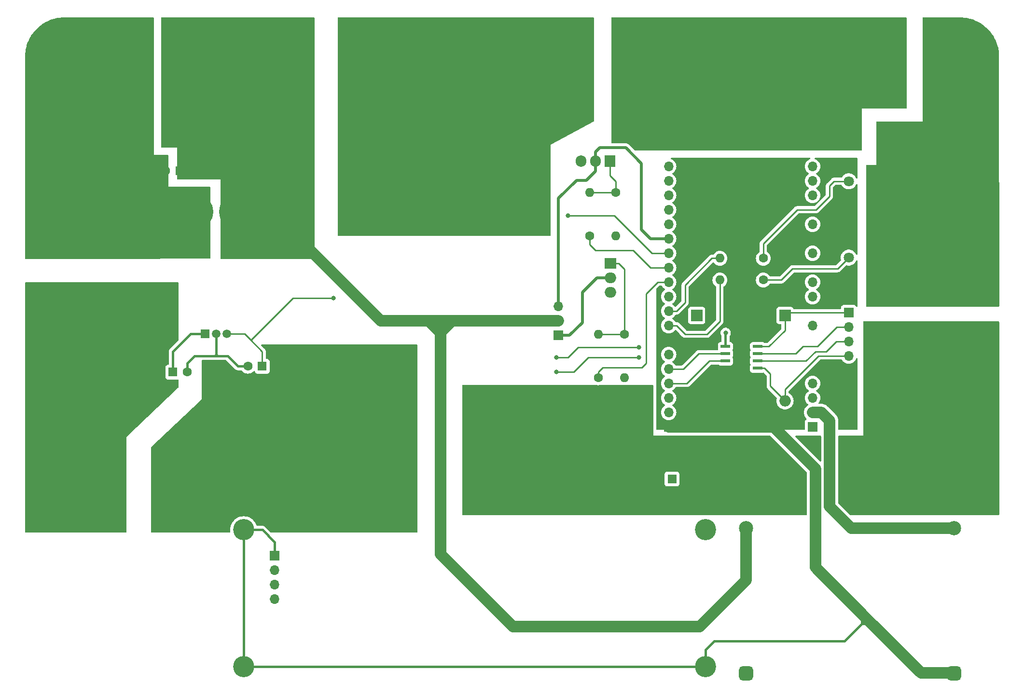
<source format=gbr>
%TF.GenerationSoftware,KiCad,Pcbnew,(7.0.0-0)*%
%TF.CreationDate,2023-07-06T19:43:52+02:00*%
%TF.ProjectId,Mstr_Controller_Board_v01,4d737472-5f43-46f6-9e74-726f6c6c6572,v01*%
%TF.SameCoordinates,Original*%
%TF.FileFunction,Copper,L1,Top*%
%TF.FilePolarity,Positive*%
%FSLAX46Y46*%
G04 Gerber Fmt 4.6, Leading zero omitted, Abs format (unit mm)*
G04 Created by KiCad (PCBNEW (7.0.0-0)) date 2023-07-06 19:43:52*
%MOMM*%
%LPD*%
G01*
G04 APERTURE LIST*
G04 Aperture macros list*
%AMRoundRect*
0 Rectangle with rounded corners*
0 $1 Rounding radius*
0 $2 $3 $4 $5 $6 $7 $8 $9 X,Y pos of 4 corners*
0 Add a 4 corners polygon primitive as box body*
4,1,4,$2,$3,$4,$5,$6,$7,$8,$9,$2,$3,0*
0 Add four circle primitives for the rounded corners*
1,1,$1+$1,$2,$3*
1,1,$1+$1,$4,$5*
1,1,$1+$1,$6,$7*
1,1,$1+$1,$8,$9*
0 Add four rect primitives between the rounded corners*
20,1,$1+$1,$2,$3,$4,$5,0*
20,1,$1+$1,$4,$5,$6,$7,0*
20,1,$1+$1,$6,$7,$8,$9,0*
20,1,$1+$1,$8,$9,$2,$3,0*%
%AMHorizOval*
0 Thick line with rounded ends*
0 $1 width*
0 $2 $3 position (X,Y) of the first rounded end (center of the circle)*
0 $4 $5 position (X,Y) of the second rounded end (center of the circle)*
0 Add line between two ends*
20,1,$1,$2,$3,$4,$5,0*
0 Add two circle primitives to create the rounded ends*
1,1,$1,$2,$3*
1,1,$1,$4,$5*%
G04 Aperture macros list end*
%TA.AperFunction,ComponentPad*%
%ADD10C,1.600000*%
%TD*%
%TA.AperFunction,ComponentPad*%
%ADD11O,1.600000X1.600000*%
%TD*%
%TA.AperFunction,ComponentPad*%
%ADD12C,2.000000*%
%TD*%
%TA.AperFunction,ComponentPad*%
%ADD13C,14.000000*%
%TD*%
%TA.AperFunction,ComponentPad*%
%ADD14O,1.700000X1.700000*%
%TD*%
%TA.AperFunction,ComponentPad*%
%ADD15R,1.700000X1.700000*%
%TD*%
%TA.AperFunction,ComponentPad*%
%ADD16C,15.000000*%
%TD*%
%TA.AperFunction,SMDPad,CuDef*%
%ADD17R,1.663700X0.558800*%
%TD*%
%TA.AperFunction,ComponentPad*%
%ADD18R,1.600000X1.600000*%
%TD*%
%TA.AperFunction,ComponentPad*%
%ADD19R,2.000000X1.905000*%
%TD*%
%TA.AperFunction,ComponentPad*%
%ADD20O,2.000000X1.905000*%
%TD*%
%TA.AperFunction,ComponentPad*%
%ADD21R,1.800000X1.800000*%
%TD*%
%TA.AperFunction,ComponentPad*%
%ADD22C,1.800000*%
%TD*%
%TA.AperFunction,ComponentPad*%
%ADD23R,2.000000X2.000000*%
%TD*%
%TA.AperFunction,ComponentPad*%
%ADD24O,2.000000X2.000000*%
%TD*%
%TA.AperFunction,ComponentPad*%
%ADD25C,3.716000*%
%TD*%
%TA.AperFunction,ComponentPad*%
%ADD26R,1.500000X1.500000*%
%TD*%
%TA.AperFunction,ComponentPad*%
%ADD27C,1.500000*%
%TD*%
%TA.AperFunction,ComponentPad*%
%ADD28HorizOval,0.800000X0.000000X0.000000X0.000000X0.000000X0*%
%TD*%
%TA.AperFunction,ComponentPad*%
%ADD29HorizOval,0.800000X0.000000X0.000000X0.000000X0.000000X0*%
%TD*%
%TA.AperFunction,ComponentPad*%
%ADD30C,0.800000*%
%TD*%
%TA.AperFunction,ComponentPad*%
%ADD31O,9.000000X6.000000*%
%TD*%
%TA.AperFunction,ComponentPad*%
%ADD32RoundRect,0.625000X0.625000X0.625000X-0.625000X0.625000X-0.625000X-0.625000X0.625000X-0.625000X0*%
%TD*%
%TA.AperFunction,ComponentPad*%
%ADD33C,2.500000*%
%TD*%
%TA.AperFunction,ComponentPad*%
%ADD34R,1.905000X2.000000*%
%TD*%
%TA.AperFunction,ComponentPad*%
%ADD35O,1.905000X2.000000*%
%TD*%
%TA.AperFunction,ViaPad*%
%ADD36C,0.800000*%
%TD*%
%TA.AperFunction,Conductor*%
%ADD37C,0.400000*%
%TD*%
%TA.AperFunction,Conductor*%
%ADD38C,0.250000*%
%TD*%
%TA.AperFunction,Conductor*%
%ADD39C,0.500000*%
%TD*%
%TA.AperFunction,Conductor*%
%ADD40C,2.000000*%
%TD*%
G04 APERTURE END LIST*
D10*
%TO.P,R4,1*%
%TO.N,SSS_Reset*%
X151638000Y-70373000D03*
D11*
%TO.P,R4,2*%
%TO.N,Net-(Q2-G)*%
X151637999Y-62752999D03*
%TD*%
D12*
%TO.P,J3,1,Pin_1*%
%TO.N,/BATT(+)*%
X57912000Y-114061000D03*
X60452000Y-114061000D03*
X62992000Y-114061000D03*
X57912000Y-111521000D03*
X60452000Y-111521000D03*
X62992000Y-111521000D03*
X57912000Y-108981000D03*
X60452000Y-108981000D03*
X62992000Y-108981000D03*
%TD*%
D13*
%TO.P,J1,1,Pin_1*%
%TO.N,V_Charge{slash}Load(+)*%
X117141000Y-46671000D03*
%TO.P,J1,2,Pin_2*%
%TO.N,V_batt(+)*%
X90141000Y-46671000D03*
D14*
%TO.P,J1,3,Pin_3*%
%TO.N,WPU_2*%
X146150999Y-82740999D03*
%TO.P,J1,4,Pin_4*%
%TO.N,V_batt(+)*%
X146150999Y-85280999D03*
D15*
%TO.P,J1,5,Pin_5*%
%TO.N,WPU_1*%
X146150999Y-87820999D03*
%TD*%
D12*
%TO.P,J6,1,Pin_1*%
%TO.N,/LOAD(-)*%
X213360000Y-44196000D03*
X215900000Y-44196000D03*
X218440000Y-44196000D03*
X213360000Y-41656000D03*
X215900000Y-41656000D03*
X218440000Y-41656000D03*
X213360000Y-39116000D03*
X215900000Y-39116000D03*
X218440000Y-39116000D03*
%TD*%
D16*
%TO.P,F3,1*%
%TO.N,V_Charge{slash}Load(+)*%
X135382000Y-44973000D03*
%TO.P,F3,2*%
%TO.N,/LOAD(+)*%
X186182000Y-44973000D03*
%TD*%
D12*
%TO.P,J4,1,Pin_1*%
%TO.N,/BATT(-)*%
X78994000Y-114061000D03*
X81534000Y-114061000D03*
X84074000Y-114061000D03*
X78994000Y-111521000D03*
X81534000Y-111521000D03*
X84074000Y-111521000D03*
X78994000Y-108981000D03*
X81534000Y-108981000D03*
X84074000Y-108981000D03*
%TD*%
D17*
%TO.P,U5,1,Vcc1*%
%TO.N,VCC*%
X175482249Y-89780999D03*
%TO.P,U5,2,OUTA*%
%TO.N,RX0*%
X175482249Y-91050999D03*
%TO.P,U5,3,INB*%
%TO.N,TX0*%
X175482249Y-92320999D03*
%TO.P,U5,4,GND1*%
%TO.N,GND*%
X175482249Y-93590999D03*
%TO.P,U5,5,GND2*%
%TO.N,/GND_OFF_Board  *%
X181133749Y-93590999D03*
%TO.P,U5,6,OUTB*%
%TO.N,/Comms_ISO_OUT*%
X181133749Y-92320999D03*
%TO.P,U5,7,INA*%
%TO.N,/Comms_ISO_IN*%
X181133749Y-91050999D03*
%TO.P,U5,8,Vcc2*%
%TO.N,/VCC_OFF_Board  *%
X181133749Y-89780999D03*
%TD*%
D10*
%TO.P,R8,1*%
%TO.N,Net-(D2-A)*%
X182118000Y-78097000D03*
D11*
%TO.P,R8,2*%
%TO.N,Net-(R8-Pad2)*%
X174497999Y-78096999D03*
%TD*%
D15*
%TO.P,J2,1,Pin_1*%
%TO.N,/VCC_OFF_Board  *%
X197103999Y-83819999D03*
D14*
%TO.P,J2,2,Pin_2*%
%TO.N,/Comms_ISO_IN*%
X197103999Y-86359999D03*
%TO.P,J2,3,Pin_3*%
%TO.N,/Comms_ISO_OUT*%
X197103999Y-88899999D03*
%TO.P,J2,4,Pin_4*%
%TO.N,/GND_OFF_Board  *%
X197103999Y-91439999D03*
%TD*%
D18*
%TO.P,C7,1*%
%TO.N,VCC*%
X78525999Y-94248999D03*
D10*
%TO.P,C7,2*%
%TO.N,GND*%
X81026000Y-94249000D03*
%TD*%
D19*
%TO.P,Q1,1,G*%
%TO.N,Net-(Q1-G)*%
X155264999Y-75198999D03*
D20*
%TO.P,Q1,2,D*%
%TO.N,WPU_1*%
X155264999Y-77738999D03*
%TO.P,Q1,3,S*%
%TO.N,V_batt(-)*%
X155264999Y-80278999D03*
%TD*%
D21*
%TO.P,D2,1,K*%
%TO.N,GND*%
X197103999Y-71622999D03*
D22*
%TO.P,D2,2,A*%
%TO.N,Net-(D2-A)*%
X197104000Y-74163000D03*
%TD*%
D10*
%TO.P,R2,1*%
%TO.N,Net-(Q1-G)*%
X157734000Y-87645000D03*
D11*
%TO.P,R2,2*%
%TO.N,V_batt(-)*%
X157733999Y-95264999D03*
%TD*%
D12*
%TO.P,J5,1,Pin_1*%
%TO.N,/LOAD(+)*%
X198628000Y-44196000D03*
X201168000Y-44196000D03*
X203708000Y-44196000D03*
X198628000Y-41656000D03*
X201168000Y-41656000D03*
X203708000Y-41656000D03*
X198628000Y-39116000D03*
X201168000Y-39116000D03*
X203708000Y-39116000D03*
%TD*%
D10*
%TO.P,R1,1*%
%TO.N,SSS_Set*%
X153162000Y-95265000D03*
D11*
%TO.P,R1,2*%
%TO.N,Net-(Q1-G)*%
X153161999Y-87644999D03*
%TD*%
D18*
%TO.P,C6,1*%
%TO.N,V_batt(+)*%
X79755999Y-58942999D03*
D10*
%TO.P,C6,2*%
%TO.N,V_batt(+)_0*%
X77256000Y-58943000D03*
%TD*%
D18*
%TO.P,C4,1*%
%TO.N,V_batt(+)*%
X166115999Y-113029999D03*
D10*
%TO.P,C4,2*%
%TO.N,V_batt(-)*%
X163616000Y-113030000D03*
%TD*%
%TO.P,R7,1*%
%TO.N,Net-(D1-A)*%
X182118000Y-74287000D03*
D11*
%TO.P,R7,2*%
%TO.N,Net-(R7-Pad2)*%
X174497999Y-74286999D03*
%TD*%
D23*
%TO.P,C2,1*%
%TO.N,/VCC_OFF_Board  *%
X185927999Y-84312999D03*
D24*
%TO.P,C2,2*%
%TO.N,/GND_OFF_Board  *%
X185927999Y-99312999D03*
%TD*%
D18*
%TO.P,C3,1*%
%TO.N,VCC*%
X193761999Y-113298999D03*
D10*
%TO.P,C3,2*%
%TO.N,GND*%
X191262000Y-113299000D03*
%TD*%
D15*
%TO.P,U3,1*%
%TO.N,GND*%
X96397999Y-126524999D03*
D14*
%TO.P,U3,2*%
%TO.N,VCC*%
X96397999Y-129064999D03*
%TO.P,U3,3*%
%TO.N,SDA*%
X96397999Y-131604999D03*
%TO.P,U3,4*%
%TO.N,SCL*%
X96397999Y-134144999D03*
D25*
%TO.P,U3,P1*%
%TO.N,GND*%
X90958000Y-121935000D03*
%TO.P,U3,P2*%
X90958000Y-145935000D03*
%TO.P,U3,P3*%
%TO.N,N/C*%
X171958000Y-121935000D03*
%TO.P,U3,P4*%
%TO.N,GND*%
X171958000Y-145935000D03*
%TD*%
D10*
%TO.P,R3,1*%
%TO.N,Net-(Q2-G)*%
X156210000Y-62753000D03*
D11*
%TO.P,R3,2*%
%TO.N,V_batt(-)*%
X156209999Y-70372999D03*
%TD*%
D21*
%TO.P,D1,1,K*%
%TO.N,GND*%
X197103999Y-63297999D03*
D22*
%TO.P,D1,2,A*%
%TO.N,Net-(D1-A)*%
X197104000Y-60758000D03*
%TD*%
D16*
%TO.P,F2,1*%
%TO.N,V_batt(-)*%
X150876000Y-106949000D03*
%TO.P,F2,2*%
%TO.N,/BATT(-)*%
X100076000Y-106949000D03*
%TD*%
%TO.P,F1,1*%
%TO.N,V_batt(+)_0*%
X65278000Y-44211000D03*
%TO.P,F1,2*%
%TO.N,/BATT(+)*%
X65278000Y-95011000D03*
%TD*%
D26*
%TO.P,U2,1,VCC*%
%TO.N,VCC*%
X84205999Y-87531999D03*
D27*
%TO.P,U2,2,GND*%
%TO.N,GND*%
X86116000Y-87532000D03*
%TO.P,U2,3,VIOUT*%
%TO.N,I_Sense*%
X88026000Y-87532000D03*
D28*
%TO.P,U2,4,IP+*%
%TO.N,V_batt(+)*%
X87165999Y-65501999D03*
D29*
X87165999Y-66761999D03*
D30*
X87916000Y-64472000D03*
X87916000Y-67792000D03*
X89116000Y-64082000D03*
X89116000Y-68182000D03*
X90446000Y-64082000D03*
X90446000Y-68182000D03*
D31*
X91115999Y-66131999D03*
D30*
X91786000Y-64082000D03*
X91786000Y-68182000D03*
X93116000Y-64082000D03*
X93116000Y-68182000D03*
X94316000Y-64472000D03*
X94316000Y-67792000D03*
X95066000Y-65502000D03*
X95066000Y-66762000D03*
%TO.P,U2,5,IP-*%
%TO.N,V_batt(+)_0*%
X77166000Y-65502000D03*
X77166000Y-66762000D03*
X77916000Y-64472000D03*
X77916000Y-67792000D03*
X79116000Y-64082000D03*
X79116000Y-68182000D03*
X80446000Y-64082000D03*
X80446000Y-68182000D03*
D31*
X81115999Y-66131999D03*
D30*
X81786000Y-64082000D03*
X81786000Y-68182000D03*
X83116000Y-64082000D03*
X83116000Y-68182000D03*
X84316000Y-64472000D03*
X84316000Y-67792000D03*
D29*
X85065999Y-65501999D03*
D28*
X85065999Y-66761999D03*
%TD*%
D18*
%TO.P,C5,1*%
%TO.N,I_Sense*%
X94193999Y-93232999D03*
D10*
%TO.P,C5,2*%
%TO.N,GND*%
X91694000Y-93233000D03*
%TD*%
D16*
%TO.P,F4,1*%
%TO.N,V_batt(-)*%
X211582000Y-108966000D03*
%TO.P,F4,2*%
%TO.N,/LOAD(-)*%
X211582000Y-58166000D03*
%TD*%
D32*
%TO.P,U6,1,Vo(-)*%
%TO.N,GND*%
X215608000Y-147131000D03*
D33*
%TO.P,U6,2,Vo(+)*%
%TO.N,VCC*%
X215608000Y-121631000D03*
D32*
%TO.P,U6,3,Vi(-)*%
%TO.N,V_batt(-)*%
X179108000Y-147131000D03*
D33*
%TO.P,U6,4,Vi(+)*%
%TO.N,V_batt(+)*%
X179108000Y-121631000D03*
%TD*%
D23*
%TO.P,C1,1*%
%TO.N,VCC*%
X170433999Y-84312999D03*
D24*
%TO.P,C1,2*%
%TO.N,GND*%
X170433999Y-99312999D03*
%TD*%
D34*
%TO.P,Q2,1,G*%
%TO.N,Net-(Q2-G)*%
X155193999Y-57235999D03*
D35*
%TO.P,Q2,2,D*%
%TO.N,WPU_2*%
X152653999Y-57235999D03*
%TO.P,Q2,3,S*%
%TO.N,V_batt(-)*%
X150113999Y-57235999D03*
%TD*%
D14*
%TO.P,U1,0*%
%TO.N,WPU_2*%
X165513999Y-70857999D03*
%TO.P,U1,2*%
%TO.N,unconnected-(U1-Pad2)*%
X165513999Y-68317999D03*
D15*
%TO.P,U1,3V3*%
%TO.N,unconnected-(U1-Pad3V3)*%
X190753999Y-103877999D03*
D14*
%TO.P,U1,4*%
%TO.N,I_Sense*%
X165513999Y-73397999D03*
%TO.P,U1,5*%
%TO.N,WPU_1*%
X165513999Y-81017999D03*
%TO.P,U1,5V*%
%TO.N,VCC*%
X190753999Y-58157999D03*
%TO.P,U1,12*%
%TO.N,unconnected-(U1-Pad12)*%
X190753999Y-73397999D03*
%TO.P,U1,13*%
%TO.N,unconnected-(U1-Pad13)*%
X190753999Y-68317999D03*
%TO.P,U1,15*%
%TO.N,unconnected-(U1-Pad15)*%
X165513999Y-65777999D03*
%TO.P,U1,16*%
%TO.N,SSS_Reset*%
X165513999Y-75937999D03*
%TO.P,U1,17*%
%TO.N,SSS_Set*%
X165513999Y-78477999D03*
%TO.P,U1,18*%
%TO.N,Net-(R7-Pad2)*%
X165513999Y-83557999D03*
%TO.P,U1,19*%
%TO.N,Net-(R8-Pad2)*%
X165513999Y-86097999D03*
%TO.P,U1,21*%
%TO.N,SDA*%
X165513999Y-91177999D03*
%TO.P,U1,22*%
%TO.N,SCL*%
X165513999Y-98797999D03*
%TO.P,U1,23*%
%TO.N,unconnected-(U1-Pad23)*%
X165513999Y-101337999D03*
%TO.P,U1,26*%
%TO.N,unconnected-(U1-Pad26)*%
X190753999Y-81017999D03*
%TO.P,U1,27*%
%TO.N,unconnected-(U1-Pad27)*%
X190753999Y-78477999D03*
%TO.P,U1,33*%
%TO.N,unconnected-(U1-Pad33)*%
X190753999Y-86097999D03*
%TO.P,U1,CLK*%
%TO.N,unconnected-(U1-PadCLK)*%
X165513999Y-58157999D03*
%TO.P,U1,CMD*%
%TO.N,unconnected-(U1-PadCMD)*%
X190753999Y-60697999D03*
%TO.P,U1,D0*%
%TO.N,unconnected-(U1-PadD0)*%
X165513999Y-60697999D03*
%TO.P,U1,D1*%
%TO.N,unconnected-(U1-PadD1)*%
X165513999Y-63237999D03*
%TO.P,U1,D3*%
%TO.N,unconnected-(U1-PadD3)*%
X190753999Y-63237999D03*
%TO.P,U1,EN*%
%TO.N,VCC*%
X190753999Y-101337999D03*
%TO.P,U1,GND*%
%TO.N,GND*%
X190753999Y-70857999D03*
D15*
X165513999Y-103877999D03*
D14*
X165513999Y-88637999D03*
%TO.P,U1,RX*%
%TO.N,RX0*%
X165513999Y-93717999D03*
%TO.P,U1,TX*%
%TO.N,TX0*%
X165513999Y-96257999D03*
%TO.P,U1,VN*%
%TO.N,unconnected-(U1-PadVN)*%
X190753999Y-96257999D03*
%TO.P,U1,VP*%
%TO.N,unconnected-(U1-PadVP)*%
X190753999Y-98797999D03*
%TD*%
D36*
%TO.N,VCC*%
X175514000Y-87376000D03*
%TO.N,SCL*%
X145796000Y-94234000D03*
%TO.N,SDA*%
X145796000Y-91694000D03*
X160274000Y-89916000D03*
%TO.N,SCL*%
X160274000Y-91694000D03*
%TO.N,I_Sense*%
X147828000Y-66802000D03*
X106680000Y-81280000D03*
%TO.N,/BATT(-)*%
X83566000Y-101346000D03*
X82042000Y-102870000D03*
X89662000Y-95250000D03*
X85344000Y-98044000D03*
X85344000Y-100330000D03*
X87630000Y-93726000D03*
X87630000Y-96012000D03*
X87630000Y-102362000D03*
X85344000Y-96012000D03*
X85344000Y-93726000D03*
X87630000Y-100330000D03*
X87630000Y-98044000D03*
X85344000Y-102362000D03*
X98552000Y-98806000D03*
X104140000Y-97282000D03*
X106426000Y-101600000D03*
X90424000Y-97282000D03*
X106426000Y-94996000D03*
X106426000Y-99314000D03*
X94996000Y-97282000D03*
X104140000Y-99314000D03*
X104140000Y-90678000D03*
X104140000Y-92964000D03*
X101854000Y-97282000D03*
X92710000Y-97282000D03*
X106426000Y-92964000D03*
X106426000Y-90678000D03*
X101854000Y-92964000D03*
X97282000Y-90678000D03*
X90424000Y-99314000D03*
X97282000Y-97282000D03*
X106426000Y-97282000D03*
X97282000Y-92964000D03*
X92710000Y-101600000D03*
X99568000Y-97282000D03*
X104140000Y-94996000D03*
X95504000Y-99314000D03*
X90424000Y-101600000D03*
X99568000Y-90678000D03*
X99568000Y-92964000D03*
X101854000Y-90678000D03*
X97282000Y-94996000D03*
X92710000Y-99314000D03*
X99568000Y-94996000D03*
X101854000Y-94996000D03*
X120142000Y-110236000D03*
X113284000Y-114554000D03*
X115570000Y-114554000D03*
X110998000Y-114554000D03*
X120142000Y-112522000D03*
X110998000Y-110236000D03*
X115570000Y-116840000D03*
X108712000Y-118872000D03*
X117856000Y-110236000D03*
X108712000Y-114554000D03*
X117856000Y-112522000D03*
X117856000Y-118872000D03*
X117856000Y-121158000D03*
X115570000Y-112522000D03*
X120142000Y-121158000D03*
X120142000Y-118872000D03*
X115570000Y-121158000D03*
X108712000Y-116840000D03*
X110998000Y-118872000D03*
X115570000Y-110236000D03*
X113284000Y-110236000D03*
X110998000Y-116840000D03*
X108712000Y-112522000D03*
X110998000Y-121158000D03*
X117856000Y-116840000D03*
X110998000Y-112522000D03*
X108712000Y-121158000D03*
X108712000Y-110236000D03*
X113284000Y-118872000D03*
X113284000Y-121158000D03*
X117856000Y-114554000D03*
X115570000Y-118872000D03*
X113284000Y-116840000D03*
X120142000Y-116840000D03*
X113284000Y-112522000D03*
X120142000Y-114554000D03*
X120142000Y-90678000D03*
X113284000Y-94996000D03*
X117856000Y-105918000D03*
X115570000Y-94996000D03*
X110998000Y-94996000D03*
X120142000Y-103632000D03*
X120142000Y-107950000D03*
X120142000Y-92964000D03*
X110998000Y-90678000D03*
X115570000Y-97282000D03*
X108712000Y-99314000D03*
X108712000Y-105918000D03*
X117856000Y-90678000D03*
X108712000Y-94996000D03*
X117856000Y-107950000D03*
X117856000Y-92964000D03*
X117856000Y-99314000D03*
X117856000Y-101600000D03*
X115570000Y-92964000D03*
X115570000Y-105918000D03*
X113284000Y-107950000D03*
X120142000Y-101600000D03*
X120142000Y-99314000D03*
X115570000Y-101600000D03*
X115570000Y-107950000D03*
X108712000Y-97282000D03*
X110998000Y-99314000D03*
X110998000Y-105918000D03*
X115570000Y-90678000D03*
X113284000Y-90678000D03*
X110998000Y-107950000D03*
X120142000Y-105918000D03*
X110998000Y-97282000D03*
X108712000Y-92964000D03*
X110998000Y-101600000D03*
X117856000Y-97282000D03*
X113284000Y-105918000D03*
X117856000Y-103632000D03*
X110998000Y-92964000D03*
X108712000Y-107950000D03*
X108712000Y-101600000D03*
X108712000Y-90678000D03*
X113284000Y-99314000D03*
X113284000Y-101600000D03*
X117856000Y-94996000D03*
X115570000Y-99314000D03*
X113284000Y-97282000D03*
X110998000Y-103632000D03*
X120142000Y-97282000D03*
X113284000Y-92964000D03*
X120142000Y-94996000D03*
X113284000Y-103632000D03*
X108712000Y-103632000D03*
X115570000Y-103632000D03*
X87376000Y-109220000D03*
X87376000Y-111506000D03*
X87376000Y-115824000D03*
X87376000Y-113538000D03*
X76962000Y-114046000D03*
X78994000Y-105156000D03*
X106934000Y-120650000D03*
X81026000Y-104648000D03*
X91694000Y-118364000D03*
X78994000Y-114046000D03*
X83058000Y-104648000D03*
X102616000Y-116078000D03*
X78994000Y-120650000D03*
X81026000Y-120650000D03*
X76962000Y-106934000D03*
X87376000Y-120650000D03*
X91694000Y-104648000D03*
X93980000Y-120650000D03*
X104648000Y-120650000D03*
X78994000Y-109220000D03*
X100330000Y-116078000D03*
X85344000Y-120650000D03*
X91694000Y-109220000D03*
X106934000Y-118364000D03*
X76962000Y-118364000D03*
X89662000Y-118364000D03*
X104648000Y-118364000D03*
X98298000Y-118364000D03*
X96012000Y-118364000D03*
X104648000Y-116078000D03*
X91694000Y-116078000D03*
X89662000Y-113792000D03*
X76962000Y-111506000D03*
X91694000Y-106934000D03*
X96012000Y-120650000D03*
X98298000Y-120650000D03*
X96012000Y-116078000D03*
X89662000Y-116078000D03*
X83058000Y-106934000D03*
X78994000Y-106934000D03*
X85344000Y-104648000D03*
X89662000Y-104648000D03*
X91694000Y-111506000D03*
X106934000Y-116078000D03*
X106172000Y-113792000D03*
X89662000Y-111506000D03*
X87376000Y-118364000D03*
X87376000Y-106934000D03*
X100330000Y-118364000D03*
X91694000Y-113792000D03*
X93980000Y-118364000D03*
X89662000Y-109220000D03*
X87376000Y-104648000D03*
X83058000Y-120650000D03*
X78994000Y-118364000D03*
X81026000Y-106934000D03*
X78994000Y-116332000D03*
X76962000Y-116332000D03*
X96012000Y-113792000D03*
X76962000Y-109220000D03*
X81026000Y-118364000D03*
X102616000Y-118364000D03*
X98298000Y-116078000D03*
X85344000Y-118364000D03*
X93980000Y-111506000D03*
X100330000Y-120650000D03*
X89662000Y-106934000D03*
X83058000Y-118364000D03*
X102616000Y-120650000D03*
X93980000Y-113792000D03*
X85344000Y-106934000D03*
X93980000Y-116078000D03*
X78994000Y-111506000D03*
%TO.N,/BATT(+)*%
X76200000Y-97028000D03*
X76200000Y-92710000D03*
X76200000Y-94742000D03*
X76200000Y-99060000D03*
X74168000Y-97282000D03*
X74168000Y-92964000D03*
X74168000Y-94996000D03*
X77724000Y-88646000D03*
X77724000Y-84328000D03*
X75438000Y-82042000D03*
X75438000Y-88646000D03*
X77724000Y-80010000D03*
X77724000Y-82042000D03*
X75438000Y-80010000D03*
X75438000Y-84328000D03*
X75438000Y-86360000D03*
X77724000Y-86360000D03*
X75946000Y-90678000D03*
X54102000Y-79502000D03*
X54102000Y-83566000D03*
X54102000Y-89916000D03*
X54102000Y-100584000D03*
X54102000Y-98552000D03*
X54102000Y-96520000D03*
X54102000Y-87884000D03*
X54102000Y-81280000D03*
X54102000Y-92202000D03*
X54102000Y-102616000D03*
X54102000Y-85598000D03*
X54102000Y-94234000D03*
X56642000Y-81534000D03*
X61214000Y-88138000D03*
X70358000Y-88138000D03*
X56642000Y-85852000D03*
X70358000Y-83820000D03*
X63500000Y-81534000D03*
X56642000Y-100838000D03*
X72644000Y-83820000D03*
X73152000Y-90424000D03*
X61214000Y-81534000D03*
X68072000Y-81534000D03*
X72644000Y-79502000D03*
X65786000Y-79502000D03*
X70358000Y-79502000D03*
X72136000Y-101346000D03*
X73660000Y-99822000D03*
X61214000Y-83820000D03*
X58928000Y-90170000D03*
X56642000Y-90170000D03*
X65786000Y-81534000D03*
X70358000Y-81534000D03*
X61214000Y-102870000D03*
X58928000Y-83820000D03*
X65786000Y-83820000D03*
X68072000Y-79502000D03*
X72898000Y-88138000D03*
X72644000Y-81534000D03*
X58928000Y-85852000D03*
X58928000Y-79502000D03*
X56642000Y-102870000D03*
X61214000Y-85852000D03*
X63500000Y-79502000D03*
X56642000Y-94488000D03*
X68326000Y-102870000D03*
X68072000Y-83820000D03*
X63500000Y-85852000D03*
X68072000Y-85852000D03*
X61214000Y-79502000D03*
X58928000Y-102870000D03*
X58928000Y-81534000D03*
X56642000Y-79502000D03*
X56642000Y-88138000D03*
X72644000Y-85852000D03*
X56642000Y-96774000D03*
X70358000Y-102870000D03*
X56642000Y-98806000D03*
X58928000Y-100838000D03*
X65786000Y-85852000D03*
X63500000Y-83820000D03*
X58928000Y-88138000D03*
X56642000Y-83820000D03*
X70358000Y-85852000D03*
X56642000Y-92456000D03*
X63500000Y-121412000D03*
X58674000Y-121412000D03*
X54102000Y-121412000D03*
X65786000Y-121412000D03*
X56388000Y-121412000D03*
X60960000Y-121412000D03*
X67818000Y-121412000D03*
%TO.N,V_batt(-)*%
X167640000Y-115824000D03*
X174498000Y-118110000D03*
X172212000Y-118110000D03*
X172212000Y-115824000D03*
X169926000Y-115824000D03*
X165354000Y-118110000D03*
X167640000Y-118110000D03*
X165354000Y-115824000D03*
X169926000Y-118110000D03*
X184150000Y-118110000D03*
X181864000Y-118110000D03*
X184150000Y-107442000D03*
X177292000Y-111760000D03*
X179578000Y-111760000D03*
X175006000Y-111760000D03*
X184150000Y-109728000D03*
X175006000Y-107442000D03*
X179578000Y-114046000D03*
X181864000Y-107442000D03*
X181864000Y-109728000D03*
X181864000Y-116078000D03*
X179578000Y-109728000D03*
X184150000Y-116078000D03*
X179578000Y-107442000D03*
X177292000Y-107442000D03*
X181864000Y-114046000D03*
X175006000Y-109728000D03*
X181864000Y-111760000D03*
X179578000Y-116078000D03*
X177292000Y-114046000D03*
X184150000Y-114046000D03*
X177292000Y-109728000D03*
X184150000Y-111760000D03*
X139954000Y-98298000D03*
X133096000Y-102616000D03*
X137668000Y-113538000D03*
X135382000Y-102616000D03*
X130810000Y-102616000D03*
X139954000Y-111252000D03*
X139954000Y-100584000D03*
X135382000Y-104902000D03*
X137668000Y-98298000D03*
X137668000Y-100584000D03*
X137668000Y-106934000D03*
X137668000Y-109220000D03*
X135382000Y-100584000D03*
X135382000Y-113538000D03*
X139954000Y-109220000D03*
X139954000Y-106934000D03*
X135382000Y-109220000D03*
X130810000Y-106934000D03*
X130810000Y-113538000D03*
X135382000Y-98298000D03*
X133096000Y-98298000D03*
X139954000Y-113538000D03*
X130810000Y-104902000D03*
X130810000Y-109220000D03*
X137668000Y-104902000D03*
X133096000Y-113538000D03*
X137668000Y-111252000D03*
X130810000Y-100584000D03*
X133096000Y-106934000D03*
X133096000Y-109220000D03*
X137668000Y-102616000D03*
X135382000Y-106934000D03*
X133096000Y-104902000D03*
X130810000Y-111252000D03*
X139954000Y-104902000D03*
X133096000Y-100584000D03*
X139954000Y-102616000D03*
X133096000Y-111252000D03*
X135382000Y-111252000D03*
X157226000Y-118364000D03*
X150876000Y-118364000D03*
X144272000Y-118364000D03*
X148590000Y-118364000D03*
X131318000Y-118364000D03*
X159258000Y-118364000D03*
X133604000Y-118364000D03*
X152908000Y-118364000D03*
X142240000Y-118364000D03*
X139954000Y-118364000D03*
X161290000Y-118364000D03*
X146558000Y-118364000D03*
X155194000Y-118364000D03*
X135636000Y-118364000D03*
X137922000Y-118364000D03*
X131318000Y-116332000D03*
X159258000Y-116332000D03*
X157226000Y-116332000D03*
X150876000Y-116332000D03*
X144272000Y-116332000D03*
X148590000Y-116332000D03*
X133604000Y-116332000D03*
X152908000Y-116332000D03*
X142240000Y-116332000D03*
X139954000Y-116332000D03*
X161290000Y-116332000D03*
X146558000Y-116332000D03*
X155194000Y-116332000D03*
X137922000Y-116332000D03*
X135636000Y-116332000D03*
X157734000Y-112522000D03*
X144018000Y-112522000D03*
X142494000Y-107696000D03*
X144526000Y-98298000D03*
X161544000Y-98298000D03*
X168148000Y-107442000D03*
X146558000Y-98298000D03*
X148590000Y-98298000D03*
X168148000Y-109728000D03*
X144526000Y-114300000D03*
X146558000Y-114300000D03*
X142494000Y-100584000D03*
X157226000Y-98298000D03*
X159512000Y-100584000D03*
X159512000Y-114300000D03*
X155194000Y-114300000D03*
X161544000Y-100584000D03*
X165862000Y-109728000D03*
X142494000Y-112014000D03*
X161544000Y-112014000D03*
X170180000Y-109728000D03*
X142494000Y-105156000D03*
X157226000Y-100584000D03*
X161544000Y-114300000D03*
X161544000Y-109728000D03*
X144526000Y-100584000D03*
X150876000Y-98298000D03*
X155194000Y-98298000D03*
X172466000Y-109728000D03*
X172466000Y-107442000D03*
X142494000Y-98298000D03*
X142494000Y-114300000D03*
X157226000Y-114300000D03*
X161544000Y-105156000D03*
X159512000Y-112014000D03*
X152908000Y-98298000D03*
X161544000Y-102870000D03*
X163830000Y-107442000D03*
X159512000Y-98298000D03*
X142494000Y-109982000D03*
X161544000Y-107442000D03*
X142494000Y-102870000D03*
X163830000Y-109728000D03*
X165862000Y-107442000D03*
X159512000Y-105156000D03*
X170180000Y-107442000D03*
X159512000Y-107442000D03*
X159512000Y-102870000D03*
X159512000Y-109728000D03*
X198120000Y-107188000D03*
X196342000Y-107188000D03*
X201168000Y-100838000D03*
X203454000Y-105156000D03*
X203454000Y-98552000D03*
X203454000Y-102870000D03*
X203454000Y-87884000D03*
X202692000Y-107188000D03*
X202184000Y-86360000D03*
X201168000Y-102870000D03*
X201168000Y-87884000D03*
X201168000Y-94234000D03*
X201168000Y-96520000D03*
X203454000Y-96520000D03*
X203454000Y-94234000D03*
X201168000Y-105156000D03*
X203454000Y-100838000D03*
X201168000Y-92202000D03*
X201168000Y-98552000D03*
X201168000Y-89916000D03*
X200406000Y-107188000D03*
X203454000Y-92202000D03*
X203454000Y-89916000D03*
X202692000Y-109474000D03*
X188976000Y-111760000D03*
X196342000Y-114046000D03*
X198120000Y-113792000D03*
X186690000Y-118110000D03*
X202692000Y-111760000D03*
X190500000Y-106426000D03*
X198120000Y-116078000D03*
X186690000Y-116078000D03*
X200406000Y-109474000D03*
X200406000Y-111760000D03*
X200406000Y-118110000D03*
X198120000Y-111760000D03*
X202692000Y-118110000D03*
X188976000Y-118110000D03*
X186690000Y-113792000D03*
X198120000Y-109474000D03*
X196342000Y-109474000D03*
X200406000Y-116078000D03*
X186690000Y-111760000D03*
X191516000Y-107950000D03*
X186690000Y-109474000D03*
X200406000Y-113792000D03*
X198120000Y-118110000D03*
X188976000Y-113792000D03*
X196342000Y-116586000D03*
X202692000Y-116078000D03*
X196342000Y-111760000D03*
X202692000Y-113792000D03*
X188976000Y-116078000D03*
%TO.N,V_batt(+)*%
X81788000Y-42164000D03*
X102362000Y-50800000D03*
X100076000Y-44450000D03*
X102362000Y-55118000D03*
X90678000Y-57404000D03*
X100076000Y-35814000D03*
X100076000Y-48514000D03*
X90678000Y-33528000D03*
X95504000Y-72644000D03*
X100076000Y-37846000D03*
X100076000Y-57150000D03*
X90678000Y-37846000D03*
X102362000Y-57150000D03*
X97790000Y-57150000D03*
X95504000Y-61468000D03*
X88392000Y-35814000D03*
X92964000Y-55118000D03*
X84074000Y-57150000D03*
X102362000Y-61468000D03*
X100076000Y-72644000D03*
X83312000Y-55372000D03*
X81788000Y-49022000D03*
X77216000Y-37846000D03*
X88392000Y-70612000D03*
X84074000Y-35814000D03*
X79502000Y-51308000D03*
X90678000Y-55118000D03*
X84074000Y-40132000D03*
X81788000Y-40132000D03*
X91186000Y-72644000D03*
X79502000Y-35814000D03*
X95504000Y-59436000D03*
X102362000Y-46482000D03*
X77216000Y-35814000D03*
X77216000Y-42164000D03*
X97790000Y-70612000D03*
X90678000Y-35814000D03*
X87884000Y-61468000D03*
X100076000Y-68326000D03*
X95504000Y-40132000D03*
X86106000Y-55118000D03*
X85344000Y-59182000D03*
X96012000Y-63246000D03*
X81788000Y-53340000D03*
X95504000Y-35814000D03*
X100076000Y-61468000D03*
X97790000Y-61468000D03*
X100076000Y-55118000D03*
X80772000Y-55118000D03*
X81788000Y-35814000D03*
X77216000Y-40132000D03*
X88392000Y-59436000D03*
X86106000Y-37846000D03*
X84074000Y-37846000D03*
X83820000Y-53086000D03*
X100076000Y-59436000D03*
X81788000Y-37846000D03*
X79502000Y-42164000D03*
X100076000Y-46482000D03*
X98298000Y-48514000D03*
X77216000Y-33528000D03*
X90170000Y-61468000D03*
X92964000Y-57404000D03*
X97790000Y-33528000D03*
X102362000Y-59436000D03*
X100076000Y-70612000D03*
X77216000Y-46482000D03*
X97790000Y-68326000D03*
X102362000Y-33528000D03*
X102362000Y-70612000D03*
X97790000Y-55118000D03*
X77216000Y-53340000D03*
X102362000Y-68326000D03*
X97790000Y-35814000D03*
X88392000Y-55118000D03*
X100076000Y-42164000D03*
X92964000Y-59436000D03*
X79502000Y-44450000D03*
X86106000Y-35814000D03*
X77216000Y-51308000D03*
X95504000Y-57150000D03*
X82804000Y-58674000D03*
X86106000Y-33528000D03*
X79502000Y-46482000D03*
X92964000Y-33528000D03*
X98044000Y-44196000D03*
X100076000Y-40132000D03*
X96012000Y-69596000D03*
X102362000Y-65786000D03*
X88392000Y-33528000D03*
X102362000Y-35814000D03*
X93472000Y-72644000D03*
X95504000Y-33528000D03*
X102362000Y-42164000D03*
X81788000Y-46482000D03*
X81788000Y-33528000D03*
X95504000Y-37846000D03*
X102362000Y-37846000D03*
X100076000Y-50800000D03*
X92964000Y-37846000D03*
X97790000Y-65786000D03*
X90678000Y-59436000D03*
X86106000Y-57404000D03*
X102362000Y-48514000D03*
X79502000Y-53340000D03*
X81788000Y-51308000D03*
X102362000Y-52832000D03*
X100076000Y-65786000D03*
X100076000Y-52832000D03*
X79502000Y-40132000D03*
X91694000Y-70866000D03*
X97790000Y-40132000D03*
X93980000Y-70866000D03*
X100076000Y-33528000D03*
X77216000Y-44450000D03*
X102362000Y-44450000D03*
X95504000Y-55118000D03*
X102362000Y-63754000D03*
X97790000Y-37846000D03*
X97790000Y-59436000D03*
X97790000Y-42164000D03*
X97790000Y-52832000D03*
X102362000Y-72644000D03*
X88392000Y-57404000D03*
X95504000Y-52832000D03*
X97790000Y-63754000D03*
X92964000Y-35814000D03*
X81788000Y-44450000D03*
X79502000Y-33528000D03*
X97790000Y-72644000D03*
X88392000Y-72644000D03*
X92456000Y-61468000D03*
X79502000Y-49022000D03*
X84074000Y-33528000D03*
X77216000Y-49022000D03*
X88392000Y-37846000D03*
X102362000Y-40132000D03*
X100076000Y-63754000D03*
X97790000Y-50800000D03*
X79502000Y-37846000D03*
X81534000Y-56896000D03*
%TO.N,V_batt(+)_0*%
X57150000Y-59436000D03*
X54864000Y-70358000D03*
X54864000Y-68072000D03*
X66040000Y-66040000D03*
X76200000Y-72898000D03*
X79756000Y-62484000D03*
X74168000Y-45466000D03*
X54864000Y-66040000D03*
X70612000Y-61722000D03*
X66294000Y-35052000D03*
X57150000Y-53086000D03*
X66040000Y-68072000D03*
X66040000Y-72390000D03*
X59436000Y-59436000D03*
X73406000Y-35052000D03*
X63754000Y-66040000D03*
X54864000Y-46482000D03*
X77470000Y-62738000D03*
X75438000Y-64516000D03*
X59436000Y-66040000D03*
X63754000Y-70358000D03*
X59436000Y-57404000D03*
X54864000Y-53086000D03*
X73152000Y-55118000D03*
X63754000Y-33528000D03*
X57150000Y-63754000D03*
X71120000Y-35052000D03*
X54864000Y-44450000D03*
X70612000Y-72390000D03*
X68326000Y-63754000D03*
X68326000Y-70358000D03*
X70612000Y-53086000D03*
X61722000Y-68072000D03*
X74168000Y-40640000D03*
X73152000Y-61722000D03*
X70612000Y-55118000D03*
X73152000Y-66040000D03*
X61722000Y-72390000D03*
X66040000Y-63754000D03*
X80772000Y-70866000D03*
X70612000Y-57404000D03*
X64262000Y-35052000D03*
X54864000Y-61722000D03*
X68326000Y-61722000D03*
X63754000Y-57404000D03*
X56896000Y-35560000D03*
X70612000Y-59436000D03*
X61722000Y-70358000D03*
X68326000Y-66040000D03*
X73152000Y-63754000D03*
X70612000Y-33528000D03*
X57150000Y-66040000D03*
X78486000Y-72898000D03*
X57150000Y-57404000D03*
X59436000Y-61722000D03*
X54864000Y-48768000D03*
X83312000Y-72898000D03*
X75184000Y-57150000D03*
X58928000Y-35560000D03*
X61722000Y-55118000D03*
X66040000Y-61722000D03*
X61722000Y-59436000D03*
X76200000Y-70866000D03*
X57150000Y-61722000D03*
X66040000Y-70358000D03*
X56896000Y-37846000D03*
X68326000Y-59436000D03*
X68326000Y-72390000D03*
X54864000Y-37846000D03*
X59436000Y-72390000D03*
X68326000Y-57404000D03*
X72644000Y-33528000D03*
X63754000Y-55118000D03*
X54864000Y-57404000D03*
X78486000Y-70866000D03*
X73152000Y-70358000D03*
X59436000Y-63754000D03*
X66040000Y-55118000D03*
X75438000Y-66802000D03*
X61722000Y-66040000D03*
X73152000Y-68072000D03*
X68326000Y-33528000D03*
X54864000Y-40132000D03*
X54864000Y-72390000D03*
X61976000Y-35052000D03*
X74168000Y-43180000D03*
X59436000Y-55118000D03*
X54864000Y-59436000D03*
X74168000Y-38354000D03*
X68326000Y-68072000D03*
X61722000Y-63754000D03*
X72136000Y-50546000D03*
X54864000Y-50800000D03*
X63754000Y-59436000D03*
X73152000Y-59436000D03*
X82042000Y-62484000D03*
X61722000Y-57404000D03*
X63754000Y-53086000D03*
X61722000Y-61722000D03*
X63754000Y-61722000D03*
X61722000Y-53086000D03*
X73152000Y-57404000D03*
X70612000Y-70358000D03*
X75692000Y-61976000D03*
X70612000Y-68072000D03*
X54864000Y-63754000D03*
X54864000Y-42164000D03*
X84328000Y-62738000D03*
X58928000Y-33528000D03*
X59436000Y-53086000D03*
X75438000Y-68580000D03*
X70612000Y-63754000D03*
X57150000Y-68072000D03*
X74168000Y-47752000D03*
X68580000Y-35052000D03*
X68326000Y-53086000D03*
X83312000Y-70866000D03*
X63754000Y-68072000D03*
X63754000Y-63754000D03*
X63754000Y-72390000D03*
X66040000Y-59436000D03*
X57150000Y-70358000D03*
X73914000Y-50546000D03*
X70612000Y-66040000D03*
X66040000Y-57404000D03*
X73152000Y-72390000D03*
X72390000Y-36830000D03*
X74930000Y-59944000D03*
X57150000Y-72390000D03*
X73152000Y-53086000D03*
X57150000Y-55118000D03*
X66040000Y-53086000D03*
X59436000Y-68072000D03*
X68326000Y-55118000D03*
X61214000Y-33528000D03*
X66040000Y-33528000D03*
X54864000Y-55118000D03*
X59436000Y-70358000D03*
X80772000Y-72898000D03*
%TO.N,V_Charge{slash}Load(+)*%
X108966000Y-60452000D03*
X108966000Y-67056000D03*
X142494000Y-68326000D03*
X115570000Y-69088000D03*
X142748000Y-50038000D03*
X113284000Y-56134000D03*
X133350000Y-67056000D03*
X144780000Y-34290000D03*
X142748000Y-58928000D03*
X124460000Y-56134000D03*
X120142000Y-53848000D03*
X120142000Y-62738000D03*
X124460000Y-67056000D03*
X115570000Y-58166000D03*
X144780000Y-46736000D03*
X133350000Y-60452000D03*
X126746000Y-67056000D03*
X135890000Y-36576000D03*
X108966000Y-34290000D03*
X124460000Y-64770000D03*
X108966000Y-58166000D03*
X127000000Y-34290000D03*
X129032000Y-67056000D03*
X120142000Y-56134000D03*
X113284000Y-62738000D03*
X137922000Y-62738000D03*
X120142000Y-58166000D03*
X117856000Y-60452000D03*
X115570000Y-62738000D03*
X151384000Y-44704000D03*
X122174000Y-64770000D03*
X108966000Y-62738000D03*
X131064000Y-60452000D03*
X111252000Y-67056000D03*
X142494000Y-61722000D03*
X122174000Y-60452000D03*
X125984000Y-45466000D03*
X151384000Y-48768000D03*
X122174000Y-62738000D03*
X108966000Y-42926000D03*
X125984000Y-47752000D03*
X115316000Y-54356000D03*
X126746000Y-56134000D03*
X144526000Y-42672000D03*
X120142000Y-34290000D03*
X142748000Y-52070000D03*
X131318000Y-34290000D03*
X149860000Y-50546000D03*
X140462000Y-61722000D03*
X113284000Y-69088000D03*
X144780000Y-44704000D03*
X125222000Y-54102000D03*
X141732000Y-54102000D03*
X108966000Y-64770000D03*
X151384000Y-34290000D03*
X120142000Y-60452000D03*
X122174000Y-67056000D03*
X147066000Y-34290000D03*
X144526000Y-48768000D03*
X140462000Y-64008000D03*
X117856000Y-38608000D03*
X140462000Y-34290000D03*
X136906000Y-54102000D03*
X108966000Y-36576000D03*
X133350000Y-69088000D03*
X128270000Y-38862000D03*
X111252000Y-60452000D03*
X147320000Y-50546000D03*
X140462000Y-68326000D03*
X111252000Y-62738000D03*
X137922000Y-56134000D03*
X117856000Y-64770000D03*
X122428000Y-34290000D03*
X129794000Y-54102000D03*
X111252000Y-34290000D03*
X131064000Y-67056000D03*
X142748000Y-36576000D03*
X129032000Y-60452000D03*
X111252000Y-58166000D03*
X115570000Y-34290000D03*
X113284000Y-58166000D03*
X111252000Y-69088000D03*
X149352000Y-34290000D03*
X135636000Y-67056000D03*
X117856000Y-36576000D03*
X113284000Y-64770000D03*
X139192000Y-54102000D03*
X135636000Y-69088000D03*
X144526000Y-40894000D03*
X111252000Y-38608000D03*
X138176000Y-36576000D03*
X117602000Y-54610000D03*
X124206000Y-41148000D03*
X137922000Y-60452000D03*
X117856000Y-67056000D03*
X151384000Y-38608000D03*
X146812000Y-42672000D03*
X137922000Y-69088000D03*
X115570000Y-64770000D03*
X133604000Y-36576000D03*
X129286000Y-34290000D03*
X151384000Y-46736000D03*
X110744000Y-52070000D03*
X131064000Y-64770000D03*
X117856000Y-34290000D03*
X129032000Y-62738000D03*
X146812000Y-40894000D03*
X128270000Y-52324000D03*
X145034000Y-51308000D03*
X126746000Y-64770000D03*
X121920000Y-39116000D03*
X125984000Y-38862000D03*
X120142000Y-36576000D03*
X129032000Y-69088000D03*
X142494000Y-64008000D03*
X135636000Y-60452000D03*
X133350000Y-58166000D03*
X127508000Y-54102000D03*
X113284000Y-60452000D03*
X126746000Y-58166000D03*
X108966000Y-56134000D03*
X126746000Y-62738000D03*
X124460000Y-58166000D03*
X122174000Y-69088000D03*
X135636000Y-62738000D03*
X126746000Y-60452000D03*
X113284000Y-34290000D03*
X146304000Y-52578000D03*
X138176000Y-34290000D03*
X125984000Y-52324000D03*
X133604000Y-34290000D03*
X108966000Y-47498000D03*
X117856000Y-69088000D03*
X129032000Y-58166000D03*
X144780000Y-36576000D03*
X135636000Y-64770000D03*
X127000000Y-36576000D03*
X108966000Y-69088000D03*
X117856000Y-62738000D03*
X108966000Y-51816000D03*
X133350000Y-64770000D03*
X134112000Y-54102000D03*
X140716000Y-56642000D03*
X122174000Y-56134000D03*
X120142000Y-69088000D03*
X142494000Y-66040000D03*
X140716000Y-58928000D03*
X149098000Y-40894000D03*
X124460000Y-69088000D03*
X115570000Y-60452000D03*
X131826000Y-54102000D03*
X124460000Y-62738000D03*
X125984000Y-41148000D03*
X108966000Y-45212000D03*
X117856000Y-56134000D03*
X149352000Y-38608000D03*
X151384000Y-42672000D03*
X122936000Y-54102000D03*
X113284000Y-36576000D03*
X151384000Y-36576000D03*
X117856000Y-58166000D03*
X142748000Y-34290000D03*
X135636000Y-56134000D03*
X113284000Y-67056000D03*
X131064000Y-69088000D03*
X129286000Y-36576000D03*
X135636000Y-58166000D03*
X120142000Y-64770000D03*
X108966000Y-53848000D03*
X122174000Y-58166000D03*
X124460000Y-60452000D03*
X147066000Y-46736000D03*
X142748000Y-56642000D03*
X115570000Y-67056000D03*
X149352000Y-36576000D03*
X111252000Y-36576000D03*
X135890000Y-34290000D03*
X144780000Y-38608000D03*
X125984000Y-43180000D03*
X133350000Y-62738000D03*
X113284000Y-38608000D03*
X149098000Y-42672000D03*
X115570000Y-36576000D03*
X128270000Y-50038000D03*
X133350000Y-56134000D03*
X147066000Y-44704000D03*
X131064000Y-56134000D03*
X122428000Y-36576000D03*
X129032000Y-56134000D03*
X131064000Y-58166000D03*
X125984000Y-50038000D03*
X115570000Y-38608000D03*
X142494000Y-38608000D03*
X129032000Y-64770000D03*
X149098000Y-48768000D03*
X108966000Y-38608000D03*
X147066000Y-36576000D03*
X108966000Y-40894000D03*
X131064000Y-62738000D03*
X111252000Y-53848000D03*
X131318000Y-36576000D03*
X151384000Y-40894000D03*
X137922000Y-67056000D03*
X140716000Y-52070000D03*
X137922000Y-58166000D03*
X120142000Y-67056000D03*
X137922000Y-64770000D03*
X144018000Y-53594000D03*
X124714000Y-34290000D03*
X124714000Y-36576000D03*
X111252000Y-64770000D03*
X147066000Y-38608000D03*
X113284000Y-53848000D03*
X111252000Y-40894000D03*
X124206000Y-39116000D03*
X140462000Y-36576000D03*
X140462000Y-66040000D03*
X149098000Y-46736000D03*
X115570000Y-56134000D03*
X120142000Y-38608000D03*
X146812000Y-48768000D03*
X108966000Y-49530000D03*
X126746000Y-69088000D03*
X111252000Y-56134000D03*
X149098000Y-44704000D03*
%TO.N,/BATT(+)*%
X69469000Y-117348000D03*
X60579000Y-104648000D03*
X53721000Y-119380000D03*
X65278000Y-108966000D03*
X67183000Y-106680000D03*
X55626000Y-113284000D03*
X53721000Y-115316000D03*
X58293000Y-117348000D03*
X62611000Y-117348000D03*
X60579000Y-119380000D03*
X67183000Y-110998000D03*
X67183000Y-113284000D03*
X69469000Y-110998000D03*
X60579000Y-106680000D03*
X69469000Y-108966000D03*
X55626000Y-106680000D03*
X58293000Y-104648000D03*
X67183000Y-108966000D03*
X53721000Y-113284000D03*
X56007000Y-117348000D03*
X65278000Y-110998000D03*
X58293000Y-119380000D03*
X56007000Y-119380000D03*
X69469000Y-113284000D03*
X64897000Y-106680000D03*
X55626000Y-110998000D03*
X65278000Y-115316000D03*
X53721000Y-104648000D03*
X67183000Y-115316000D03*
X58293000Y-106680000D03*
X62611000Y-106680000D03*
X67183000Y-104648000D03*
X62611000Y-104648000D03*
X53721000Y-106680000D03*
X69469000Y-104648000D03*
X53721000Y-108966000D03*
X67183000Y-117348000D03*
X60579000Y-117348000D03*
X53721000Y-110998000D03*
X62611000Y-119380000D03*
X69469000Y-115316000D03*
X56007000Y-104648000D03*
X53721000Y-117348000D03*
X64897000Y-104140000D03*
X64897000Y-117348000D03*
X67183000Y-119380000D03*
X69469000Y-119380000D03*
X55626000Y-108966000D03*
X64897000Y-119380000D03*
X55626000Y-115316000D03*
X65278000Y-113284000D03*
X69469000Y-106680000D03*
%TO.N,/LOAD(+)*%
X181864000Y-34036000D03*
X193802000Y-49276000D03*
X196088000Y-42164000D03*
X177546000Y-38354000D03*
X177546000Y-49022000D03*
X163830000Y-44704000D03*
X196088000Y-48768000D03*
X156972000Y-46990000D03*
X183896000Y-34036000D03*
X159258000Y-36068000D03*
X156972000Y-36068000D03*
X196088000Y-50800000D03*
X175260000Y-49022000D03*
X163830000Y-49022000D03*
X175260000Y-40386000D03*
X161544000Y-34036000D03*
X166116000Y-42672000D03*
X163830000Y-53848000D03*
X172974000Y-44704000D03*
X161544000Y-46990000D03*
X192532000Y-34036000D03*
X170688000Y-38354000D03*
X166116000Y-51562000D03*
X196088000Y-53086000D03*
X196850000Y-36068000D03*
X194564000Y-44450000D03*
X166116000Y-49022000D03*
X192532000Y-36068000D03*
X156972000Y-40386000D03*
X170688000Y-42672000D03*
X197866000Y-47752000D03*
X205994000Y-34036000D03*
X194310000Y-46990000D03*
X172974000Y-34036000D03*
X172974000Y-51562000D03*
X168402000Y-42672000D03*
X183896000Y-53594000D03*
X201422000Y-36068000D03*
X172974000Y-42672000D03*
X188214000Y-53594000D03*
X191516000Y-37846000D03*
X170688000Y-36068000D03*
X186182000Y-34036000D03*
X161544000Y-38354000D03*
X190500000Y-36068000D03*
X161544000Y-42672000D03*
X172974000Y-46990000D03*
X166116000Y-38354000D03*
X168402000Y-34036000D03*
X194564000Y-54102000D03*
X196088000Y-44450000D03*
X175260000Y-44704000D03*
X163830000Y-42672000D03*
X193802000Y-38100000D03*
X161544000Y-49022000D03*
X193802000Y-40132000D03*
X172974000Y-40386000D03*
X190500000Y-34036000D03*
X166116000Y-40386000D03*
X163830000Y-36068000D03*
X175260000Y-46990000D03*
X199136000Y-34036000D03*
X156972000Y-44704000D03*
X168402000Y-44704000D03*
X172974000Y-53848000D03*
X177546000Y-40386000D03*
X156972000Y-51562000D03*
X194056000Y-51308000D03*
X166116000Y-34036000D03*
X201168000Y-46482000D03*
X188214000Y-34036000D03*
X194818000Y-36068000D03*
X166116000Y-44704000D03*
X198120000Y-54102000D03*
X166116000Y-53848000D03*
X196088000Y-46482000D03*
X179324000Y-51054000D03*
X196088000Y-40132000D03*
X170688000Y-49022000D03*
X194310000Y-41910000D03*
X159258000Y-51562000D03*
X175260000Y-38354000D03*
X163830000Y-40386000D03*
X181864000Y-37846000D03*
X170688000Y-53848000D03*
X177292000Y-51562000D03*
X206248000Y-37846000D03*
X172974000Y-38354000D03*
X168402000Y-53848000D03*
X156972000Y-49022000D03*
X203454000Y-46482000D03*
X179832000Y-36068000D03*
X168402000Y-40386000D03*
X161544000Y-53848000D03*
X161544000Y-36068000D03*
X163830000Y-51562000D03*
X206248000Y-40132000D03*
X206248000Y-44450000D03*
X183896000Y-36068000D03*
X159258000Y-40386000D03*
X156972000Y-42672000D03*
X201422000Y-34036000D03*
X177546000Y-34036000D03*
X203708000Y-34036000D03*
X198120000Y-52070000D03*
X198120000Y-49784000D03*
X185928000Y-53594000D03*
X188214000Y-36068000D03*
X203708000Y-36068000D03*
X159258000Y-46990000D03*
X206248000Y-42164000D03*
X175260000Y-51562000D03*
X198882000Y-46482000D03*
X196088000Y-38100000D03*
X175260000Y-42672000D03*
X193040000Y-53086000D03*
X170688000Y-34036000D03*
X191516000Y-52070000D03*
X161544000Y-40386000D03*
X196850000Y-34036000D03*
X166116000Y-46990000D03*
X175260000Y-36068000D03*
X179578000Y-53594000D03*
X175260000Y-34036000D03*
X156972000Y-34036000D03*
X161544000Y-44704000D03*
X179832000Y-34036000D03*
X168402000Y-46990000D03*
X190246000Y-53594000D03*
X172974000Y-49022000D03*
X163830000Y-38354000D03*
X161544000Y-51562000D03*
X170688000Y-51562000D03*
X170688000Y-40386000D03*
X168402000Y-51562000D03*
X163830000Y-46990000D03*
X156972000Y-38354000D03*
X168402000Y-36068000D03*
X168402000Y-49022000D03*
X170688000Y-44704000D03*
X177292000Y-53594000D03*
X177546000Y-46990000D03*
X159258000Y-49022000D03*
X159258000Y-38354000D03*
X205740000Y-46482000D03*
X186182000Y-36068000D03*
X181610000Y-53594000D03*
X194818000Y-34036000D03*
X170688000Y-46990000D03*
X159258000Y-42672000D03*
X181864000Y-36068000D03*
X168402000Y-38354000D03*
X159258000Y-34036000D03*
X177546000Y-36068000D03*
X163830000Y-34036000D03*
X179578000Y-39116000D03*
X172974000Y-36068000D03*
X177546000Y-44704000D03*
X159258000Y-44704000D03*
X177546000Y-42672000D03*
X175260000Y-53594000D03*
X166116000Y-36068000D03*
X192024000Y-54356000D03*
X205994000Y-36068000D03*
X199136000Y-36068000D03*
%TO.N,/LOAD(-)*%
X208280000Y-68580000D03*
X212852000Y-70866000D03*
X217424000Y-75184000D03*
X222250000Y-47498000D03*
X205486000Y-64262000D03*
X203708000Y-77216000D03*
X215392000Y-47752000D03*
X221996000Y-64516000D03*
X213106000Y-36576000D03*
X203200000Y-59944000D03*
X212852000Y-77216000D03*
X217678000Y-64770000D03*
X217424000Y-49530000D03*
X222250000Y-45466000D03*
X221996000Y-68580000D03*
X210566000Y-75184000D03*
X210566000Y-77216000D03*
X219710000Y-68580000D03*
X219710000Y-79502000D03*
X220472000Y-38862000D03*
X217424000Y-79502000D03*
X217424000Y-66548000D03*
X219710000Y-72898000D03*
X201422000Y-68580000D03*
X205994000Y-81534000D03*
X221996000Y-72898000D03*
X220472000Y-43180000D03*
X202946000Y-51562000D03*
X215138000Y-75184000D03*
X208280000Y-79502000D03*
X211074000Y-40894000D03*
X215138000Y-66548000D03*
X215138000Y-77216000D03*
X213360000Y-33274000D03*
X208280000Y-77216000D03*
X215646000Y-33274000D03*
X205994000Y-66548000D03*
X201422000Y-75184000D03*
X208280000Y-81534000D03*
X203708000Y-79502000D03*
X204978000Y-51308000D03*
X212852000Y-79502000D03*
X222250000Y-41148000D03*
X201422000Y-77216000D03*
X220472000Y-45466000D03*
X221488000Y-37084000D03*
X219964000Y-47498000D03*
X219964000Y-58166000D03*
X217424000Y-77216000D03*
X201422000Y-66548000D03*
X211074000Y-49530000D03*
X215138000Y-36576000D03*
X200914000Y-64262000D03*
X203200000Y-62230000D03*
X202946000Y-53594000D03*
X219202000Y-34544000D03*
X221996000Y-77216000D03*
X217424000Y-68580000D03*
X212852000Y-75184000D03*
X221996000Y-62484000D03*
X205994000Y-68580000D03*
X205994000Y-70866000D03*
X212852000Y-81534000D03*
X205994000Y-77216000D03*
X203708000Y-66548000D03*
X220726000Y-35306000D03*
X211074000Y-36576000D03*
X219710000Y-62484000D03*
X200914000Y-59944000D03*
X219456000Y-36576000D03*
X210566000Y-81534000D03*
X219710000Y-49530000D03*
X203708000Y-72898000D03*
X201422000Y-72898000D03*
X217424000Y-72898000D03*
X217424000Y-36576000D03*
X201422000Y-81534000D03*
X221996000Y-51562000D03*
X201422000Y-79502000D03*
X205994000Y-75184000D03*
X203708000Y-68580000D03*
X221996000Y-79502000D03*
X219710000Y-51562000D03*
X200914000Y-62230000D03*
X221996000Y-53848000D03*
X219710000Y-77216000D03*
X215138000Y-68580000D03*
X213360000Y-49530000D03*
X208280000Y-72898000D03*
X217424000Y-81534000D03*
X221996000Y-58166000D03*
X212852000Y-72898000D03*
X208280000Y-75184000D03*
X208280000Y-70866000D03*
X215138000Y-79502000D03*
X208280000Y-66548000D03*
X217424000Y-34798000D03*
X219710000Y-81534000D03*
X212852000Y-66548000D03*
X203708000Y-81534000D03*
X205994000Y-79502000D03*
X215138000Y-81534000D03*
X202946000Y-57912000D03*
X211074000Y-47498000D03*
X219710000Y-64516000D03*
X215138000Y-34798000D03*
X221996000Y-75184000D03*
X221996000Y-49530000D03*
X201422000Y-70866000D03*
X219964000Y-60198000D03*
X221996000Y-70866000D03*
X215138000Y-72898000D03*
X221996000Y-66548000D03*
X210566000Y-79502000D03*
X203708000Y-70866000D03*
X210566000Y-70866000D03*
X211328000Y-35052000D03*
X211074000Y-45212000D03*
X207010000Y-51054000D03*
X221996000Y-55880000D03*
X213106000Y-34798000D03*
X219710000Y-75184000D03*
X205994000Y-72898000D03*
X211074000Y-42926000D03*
X217424000Y-51562000D03*
X204724000Y-53340000D03*
X203200000Y-64262000D03*
X221996000Y-60198000D03*
X212852000Y-68580000D03*
X217678000Y-47498000D03*
X215392000Y-50038000D03*
X219710000Y-70866000D03*
X213360000Y-47498000D03*
X202946000Y-55880000D03*
X221996000Y-81534000D03*
X219710000Y-66548000D03*
X215138000Y-70866000D03*
X222250000Y-43180000D03*
X210566000Y-66548000D03*
X219710000Y-55880000D03*
X203708000Y-75184000D03*
X210566000Y-68580000D03*
X210566000Y-72898000D03*
X222250000Y-38862000D03*
X217678000Y-33274000D03*
X217424000Y-70866000D03*
X211074000Y-38608000D03*
X219710000Y-53848000D03*
X211328000Y-33274000D03*
X220472000Y-41148000D03*
%TO.N,V_batt(-)*%
X221996000Y-116840000D03*
X217424000Y-91186000D03*
X212852000Y-118618000D03*
X219710000Y-93472000D03*
X208280000Y-118618000D03*
X221996000Y-110744000D03*
X221996000Y-114808000D03*
X220218000Y-109982000D03*
X221996000Y-89154000D03*
X210566000Y-95504000D03*
X219710000Y-91186000D03*
X219710000Y-114808000D03*
X219710000Y-95504000D03*
X217424000Y-99822000D03*
X219710000Y-86868000D03*
X211836000Y-117348000D03*
X210566000Y-97790000D03*
X212852000Y-86868000D03*
X210566000Y-93472000D03*
X210566000Y-99822000D03*
X221996000Y-106426000D03*
X219710000Y-99822000D03*
X210566000Y-86868000D03*
X217424000Y-95504000D03*
X210566000Y-89154000D03*
X205994000Y-91186000D03*
X219710000Y-104140000D03*
X208280000Y-99822000D03*
X205994000Y-118618000D03*
X208280000Y-95504000D03*
X221996000Y-99822000D03*
X208280000Y-116840000D03*
X208280000Y-86868000D03*
X208280000Y-97790000D03*
X217678000Y-116840000D03*
X212852000Y-91186000D03*
X212852000Y-93472000D03*
X205994000Y-86868000D03*
X219710000Y-116840000D03*
X212852000Y-95504000D03*
X215138000Y-86868000D03*
X221996000Y-108458000D03*
X219710000Y-97790000D03*
X221996000Y-91186000D03*
X217678000Y-102108000D03*
X205994000Y-97790000D03*
X215138000Y-97790000D03*
X205994000Y-93472000D03*
X217424000Y-97790000D03*
X219710000Y-102108000D03*
X208280000Y-89154000D03*
X205994000Y-99822000D03*
X219964000Y-106680000D03*
X221996000Y-112776000D03*
X217678000Y-118618000D03*
X205994000Y-95504000D03*
X215392000Y-116840000D03*
X221996000Y-104140000D03*
X221996000Y-97790000D03*
X215392000Y-118618000D03*
X221996000Y-93472000D03*
X205994000Y-89154000D03*
X217678000Y-114808000D03*
X219710000Y-118618000D03*
X205994000Y-102108000D03*
X221996000Y-86868000D03*
X212852000Y-97790000D03*
X212852000Y-99822000D03*
X217424000Y-93472000D03*
X210566000Y-91186000D03*
X212852000Y-89154000D03*
X210566000Y-118618000D03*
X219710000Y-112776000D03*
X215138000Y-91186000D03*
X217424000Y-89154000D03*
X208280000Y-93472000D03*
X221996000Y-102108000D03*
X215138000Y-89154000D03*
X205994000Y-116840000D03*
X208280000Y-91186000D03*
X221996000Y-118618000D03*
X215138000Y-99822000D03*
X221996000Y-95504000D03*
X215138000Y-93472000D03*
X215138000Y-95504000D03*
X217424000Y-86868000D03*
X219710000Y-89154000D03*
%TD*%
D37*
%TO.N,VCC*%
X175482250Y-89781000D02*
X175482250Y-87407750D01*
D38*
X175482250Y-87407750D02*
X175514000Y-87376000D01*
%TO.N,SCL*%
X148844000Y-94234000D02*
X151384000Y-91694000D01*
X145796000Y-94234000D02*
X148844000Y-94234000D01*
X151384000Y-91694000D02*
X160274000Y-91694000D01*
%TO.N,SDA*%
X147828000Y-91694000D02*
X149606000Y-89916000D01*
X145796000Y-91694000D02*
X147828000Y-91694000D01*
X149606000Y-89916000D02*
X160274000Y-89916000D01*
%TO.N,SSS_Set*%
X153162000Y-95265000D02*
X153162000Y-94234000D01*
X153162000Y-94234000D02*
X153924000Y-93472000D01*
X153924000Y-93472000D02*
X160782000Y-93472000D01*
X160782000Y-93472000D02*
X161544000Y-92710000D01*
X161544000Y-92710000D02*
X161544000Y-80518000D01*
X161544000Y-80518000D02*
X163584000Y-78478000D01*
X163584000Y-78478000D02*
X165514000Y-78478000D01*
D39*
%TO.N,WPU_2*%
X160760000Y-57636000D02*
X157988000Y-54864000D01*
X162358000Y-70858000D02*
X160760000Y-69260000D01*
X160760000Y-69260000D02*
X160760000Y-57636000D01*
X165514000Y-70858000D02*
X162358000Y-70858000D01*
X157988000Y-54864000D02*
X153416000Y-54864000D01*
X153416000Y-54864000D02*
X152654000Y-55626000D01*
X152654000Y-55626000D02*
X152654000Y-57236000D01*
D38*
%TO.N,I_Sense*%
X147828000Y-66802000D02*
X155956000Y-66802000D01*
X155956000Y-66802000D02*
X162552000Y-73398000D01*
X162552000Y-73398000D02*
X165514000Y-73398000D01*
X106680000Y-81280000D02*
X106172000Y-81280000D01*
X91088000Y-87532000D02*
X92202000Y-88646000D01*
X99568000Y-81280000D02*
X106680000Y-81280000D01*
X92202000Y-88646000D02*
X94194000Y-90638000D01*
X92202000Y-88646000D02*
X99568000Y-81280000D01*
%TO.N,VCC*%
X78700000Y-90464000D02*
X78526000Y-90638000D01*
D37*
X78526000Y-90638000D02*
X78526000Y-94249000D01*
X84206000Y-87532000D02*
X81632000Y-87532000D01*
X81632000Y-87532000D02*
X78700000Y-90464000D01*
%TO.N,GND*%
X199390000Y-138430000D02*
X199390000Y-137414000D01*
X199390000Y-137414000D02*
X199771000Y-137033000D01*
X201041000Y-138303000D02*
X200914000Y-138430000D01*
X200914000Y-138430000D02*
X199390000Y-138430000D01*
X199390000Y-138430000D02*
X199136000Y-138684000D01*
D40*
X201041000Y-138303000D02*
X209831000Y-147093000D01*
X209831000Y-147093000D02*
X215646000Y-147093000D01*
X201041000Y-138303000D02*
X200279000Y-137541000D01*
D37*
X199136000Y-138684000D02*
X200279000Y-137541000D01*
D40*
X200279000Y-137541000D02*
X199771000Y-137033000D01*
D37*
X196342000Y-141478000D02*
X199136000Y-138684000D01*
D40*
X199771000Y-137033000D02*
X191262000Y-128524000D01*
D37*
X171958000Y-143002000D02*
X173482000Y-141478000D01*
X171958000Y-145935000D02*
X171958000Y-143002000D01*
X173482000Y-141478000D02*
X196342000Y-141478000D01*
X81026000Y-92710000D02*
X82296000Y-91440000D01*
D40*
X183888000Y-103878000D02*
X165514000Y-103878000D01*
D37*
X94249000Y-121935000D02*
X90958000Y-121935000D01*
D38*
X86360000Y-91420000D02*
X86360000Y-91440000D01*
X215608000Y-147131000D02*
X215646000Y-147093000D01*
D37*
X96398000Y-124084000D02*
X94249000Y-121935000D01*
D40*
X191262000Y-128524000D02*
X191262000Y-113299000D01*
D37*
X86360000Y-91440000D02*
X88138000Y-91440000D01*
X82296000Y-91440000D02*
X85852000Y-91440000D01*
X85852000Y-91440000D02*
X86360000Y-91440000D01*
D40*
X191262000Y-111252000D02*
X183888000Y-103878000D01*
D37*
X96398000Y-126525000D02*
X96398000Y-124084000D01*
X86116000Y-91176000D02*
X86360000Y-91420000D01*
D40*
X191262000Y-113299000D02*
X191262000Y-111252000D01*
D37*
X81026000Y-94249000D02*
X81026000Y-92710000D01*
X86116000Y-87532000D02*
X86116000Y-91176000D01*
X89931000Y-93233000D02*
X91694000Y-93233000D01*
X90958000Y-145935000D02*
X171958000Y-145935000D01*
X90958000Y-121935000D02*
X90958000Y-145935000D01*
X88138000Y-91440000D02*
X89931000Y-93233000D01*
X86116000Y-91176000D02*
X85852000Y-91440000D01*
D38*
%TO.N,/GND_OFF_Board  *%
X181133750Y-93591000D02*
X182331000Y-93591000D01*
X183320000Y-94580000D02*
X183320000Y-96705000D01*
X185928000Y-97312000D02*
X185928000Y-99313000D01*
X182331000Y-93591000D02*
X183320000Y-94580000D01*
X197104000Y-91440000D02*
X191800000Y-91440000D01*
X191800000Y-91440000D02*
X185928000Y-97312000D01*
X183320000Y-96705000D02*
X185928000Y-99313000D01*
D40*
%TO.N,VCC*%
X197577000Y-121631000D02*
X193762000Y-117816000D01*
X193762000Y-117816000D02*
X193762000Y-113299000D01*
X215608000Y-121631000D02*
X197577000Y-121631000D01*
X193762000Y-113299000D02*
X193762000Y-102786000D01*
X192314000Y-101338000D02*
X190754000Y-101338000D01*
X193762000Y-102786000D02*
X192314000Y-101338000D01*
%TO.N,V_batt(+)*%
X123698000Y-85281000D02*
X114999000Y-85281000D01*
X127508000Y-85281000D02*
X123698000Y-85281000D01*
X114999000Y-85281000D02*
X102362000Y-72644000D01*
X170942000Y-138938000D02*
X138176000Y-138938000D01*
X102362000Y-72644000D02*
X100076000Y-72644000D01*
X138176000Y-138938000D02*
X125476000Y-126238000D01*
X100076000Y-70612000D02*
X102362000Y-70612000D01*
X102362000Y-72644000D02*
X102362000Y-70612000D01*
X123381000Y-85281000D02*
X122682000Y-85281000D01*
X125476000Y-126238000D02*
X125476000Y-88392000D01*
X146151000Y-85281000D02*
X127508000Y-85281000D01*
X179108000Y-130772000D02*
X170942000Y-138938000D01*
X125476000Y-87313000D02*
X127508000Y-85281000D01*
X125476000Y-88392000D02*
X125476000Y-87313000D01*
X125476000Y-88392000D02*
X125476000Y-87376000D01*
X100076000Y-72644000D02*
X100076000Y-70612000D01*
X179108000Y-121631000D02*
X179108000Y-130772000D01*
X125476000Y-87376000D02*
X123381000Y-85281000D01*
D38*
%TO.N,/VCC_OFF_Board  *%
X186421000Y-83820000D02*
X185928000Y-84313000D01*
X197104000Y-83820000D02*
X186421000Y-83820000D01*
X183089000Y-89781000D02*
X185928000Y-86942000D01*
X181133750Y-89781000D02*
X183089000Y-89781000D01*
X185928000Y-86942000D02*
X185928000Y-84313000D01*
%TO.N,/Comms_ISO_IN*%
X195020000Y-86360000D02*
X191660000Y-89720000D01*
X187789000Y-91051000D02*
X181133750Y-91051000D01*
X189120000Y-89720000D02*
X187789000Y-91051000D01*
X197104000Y-86360000D02*
X195020000Y-86360000D01*
X191660000Y-89720000D02*
X189120000Y-89720000D01*
%TO.N,/Comms_ISO_OUT*%
X189620000Y-92320000D02*
X189600000Y-92320000D01*
X193180000Y-90660000D02*
X191280000Y-90660000D01*
X194940000Y-88900000D02*
X193180000Y-90660000D01*
X197104000Y-88900000D02*
X194940000Y-88900000D01*
X189600000Y-92320000D02*
X189599000Y-92321000D01*
X189599000Y-92321000D02*
X181133750Y-92321000D01*
X191280000Y-90660000D02*
X189620000Y-92320000D01*
%TO.N,Net-(Q1-G)*%
X157734000Y-76200000D02*
X157734000Y-87645000D01*
X155265000Y-75199000D02*
X156733000Y-75199000D01*
X157734000Y-87645000D02*
X153162000Y-87645000D01*
X156733000Y-75199000D02*
X157734000Y-76200000D01*
%TO.N,Net-(D1-A)*%
X193720000Y-63420000D02*
X191370000Y-65770000D01*
X182118000Y-71682000D02*
X182118000Y-74287000D01*
X197104000Y-60758000D02*
X194542000Y-60758000D01*
X191370000Y-65770000D02*
X188030000Y-65770000D01*
X194542000Y-60758000D02*
X193720000Y-61580000D01*
X188030000Y-65770000D02*
X182118000Y-71682000D01*
X193720000Y-61580000D02*
X193720000Y-63420000D01*
%TO.N,Net-(D2-A)*%
X197104000Y-74163000D02*
X195147000Y-76120000D01*
X187250000Y-76120000D02*
X185273000Y-78097000D01*
X185273000Y-78097000D02*
X182118000Y-78097000D01*
X195147000Y-76120000D02*
X187250000Y-76120000D01*
D39*
%TO.N,WPU_2*%
X146150000Y-70910000D02*
X146150000Y-63780000D01*
X146151000Y-82741000D02*
X146151000Y-70911000D01*
X149350000Y-60580000D02*
X151060000Y-60580000D01*
D38*
X146151000Y-70911000D02*
X146150000Y-70910000D01*
D39*
X146150000Y-63780000D02*
X149350000Y-60580000D01*
X152654000Y-58986000D02*
X152654000Y-57236000D01*
X151060000Y-60580000D02*
X152654000Y-58986000D01*
%TO.N,WPU_1*%
X148145000Y-87821000D02*
X150368000Y-85598000D01*
X150368000Y-85598000D02*
X150368000Y-80264000D01*
X146151000Y-87821000D02*
X148145000Y-87821000D01*
X152893000Y-77739000D02*
X155265000Y-77739000D01*
X150368000Y-80264000D02*
X152893000Y-77739000D01*
D38*
%TO.N,Net-(Q2-G)*%
X151638000Y-62753000D02*
X156210000Y-62753000D01*
X156210000Y-60750000D02*
X156210000Y-62753000D01*
X155194000Y-59734000D02*
X156210000Y-60750000D01*
X155194000Y-57236000D02*
X155194000Y-59734000D01*
%TO.N,Net-(R7-Pad2)*%
X173109000Y-74287000D02*
X168402000Y-78994000D01*
X174498000Y-74287000D02*
X173109000Y-74287000D01*
X168402000Y-78994000D02*
X168402000Y-82042000D01*
X166886000Y-83558000D02*
X165514000Y-83558000D01*
X168402000Y-82042000D02*
X166886000Y-83558000D01*
%TO.N,Net-(R8-Pad2)*%
X168402000Y-87630000D02*
X166870000Y-86098000D01*
X172212000Y-87630000D02*
X168402000Y-87630000D01*
X166870000Y-86098000D02*
X165514000Y-86098000D01*
X174498000Y-78097000D02*
X174498000Y-85344000D01*
X174498000Y-85344000D02*
X172212000Y-87630000D01*
%TO.N,RX0*%
X175482250Y-91051000D02*
X170769000Y-91051000D01*
X168100000Y-93720000D02*
X168098000Y-93718000D01*
X170769000Y-91051000D02*
X168100000Y-93720000D01*
X168098000Y-93718000D02*
X165514000Y-93718000D01*
%TO.N,TX0*%
X172659000Y-92321000D02*
X168720000Y-96260000D01*
X168718000Y-96258000D02*
X165514000Y-96258000D01*
X175482250Y-92321000D02*
X172659000Y-92321000D01*
X168720000Y-96260000D02*
X168718000Y-96258000D01*
%TO.N,I_Sense*%
X88026000Y-87532000D02*
X91088000Y-87532000D01*
X94194000Y-90638000D02*
X94194000Y-93233000D01*
%TO.N,SSS_Reset*%
X159258000Y-72898000D02*
X162298000Y-75938000D01*
X151638000Y-70373000D02*
X151638000Y-71882000D01*
X151638000Y-71882000D02*
X152654000Y-72898000D01*
X162298000Y-75938000D02*
X165514000Y-75938000D01*
X152654000Y-72898000D02*
X159258000Y-72898000D01*
%TD*%
%TA.AperFunction,Conductor*%
%TO.N,GND*%
G36*
X190319344Y-56660842D02*
G01*
X190365085Y-56711642D01*
X190376955Y-56778962D01*
X190351347Y-56842342D01*
X190296044Y-56882522D01*
X190295566Y-56882695D01*
X190290337Y-56884097D01*
X190285441Y-56886379D01*
X190285430Y-56886384D01*
X190081081Y-56981675D01*
X190081077Y-56981677D01*
X190076171Y-56983965D01*
X190071738Y-56987068D01*
X190071731Y-56987073D01*
X189887034Y-57116399D01*
X189887029Y-57116402D01*
X189882599Y-57119505D01*
X189878775Y-57123328D01*
X189878769Y-57123334D01*
X189719334Y-57282769D01*
X189719328Y-57282775D01*
X189715505Y-57286599D01*
X189712402Y-57291029D01*
X189712399Y-57291034D01*
X189583073Y-57475731D01*
X189583068Y-57475738D01*
X189579965Y-57480171D01*
X189577677Y-57485077D01*
X189577675Y-57485081D01*
X189482386Y-57689427D01*
X189482383Y-57689432D01*
X189480097Y-57694337D01*
X189478698Y-57699557D01*
X189478694Y-57699569D01*
X189420337Y-57917365D01*
X189420335Y-57917371D01*
X189418937Y-57922592D01*
X189398341Y-58158000D01*
X189418937Y-58393408D01*
X189420336Y-58398630D01*
X189420337Y-58398634D01*
X189478694Y-58616430D01*
X189478697Y-58616438D01*
X189480097Y-58621663D01*
X189482385Y-58626570D01*
X189482386Y-58626572D01*
X189577678Y-58830927D01*
X189577681Y-58830933D01*
X189579965Y-58835830D01*
X189583064Y-58840257D01*
X189583066Y-58840259D01*
X189712399Y-59024966D01*
X189712402Y-59024970D01*
X189715505Y-59029401D01*
X189882599Y-59196495D01*
X189887032Y-59199599D01*
X189887038Y-59199604D01*
X190068158Y-59326425D01*
X190107024Y-59370743D01*
X190121035Y-59428000D01*
X190107024Y-59485257D01*
X190068160Y-59529574D01*
X189882599Y-59659505D01*
X189878775Y-59663328D01*
X189878769Y-59663334D01*
X189719334Y-59822769D01*
X189719328Y-59822775D01*
X189715505Y-59826599D01*
X189712402Y-59831029D01*
X189712399Y-59831034D01*
X189583073Y-60015731D01*
X189583068Y-60015738D01*
X189579965Y-60020171D01*
X189577677Y-60025077D01*
X189577675Y-60025081D01*
X189482386Y-60229427D01*
X189482383Y-60229432D01*
X189480097Y-60234337D01*
X189478698Y-60239557D01*
X189478694Y-60239569D01*
X189420337Y-60457365D01*
X189420335Y-60457371D01*
X189418937Y-60462592D01*
X189418465Y-60467977D01*
X189418465Y-60467982D01*
X189398813Y-60692605D01*
X189398341Y-60698000D01*
X189418937Y-60933408D01*
X189420336Y-60938630D01*
X189420337Y-60938634D01*
X189478694Y-61156430D01*
X189478697Y-61156438D01*
X189480097Y-61161663D01*
X189482385Y-61166570D01*
X189482386Y-61166572D01*
X189577678Y-61370927D01*
X189577681Y-61370933D01*
X189579965Y-61375830D01*
X189583064Y-61380257D01*
X189583066Y-61380259D01*
X189712399Y-61564966D01*
X189712402Y-61564970D01*
X189715505Y-61569401D01*
X189882599Y-61736495D01*
X189887032Y-61739599D01*
X189887038Y-61739604D01*
X190068158Y-61866425D01*
X190107024Y-61910743D01*
X190121035Y-61968000D01*
X190107024Y-62025257D01*
X190068159Y-62069575D01*
X189887041Y-62196395D01*
X189882599Y-62199505D01*
X189878775Y-62203328D01*
X189878769Y-62203334D01*
X189719334Y-62362769D01*
X189719328Y-62362775D01*
X189715505Y-62366599D01*
X189712402Y-62371029D01*
X189712399Y-62371034D01*
X189583073Y-62555731D01*
X189583068Y-62555738D01*
X189579965Y-62560171D01*
X189577677Y-62565077D01*
X189577675Y-62565081D01*
X189482386Y-62769427D01*
X189482383Y-62769432D01*
X189480097Y-62774337D01*
X189478698Y-62779557D01*
X189478694Y-62779569D01*
X189420337Y-62997365D01*
X189420335Y-62997371D01*
X189418937Y-63002592D01*
X189398341Y-63238000D01*
X189398813Y-63243395D01*
X189417727Y-63459586D01*
X189418937Y-63473408D01*
X189420336Y-63478630D01*
X189420337Y-63478634D01*
X189478694Y-63696430D01*
X189478697Y-63696438D01*
X189480097Y-63701663D01*
X189482385Y-63706570D01*
X189482386Y-63706572D01*
X189577678Y-63910927D01*
X189577681Y-63910933D01*
X189579965Y-63915830D01*
X189583064Y-63920257D01*
X189583066Y-63920259D01*
X189712399Y-64104966D01*
X189712402Y-64104970D01*
X189715505Y-64109401D01*
X189882599Y-64276495D01*
X190076170Y-64412035D01*
X190290337Y-64511903D01*
X190518592Y-64573063D01*
X190754000Y-64593659D01*
X190989408Y-64573063D01*
X191217663Y-64511903D01*
X191431830Y-64412035D01*
X191625401Y-64276495D01*
X191792495Y-64109401D01*
X191928035Y-63915830D01*
X192027903Y-63701663D01*
X192089063Y-63473408D01*
X192109659Y-63238000D01*
X192089063Y-63002592D01*
X192027903Y-62774337D01*
X191928035Y-62560171D01*
X191792495Y-62366599D01*
X191625401Y-62199505D01*
X191620968Y-62196401D01*
X191620961Y-62196395D01*
X191439842Y-62069575D01*
X191400976Y-62025257D01*
X191386965Y-61968000D01*
X191400976Y-61910743D01*
X191439842Y-61866425D01*
X191620961Y-61739604D01*
X191620961Y-61739603D01*
X191625401Y-61736495D01*
X191792495Y-61569401D01*
X191928035Y-61375830D01*
X192027903Y-61161663D01*
X192089063Y-60933408D01*
X192109659Y-60698000D01*
X192089063Y-60462592D01*
X192027903Y-60234337D01*
X191928035Y-60020171D01*
X191792495Y-59826599D01*
X191625401Y-59659505D01*
X191620970Y-59656402D01*
X191620966Y-59656399D01*
X191439841Y-59529574D01*
X191400976Y-59485256D01*
X191386965Y-59427999D01*
X191400976Y-59370742D01*
X191439839Y-59326426D01*
X191625401Y-59196495D01*
X191792495Y-59029401D01*
X191928035Y-58835830D01*
X192027903Y-58621663D01*
X192089063Y-58393408D01*
X192109659Y-58158000D01*
X192089063Y-57922592D01*
X192027903Y-57694337D01*
X191928035Y-57480171D01*
X191792495Y-57286599D01*
X191625401Y-57119505D01*
X191620970Y-57116402D01*
X191620966Y-57116399D01*
X191436259Y-56987066D01*
X191436257Y-56987064D01*
X191431830Y-56983965D01*
X191426933Y-56981681D01*
X191426927Y-56981678D01*
X191222569Y-56886384D01*
X191222562Y-56886381D01*
X191217663Y-56884097D01*
X191212433Y-56882695D01*
X191211956Y-56882522D01*
X191156653Y-56842342D01*
X191131045Y-56778962D01*
X191142915Y-56711642D01*
X191188656Y-56660842D01*
X191254366Y-56642000D01*
X198504000Y-56642000D01*
X198566000Y-56658613D01*
X198611387Y-56704000D01*
X198628000Y-56766000D01*
X198628000Y-60154515D01*
X198609994Y-60218867D01*
X198561206Y-60264531D01*
X198495805Y-60278244D01*
X198432783Y-60256024D01*
X198390444Y-60204325D01*
X198387728Y-60198134D01*
X198339924Y-60089151D01*
X198212979Y-59894847D01*
X198055784Y-59724087D01*
X197977728Y-59663334D01*
X197876672Y-59584679D01*
X197876671Y-59584678D01*
X197872626Y-59581530D01*
X197776620Y-59529574D01*
X197673007Y-59473501D01*
X197673002Y-59473499D01*
X197668503Y-59471064D01*
X197663657Y-59469400D01*
X197663654Y-59469399D01*
X197453834Y-59397368D01*
X197453833Y-59397367D01*
X197448981Y-59395702D01*
X197443931Y-59394859D01*
X197443922Y-59394857D01*
X197225111Y-59358344D01*
X197225102Y-59358343D01*
X197220049Y-59357500D01*
X196987951Y-59357500D01*
X196982898Y-59358343D01*
X196982888Y-59358344D01*
X196764077Y-59394857D01*
X196764065Y-59394859D01*
X196759019Y-59395702D01*
X196754169Y-59397366D01*
X196754165Y-59397368D01*
X196544345Y-59469399D01*
X196544337Y-59469402D01*
X196539497Y-59471064D01*
X196535001Y-59473496D01*
X196534992Y-59473501D01*
X196339882Y-59579090D01*
X196339878Y-59579092D01*
X196335374Y-59581530D01*
X196331334Y-59584674D01*
X196331327Y-59584679D01*
X196156263Y-59720936D01*
X196156255Y-59720943D01*
X196152216Y-59724087D01*
X196148746Y-59727855D01*
X196148742Y-59727860D01*
X195998491Y-59891077D01*
X195998488Y-59891080D01*
X195995021Y-59894847D01*
X195992226Y-59899123D01*
X195992215Y-59899139D01*
X195876458Y-60076321D01*
X195831667Y-60117555D01*
X195772649Y-60132500D01*
X194619775Y-60132500D01*
X194608719Y-60131978D01*
X194601333Y-60130327D01*
X194593545Y-60130571D01*
X194593538Y-60130571D01*
X194534113Y-60132439D01*
X194530219Y-60132500D01*
X194502650Y-60132500D01*
X194498794Y-60132986D01*
X194498791Y-60132987D01*
X194498735Y-60132994D01*
X194498662Y-60133003D01*
X194487044Y-60133917D01*
X194451165Y-60135045D01*
X194451164Y-60135045D01*
X194443373Y-60135290D01*
X194435888Y-60137464D01*
X194435884Y-60137465D01*
X194424125Y-60140881D01*
X194405087Y-60144823D01*
X194392949Y-60146357D01*
X194392941Y-60146358D01*
X194385208Y-60147336D01*
X194377960Y-60150205D01*
X194377954Y-60150207D01*
X194344597Y-60163413D01*
X194333554Y-60167194D01*
X194299100Y-60177205D01*
X194299094Y-60177207D01*
X194291610Y-60179382D01*
X194284898Y-60183351D01*
X194284896Y-60183352D01*
X194274364Y-60189580D01*
X194256904Y-60198134D01*
X194245519Y-60202642D01*
X194245513Y-60202644D01*
X194238268Y-60205514D01*
X194231963Y-60210094D01*
X194231955Y-60210099D01*
X194202932Y-60231185D01*
X194193174Y-60237595D01*
X194162296Y-60255857D01*
X194162290Y-60255861D01*
X194155580Y-60259830D01*
X194150067Y-60265341D01*
X194150060Y-60265348D01*
X194141410Y-60273998D01*
X194126627Y-60286624D01*
X194116726Y-60293817D01*
X194116716Y-60293826D01*
X194110413Y-60298406D01*
X194105444Y-60304411D01*
X194105441Y-60304415D01*
X194082572Y-60332059D01*
X194074711Y-60340697D01*
X193332696Y-61082711D01*
X193324511Y-61090159D01*
X193318123Y-61094214D01*
X193312788Y-61099894D01*
X193312783Y-61099899D01*
X193272096Y-61143225D01*
X193269392Y-61146016D01*
X193252628Y-61162780D01*
X193252621Y-61162787D01*
X193249880Y-61165529D01*
X193247500Y-61168596D01*
X193247489Y-61168609D01*
X193247400Y-61168725D01*
X193239842Y-61177570D01*
X193215280Y-61203727D01*
X193215273Y-61203736D01*
X193209938Y-61209418D01*
X193206182Y-61216249D01*
X193206179Y-61216254D01*
X193200285Y-61226975D01*
X193189609Y-61243227D01*
X193182109Y-61252896D01*
X193182101Y-61252907D01*
X193177327Y-61259064D01*
X193174234Y-61266208D01*
X193174229Y-61266219D01*
X193159974Y-61299160D01*
X193154838Y-61309643D01*
X193133803Y-61347908D01*
X193131864Y-61355456D01*
X193131863Y-61355461D01*
X193128822Y-61367307D01*
X193122521Y-61385711D01*
X193117658Y-61396948D01*
X193117656Y-61396952D01*
X193114562Y-61404104D01*
X193113342Y-61411803D01*
X193113342Y-61411805D01*
X193107729Y-61447241D01*
X193105361Y-61458676D01*
X193096438Y-61493428D01*
X193096436Y-61493436D01*
X193094500Y-61500981D01*
X193094500Y-61508777D01*
X193094500Y-61521017D01*
X193092974Y-61540402D01*
X193089840Y-61560196D01*
X193090574Y-61567961D01*
X193090574Y-61567964D01*
X193093950Y-61603676D01*
X193094500Y-61615345D01*
X193094500Y-63109548D01*
X193085061Y-63157001D01*
X193058181Y-63197229D01*
X191147228Y-65108181D01*
X191107000Y-65135061D01*
X191059547Y-65144500D01*
X188107775Y-65144500D01*
X188096719Y-65143978D01*
X188089333Y-65142327D01*
X188081545Y-65142571D01*
X188081538Y-65142571D01*
X188022113Y-65144439D01*
X188018219Y-65144500D01*
X187990650Y-65144500D01*
X187986794Y-65144986D01*
X187986791Y-65144987D01*
X187986735Y-65144994D01*
X187986662Y-65145003D01*
X187975044Y-65145917D01*
X187939165Y-65147045D01*
X187939164Y-65147045D01*
X187931373Y-65147290D01*
X187923888Y-65149464D01*
X187923884Y-65149465D01*
X187912125Y-65152881D01*
X187893087Y-65156823D01*
X187880949Y-65158357D01*
X187880941Y-65158358D01*
X187873208Y-65159336D01*
X187865960Y-65162205D01*
X187865954Y-65162207D01*
X187832597Y-65175413D01*
X187821554Y-65179194D01*
X187787100Y-65189205D01*
X187787094Y-65189207D01*
X187779610Y-65191382D01*
X187772898Y-65195351D01*
X187772896Y-65195352D01*
X187762364Y-65201580D01*
X187744904Y-65210134D01*
X187733519Y-65214642D01*
X187733513Y-65214644D01*
X187726268Y-65217514D01*
X187719963Y-65222094D01*
X187719955Y-65222099D01*
X187690932Y-65243185D01*
X187681174Y-65249595D01*
X187650296Y-65267857D01*
X187650290Y-65267861D01*
X187643580Y-65271830D01*
X187638067Y-65277341D01*
X187638060Y-65277348D01*
X187629410Y-65285998D01*
X187614627Y-65298624D01*
X187604726Y-65305817D01*
X187604716Y-65305826D01*
X187598413Y-65310406D01*
X187593444Y-65316411D01*
X187593441Y-65316415D01*
X187570572Y-65344059D01*
X187562711Y-65352697D01*
X181730696Y-71184711D01*
X181722511Y-71192159D01*
X181716123Y-71196214D01*
X181710788Y-71201894D01*
X181710783Y-71201899D01*
X181670096Y-71245225D01*
X181667392Y-71248016D01*
X181650628Y-71264780D01*
X181650621Y-71264787D01*
X181647880Y-71267529D01*
X181645500Y-71270596D01*
X181645489Y-71270609D01*
X181645400Y-71270725D01*
X181637842Y-71279570D01*
X181613280Y-71305727D01*
X181613273Y-71305736D01*
X181607938Y-71311418D01*
X181604182Y-71318249D01*
X181604179Y-71318254D01*
X181598285Y-71328975D01*
X181587609Y-71345227D01*
X181580109Y-71354896D01*
X181580101Y-71354907D01*
X181575327Y-71361064D01*
X181572234Y-71368208D01*
X181572229Y-71368219D01*
X181557974Y-71401160D01*
X181552838Y-71411643D01*
X181531803Y-71449908D01*
X181529864Y-71457456D01*
X181529863Y-71457461D01*
X181526822Y-71469307D01*
X181520521Y-71487711D01*
X181515658Y-71498948D01*
X181515656Y-71498952D01*
X181512562Y-71506104D01*
X181511342Y-71513803D01*
X181511342Y-71513805D01*
X181505729Y-71549241D01*
X181503361Y-71560676D01*
X181494438Y-71595428D01*
X181494436Y-71595436D01*
X181492500Y-71602981D01*
X181492500Y-71610777D01*
X181492500Y-71623017D01*
X181490974Y-71642402D01*
X181487840Y-71662196D01*
X181488574Y-71669961D01*
X181488574Y-71669964D01*
X181491950Y-71705676D01*
X181492500Y-71717345D01*
X181492500Y-73072812D01*
X181478489Y-73130069D01*
X181439623Y-73174387D01*
X181283296Y-73283847D01*
X181283291Y-73283850D01*
X181278861Y-73286953D01*
X181275037Y-73290776D01*
X181275031Y-73290782D01*
X181121782Y-73444031D01*
X181121776Y-73444037D01*
X181117953Y-73447861D01*
X181114850Y-73452291D01*
X181114847Y-73452296D01*
X180990540Y-73629826D01*
X180990535Y-73629833D01*
X180987432Y-73634266D01*
X180985144Y-73639172D01*
X180985142Y-73639176D01*
X180893550Y-73835594D01*
X180893547Y-73835599D01*
X180891261Y-73840504D01*
X180889862Y-73845724D01*
X180889858Y-73845736D01*
X180833764Y-74055083D01*
X180833762Y-74055094D01*
X180832365Y-74060308D01*
X180831893Y-74065693D01*
X180831893Y-74065698D01*
X180822933Y-74168117D01*
X180812532Y-74287000D01*
X180832365Y-74513692D01*
X180833762Y-74518907D01*
X180833764Y-74518916D01*
X180889858Y-74728263D01*
X180889861Y-74728271D01*
X180891261Y-74733496D01*
X180987432Y-74939734D01*
X181117953Y-75126139D01*
X181278861Y-75287047D01*
X181465266Y-75417568D01*
X181671504Y-75513739D01*
X181676734Y-75515140D01*
X181676736Y-75515141D01*
X181861485Y-75564644D01*
X181891308Y-75572635D01*
X182118000Y-75592468D01*
X182344692Y-75572635D01*
X182564496Y-75513739D01*
X182770734Y-75417568D01*
X182957139Y-75287047D01*
X183118047Y-75126139D01*
X183248568Y-74939734D01*
X183344739Y-74733496D01*
X183403635Y-74513692D01*
X183423468Y-74287000D01*
X183403635Y-74060308D01*
X183344739Y-73840504D01*
X183248568Y-73634266D01*
X183118047Y-73447861D01*
X183068186Y-73398000D01*
X189398341Y-73398000D01*
X189398813Y-73403395D01*
X189416768Y-73608623D01*
X189418937Y-73633408D01*
X189420336Y-73638630D01*
X189420337Y-73638634D01*
X189478694Y-73856430D01*
X189478697Y-73856438D01*
X189480097Y-73861663D01*
X189482385Y-73866570D01*
X189482386Y-73866572D01*
X189577678Y-74070927D01*
X189577681Y-74070933D01*
X189579965Y-74075830D01*
X189583064Y-74080257D01*
X189583066Y-74080259D01*
X189712399Y-74264966D01*
X189712402Y-74264970D01*
X189715505Y-74269401D01*
X189882599Y-74436495D01*
X190076170Y-74572035D01*
X190290337Y-74671903D01*
X190518592Y-74733063D01*
X190754000Y-74753659D01*
X190989408Y-74733063D01*
X191217663Y-74671903D01*
X191431830Y-74572035D01*
X191625401Y-74436495D01*
X191792495Y-74269401D01*
X191928035Y-74075830D01*
X192027903Y-73861663D01*
X192089063Y-73633408D01*
X192109659Y-73398000D01*
X192089063Y-73162592D01*
X192027903Y-72934337D01*
X191928035Y-72720171D01*
X191792495Y-72526599D01*
X191625401Y-72359505D01*
X191620970Y-72356402D01*
X191620966Y-72356399D01*
X191436259Y-72227066D01*
X191436257Y-72227064D01*
X191431830Y-72223965D01*
X191426933Y-72221681D01*
X191426927Y-72221678D01*
X191222572Y-72126386D01*
X191222570Y-72126385D01*
X191217663Y-72124097D01*
X191212438Y-72122697D01*
X191212430Y-72122694D01*
X190994634Y-72064337D01*
X190994630Y-72064336D01*
X190989408Y-72062937D01*
X190984020Y-72062465D01*
X190984017Y-72062465D01*
X190759395Y-72042813D01*
X190754000Y-72042341D01*
X190748605Y-72042813D01*
X190523982Y-72062465D01*
X190523977Y-72062465D01*
X190518592Y-72062937D01*
X190513371Y-72064335D01*
X190513365Y-72064337D01*
X190295569Y-72122694D01*
X190295557Y-72122698D01*
X190290337Y-72124097D01*
X190285432Y-72126383D01*
X190285427Y-72126386D01*
X190081081Y-72221675D01*
X190081077Y-72221677D01*
X190076171Y-72223965D01*
X190071738Y-72227068D01*
X190071731Y-72227073D01*
X189887034Y-72356399D01*
X189887029Y-72356402D01*
X189882599Y-72359505D01*
X189878775Y-72363328D01*
X189878769Y-72363334D01*
X189719334Y-72522769D01*
X189719328Y-72522775D01*
X189715505Y-72526599D01*
X189712402Y-72531029D01*
X189712399Y-72531034D01*
X189583073Y-72715731D01*
X189583068Y-72715738D01*
X189579965Y-72720171D01*
X189577677Y-72725077D01*
X189577675Y-72725081D01*
X189482386Y-72929427D01*
X189482383Y-72929432D01*
X189480097Y-72934337D01*
X189478698Y-72939557D01*
X189478694Y-72939569D01*
X189420337Y-73157365D01*
X189420335Y-73157371D01*
X189418937Y-73162592D01*
X189418465Y-73167977D01*
X189418465Y-73167982D01*
X189407258Y-73296077D01*
X189398341Y-73398000D01*
X183068186Y-73398000D01*
X182957139Y-73286953D01*
X182796377Y-73174387D01*
X182757511Y-73130069D01*
X182743500Y-73072812D01*
X182743500Y-71992452D01*
X182752939Y-71944999D01*
X182779819Y-71904771D01*
X186366590Y-68318000D01*
X189398341Y-68318000D01*
X189418937Y-68553408D01*
X189420336Y-68558630D01*
X189420337Y-68558634D01*
X189478694Y-68776430D01*
X189478697Y-68776438D01*
X189480097Y-68781663D01*
X189482385Y-68786570D01*
X189482386Y-68786572D01*
X189577678Y-68990927D01*
X189577681Y-68990933D01*
X189579965Y-68995830D01*
X189583064Y-69000257D01*
X189583066Y-69000259D01*
X189712399Y-69184966D01*
X189712402Y-69184970D01*
X189715505Y-69189401D01*
X189882599Y-69356495D01*
X190076170Y-69492035D01*
X190290337Y-69591903D01*
X190518592Y-69653063D01*
X190754000Y-69673659D01*
X190989408Y-69653063D01*
X191217663Y-69591903D01*
X191431830Y-69492035D01*
X191625401Y-69356495D01*
X191792495Y-69189401D01*
X191928035Y-68995830D01*
X192027903Y-68781663D01*
X192089063Y-68553408D01*
X192109659Y-68318000D01*
X192089063Y-68082592D01*
X192027903Y-67854337D01*
X191928035Y-67640171D01*
X191792495Y-67446599D01*
X191625401Y-67279505D01*
X191620970Y-67276402D01*
X191620966Y-67276399D01*
X191436259Y-67147066D01*
X191436257Y-67147064D01*
X191431830Y-67143965D01*
X191426933Y-67141681D01*
X191426927Y-67141678D01*
X191222572Y-67046386D01*
X191222570Y-67046385D01*
X191217663Y-67044097D01*
X191212438Y-67042697D01*
X191212430Y-67042694D01*
X190994634Y-66984337D01*
X190994630Y-66984336D01*
X190989408Y-66982937D01*
X190984020Y-66982465D01*
X190984017Y-66982465D01*
X190759395Y-66962813D01*
X190754000Y-66962341D01*
X190748605Y-66962813D01*
X190523982Y-66982465D01*
X190523977Y-66982465D01*
X190518592Y-66982937D01*
X190513371Y-66984335D01*
X190513365Y-66984337D01*
X190295569Y-67042694D01*
X190295557Y-67042698D01*
X190290337Y-67044097D01*
X190285432Y-67046383D01*
X190285427Y-67046386D01*
X190081081Y-67141675D01*
X190081077Y-67141677D01*
X190076171Y-67143965D01*
X190071738Y-67147068D01*
X190071731Y-67147073D01*
X189887034Y-67276399D01*
X189887029Y-67276402D01*
X189882599Y-67279505D01*
X189878775Y-67283328D01*
X189878769Y-67283334D01*
X189719334Y-67442769D01*
X189719328Y-67442775D01*
X189715505Y-67446599D01*
X189712402Y-67451029D01*
X189712399Y-67451034D01*
X189583073Y-67635731D01*
X189583068Y-67635738D01*
X189579965Y-67640171D01*
X189577677Y-67645077D01*
X189577675Y-67645081D01*
X189482386Y-67849427D01*
X189482383Y-67849432D01*
X189480097Y-67854337D01*
X189478698Y-67859557D01*
X189478694Y-67859569D01*
X189420337Y-68077365D01*
X189420335Y-68077371D01*
X189418937Y-68082592D01*
X189398341Y-68318000D01*
X186366590Y-68318000D01*
X188252771Y-66431819D01*
X188292999Y-66404939D01*
X188340452Y-66395500D01*
X191292225Y-66395500D01*
X191303280Y-66396021D01*
X191310667Y-66397673D01*
X191377872Y-66395561D01*
X191381768Y-66395500D01*
X191405448Y-66395500D01*
X191409350Y-66395500D01*
X191413313Y-66394999D01*
X191424963Y-66394080D01*
X191468627Y-66392709D01*
X191487861Y-66387119D01*
X191506917Y-66383174D01*
X191526792Y-66380664D01*
X191567395Y-66364587D01*
X191578450Y-66360802D01*
X191620390Y-66348618D01*
X191637629Y-66338422D01*
X191655103Y-66329862D01*
X191666474Y-66325360D01*
X191666476Y-66325358D01*
X191673732Y-66322486D01*
X191709069Y-66296811D01*
X191718824Y-66290403D01*
X191756420Y-66268170D01*
X191770584Y-66254005D01*
X191785379Y-66241368D01*
X191801587Y-66229594D01*
X191829428Y-66195938D01*
X191837279Y-66187309D01*
X194107311Y-63917278D01*
X194115481Y-63909844D01*
X194121877Y-63905786D01*
X194167918Y-63856756D01*
X194170535Y-63854054D01*
X194190120Y-63834471D01*
X194192585Y-63831292D01*
X194200167Y-63822416D01*
X194230062Y-63790582D01*
X194239713Y-63773023D01*
X194250390Y-63756770D01*
X194262673Y-63740936D01*
X194280026Y-63700832D01*
X194285158Y-63690361D01*
X194302435Y-63658935D01*
X194302435Y-63658934D01*
X194306197Y-63652092D01*
X194311177Y-63632691D01*
X194317481Y-63614281D01*
X194325438Y-63595896D01*
X194332272Y-63552741D01*
X194334638Y-63541321D01*
X194343560Y-63506574D01*
X194345500Y-63499019D01*
X194345500Y-63478983D01*
X194347025Y-63459597D01*
X194350160Y-63439804D01*
X194346050Y-63396324D01*
X194345500Y-63384655D01*
X194345500Y-61890452D01*
X194354939Y-61842999D01*
X194381819Y-61802771D01*
X194764771Y-61419819D01*
X194804999Y-61392939D01*
X194852452Y-61383500D01*
X195772649Y-61383500D01*
X195831667Y-61398445D01*
X195876458Y-61439679D01*
X195992215Y-61616860D01*
X195992222Y-61616869D01*
X195995021Y-61621153D01*
X196152216Y-61791913D01*
X196335374Y-61934470D01*
X196539497Y-62044936D01*
X196759019Y-62120298D01*
X196987951Y-62158500D01*
X197214916Y-62158500D01*
X197220049Y-62158500D01*
X197448981Y-62120298D01*
X197668503Y-62044936D01*
X197872626Y-61934470D01*
X198055784Y-61791913D01*
X198212979Y-61621153D01*
X198339924Y-61426849D01*
X198390444Y-61311674D01*
X198432783Y-61259976D01*
X198495805Y-61237756D01*
X198561206Y-61251469D01*
X198609994Y-61297133D01*
X198628000Y-61361485D01*
X198628000Y-73559515D01*
X198609994Y-73623867D01*
X198561206Y-73669531D01*
X198495805Y-73683244D01*
X198432783Y-73661024D01*
X198390444Y-73609325D01*
X198341983Y-73498845D01*
X198341982Y-73498844D01*
X198339924Y-73494151D01*
X198212979Y-73299847D01*
X198055784Y-73129087D01*
X197965553Y-73058858D01*
X197876672Y-72989679D01*
X197876671Y-72989678D01*
X197872626Y-72986530D01*
X197767109Y-72929427D01*
X197673007Y-72878501D01*
X197673002Y-72878499D01*
X197668503Y-72876064D01*
X197663657Y-72874400D01*
X197663654Y-72874399D01*
X197453834Y-72802368D01*
X197453833Y-72802367D01*
X197448981Y-72800702D01*
X197443931Y-72799859D01*
X197443922Y-72799857D01*
X197225111Y-72763344D01*
X197225102Y-72763343D01*
X197220049Y-72762500D01*
X196987951Y-72762500D01*
X196982898Y-72763343D01*
X196982888Y-72763344D01*
X196764077Y-72799857D01*
X196764065Y-72799859D01*
X196759019Y-72800702D01*
X196754169Y-72802366D01*
X196754165Y-72802368D01*
X196544345Y-72874399D01*
X196544337Y-72874402D01*
X196539497Y-72876064D01*
X196535001Y-72878496D01*
X196534992Y-72878501D01*
X196339882Y-72984090D01*
X196339878Y-72984092D01*
X196335374Y-72986530D01*
X196331334Y-72989674D01*
X196331327Y-72989679D01*
X196156263Y-73125936D01*
X196156255Y-73125943D01*
X196152216Y-73129087D01*
X196148746Y-73132855D01*
X196148742Y-73132860D01*
X195998491Y-73296077D01*
X195998488Y-73296080D01*
X195995021Y-73299847D01*
X195992226Y-73304124D01*
X195992219Y-73304134D01*
X195895421Y-73452296D01*
X195868076Y-73494151D01*
X195866021Y-73498835D01*
X195866016Y-73498845D01*
X195781110Y-73692413D01*
X195774843Y-73706700D01*
X195773585Y-73711665D01*
X195773584Y-73711670D01*
X195719125Y-73926720D01*
X195719123Y-73926729D01*
X195717866Y-73931695D01*
X195717442Y-73936802D01*
X195717441Y-73936813D01*
X195699984Y-74147500D01*
X195698700Y-74163000D01*
X195699124Y-74168117D01*
X195717441Y-74389186D01*
X195717442Y-74389195D01*
X195717866Y-74394305D01*
X195719123Y-74399270D01*
X195719125Y-74399280D01*
X195755175Y-74541637D01*
X195754520Y-74604995D01*
X195722650Y-74659758D01*
X194924228Y-75458181D01*
X194884000Y-75485061D01*
X194836547Y-75494500D01*
X187327771Y-75494500D01*
X187316718Y-75493979D01*
X187309332Y-75492328D01*
X187301534Y-75492573D01*
X187242144Y-75494439D01*
X187238250Y-75494500D01*
X187210650Y-75494500D01*
X187206799Y-75494986D01*
X187206768Y-75494988D01*
X187206640Y-75495005D01*
X187195029Y-75495918D01*
X187159172Y-75497045D01*
X187159165Y-75497046D01*
X187151373Y-75497291D01*
X187143888Y-75499465D01*
X187143872Y-75499468D01*
X187132126Y-75502881D01*
X187113083Y-75506825D01*
X187100949Y-75508358D01*
X187100948Y-75508358D01*
X187093208Y-75509336D01*
X187085958Y-75512205D01*
X187085951Y-75512208D01*
X187052598Y-75525413D01*
X187041554Y-75529194D01*
X187007105Y-75539203D01*
X187007095Y-75539207D01*
X186999610Y-75541382D01*
X186992900Y-75545349D01*
X186992898Y-75545351D01*
X186991615Y-75546110D01*
X186982360Y-75551583D01*
X186964900Y-75560136D01*
X186946268Y-75567514D01*
X186939965Y-75572092D01*
X186939958Y-75572097D01*
X186910939Y-75593181D01*
X186901179Y-75599592D01*
X186870294Y-75617857D01*
X186870284Y-75617864D01*
X186863579Y-75621830D01*
X186858063Y-75627345D01*
X186858060Y-75627348D01*
X186849407Y-75636000D01*
X186834624Y-75648626D01*
X186824727Y-75655817D01*
X186824720Y-75655823D01*
X186818413Y-75660406D01*
X186813446Y-75666408D01*
X186813435Y-75666420D01*
X186790570Y-75694059D01*
X186782710Y-75702697D01*
X185050228Y-77435181D01*
X185010000Y-77462061D01*
X184962547Y-77471500D01*
X183332188Y-77471500D01*
X183274931Y-77457489D01*
X183230613Y-77418623D01*
X183150329Y-77303965D01*
X183118047Y-77257861D01*
X182957139Y-77096953D01*
X182770734Y-76966432D01*
X182564496Y-76870261D01*
X182559271Y-76868861D01*
X182559263Y-76868858D01*
X182349916Y-76812764D01*
X182349907Y-76812762D01*
X182344692Y-76811365D01*
X182339304Y-76810893D01*
X182339301Y-76810893D01*
X182123395Y-76792004D01*
X182118000Y-76791532D01*
X182112605Y-76792004D01*
X181896698Y-76810893D01*
X181896693Y-76810893D01*
X181891308Y-76811365D01*
X181886094Y-76812762D01*
X181886083Y-76812764D01*
X181676736Y-76868858D01*
X181676724Y-76868862D01*
X181671504Y-76870261D01*
X181666599Y-76872547D01*
X181666594Y-76872550D01*
X181470176Y-76964142D01*
X181470172Y-76964144D01*
X181465266Y-76966432D01*
X181460833Y-76969535D01*
X181460826Y-76969540D01*
X181283296Y-77093847D01*
X181283291Y-77093850D01*
X181278861Y-77096953D01*
X181275037Y-77100776D01*
X181275031Y-77100782D01*
X181121782Y-77254031D01*
X181121776Y-77254037D01*
X181117953Y-77257861D01*
X181114850Y-77262291D01*
X181114847Y-77262296D01*
X180990540Y-77439826D01*
X180990535Y-77439833D01*
X180987432Y-77444266D01*
X180985144Y-77449172D01*
X180985142Y-77449176D01*
X180893550Y-77645594D01*
X180893547Y-77645599D01*
X180891261Y-77650504D01*
X180889862Y-77655724D01*
X180889858Y-77655736D01*
X180833764Y-77865083D01*
X180833762Y-77865094D01*
X180832365Y-77870308D01*
X180831893Y-77875693D01*
X180831893Y-77875698D01*
X180819764Y-78014337D01*
X180812532Y-78097000D01*
X180813004Y-78102395D01*
X180825269Y-78242592D01*
X180832365Y-78323692D01*
X180833762Y-78328907D01*
X180833764Y-78328916D01*
X180889858Y-78538263D01*
X180889861Y-78538271D01*
X180891261Y-78543496D01*
X180893549Y-78548403D01*
X180893550Y-78548405D01*
X180938546Y-78644898D01*
X180987432Y-78749734D01*
X181117953Y-78936139D01*
X181278861Y-79097047D01*
X181465266Y-79227568D01*
X181671504Y-79323739D01*
X181676734Y-79325140D01*
X181676736Y-79325141D01*
X181767276Y-79349401D01*
X181891308Y-79382635D01*
X182118000Y-79402468D01*
X182344692Y-79382635D01*
X182564496Y-79323739D01*
X182770734Y-79227568D01*
X182957139Y-79097047D01*
X183118047Y-78936139D01*
X183230612Y-78775377D01*
X183274931Y-78736511D01*
X183332188Y-78722500D01*
X185195225Y-78722500D01*
X185206280Y-78723021D01*
X185213667Y-78724673D01*
X185280872Y-78722561D01*
X185284768Y-78722500D01*
X185308448Y-78722500D01*
X185312350Y-78722500D01*
X185316313Y-78721999D01*
X185327963Y-78721080D01*
X185371627Y-78719709D01*
X185390861Y-78714119D01*
X185409917Y-78710174D01*
X185429792Y-78707664D01*
X185470395Y-78691587D01*
X185481450Y-78687802D01*
X185523390Y-78675618D01*
X185540629Y-78665422D01*
X185558103Y-78656862D01*
X185569474Y-78652360D01*
X185569476Y-78652358D01*
X185576732Y-78649486D01*
X185612069Y-78623811D01*
X185621824Y-78617403D01*
X185659420Y-78595170D01*
X185673584Y-78581005D01*
X185688379Y-78568368D01*
X185704587Y-78556594D01*
X185732428Y-78522938D01*
X185740279Y-78514309D01*
X187472771Y-76781819D01*
X187513000Y-76754939D01*
X187560453Y-76745500D01*
X195069225Y-76745500D01*
X195080280Y-76746021D01*
X195087667Y-76747673D01*
X195154872Y-76745561D01*
X195158768Y-76745500D01*
X195182448Y-76745500D01*
X195186350Y-76745500D01*
X195190313Y-76744999D01*
X195201963Y-76744080D01*
X195245627Y-76742709D01*
X195264861Y-76737119D01*
X195283917Y-76733174D01*
X195303792Y-76730664D01*
X195344395Y-76714587D01*
X195355450Y-76710802D01*
X195397390Y-76698618D01*
X195414629Y-76688422D01*
X195432103Y-76679862D01*
X195443474Y-76675360D01*
X195443476Y-76675358D01*
X195450732Y-76672486D01*
X195486069Y-76646811D01*
X195495824Y-76640403D01*
X195533420Y-76618170D01*
X195547584Y-76604005D01*
X195562379Y-76591368D01*
X195578587Y-76579594D01*
X195606428Y-76545938D01*
X195614279Y-76537309D01*
X196605480Y-75546108D01*
X196665211Y-75512982D01*
X196733420Y-75516509D01*
X196759019Y-75525298D01*
X196987951Y-75563500D01*
X197214916Y-75563500D01*
X197220049Y-75563500D01*
X197448981Y-75525298D01*
X197668503Y-75449936D01*
X197872626Y-75339470D01*
X198055784Y-75196913D01*
X198212979Y-75026153D01*
X198339924Y-74831849D01*
X198390444Y-74716674D01*
X198432783Y-74664976D01*
X198495805Y-74642756D01*
X198561206Y-74656469D01*
X198609994Y-74702133D01*
X198628000Y-74766485D01*
X198628000Y-82666062D01*
X198611091Y-82728572D01*
X198564975Y-82774034D01*
X198502230Y-82790049D01*
X198439967Y-82772250D01*
X198398139Y-82728591D01*
X198397796Y-82727669D01*
X198311546Y-82612454D01*
X198196331Y-82526204D01*
X198061483Y-82475909D01*
X198053770Y-82475079D01*
X198053767Y-82475079D01*
X198005180Y-82469855D01*
X198005169Y-82469854D01*
X198001873Y-82469500D01*
X197998550Y-82469500D01*
X196209439Y-82469500D01*
X196209420Y-82469500D01*
X196206128Y-82469501D01*
X196202850Y-82469853D01*
X196202838Y-82469854D01*
X196154231Y-82475079D01*
X196154225Y-82475080D01*
X196146517Y-82475909D01*
X196139252Y-82478618D01*
X196139246Y-82478620D01*
X196019980Y-82523104D01*
X196019978Y-82523104D01*
X196011669Y-82526204D01*
X196004572Y-82531516D01*
X196004568Y-82531519D01*
X195903550Y-82607141D01*
X195903546Y-82607144D01*
X195896454Y-82612454D01*
X195891144Y-82619546D01*
X195891141Y-82619550D01*
X195815519Y-82720568D01*
X195815516Y-82720572D01*
X195810204Y-82727669D01*
X195807104Y-82735978D01*
X195807104Y-82735980D01*
X195762620Y-82855247D01*
X195762619Y-82855250D01*
X195759909Y-82862517D01*
X195759079Y-82870227D01*
X195759079Y-82870232D01*
X195753855Y-82918819D01*
X195753854Y-82918831D01*
X195753500Y-82922127D01*
X195753500Y-82925449D01*
X195753500Y-83070500D01*
X195736887Y-83132500D01*
X195691500Y-83177887D01*
X195629500Y-83194500D01*
X187504077Y-83194500D01*
X187455264Y-83184488D01*
X187414334Y-83156069D01*
X187387895Y-83113833D01*
X187382575Y-83099569D01*
X187371796Y-83070669D01*
X187285546Y-82955454D01*
X187178069Y-82874997D01*
X187177431Y-82874519D01*
X187177430Y-82874518D01*
X187170331Y-82869204D01*
X187035483Y-82818909D01*
X187027770Y-82818079D01*
X187027767Y-82818079D01*
X186979180Y-82812855D01*
X186979169Y-82812854D01*
X186975873Y-82812500D01*
X186972550Y-82812500D01*
X184883439Y-82812500D01*
X184883420Y-82812500D01*
X184880128Y-82812501D01*
X184876850Y-82812853D01*
X184876838Y-82812854D01*
X184828231Y-82818079D01*
X184828225Y-82818080D01*
X184820517Y-82818909D01*
X184813252Y-82821618D01*
X184813246Y-82821620D01*
X184693980Y-82866104D01*
X184693978Y-82866104D01*
X184685669Y-82869204D01*
X184678572Y-82874516D01*
X184678568Y-82874519D01*
X184577550Y-82950141D01*
X184577546Y-82950144D01*
X184570454Y-82955454D01*
X184565144Y-82962546D01*
X184565141Y-82962550D01*
X184489519Y-83063568D01*
X184489516Y-83063572D01*
X184484204Y-83070669D01*
X184481104Y-83078978D01*
X184481104Y-83078980D01*
X184436620Y-83198247D01*
X184436619Y-83198250D01*
X184433909Y-83205517D01*
X184433079Y-83213227D01*
X184433079Y-83213232D01*
X184427855Y-83261819D01*
X184427854Y-83261831D01*
X184427500Y-83265127D01*
X184427500Y-83268448D01*
X184427500Y-83268449D01*
X184427500Y-85357560D01*
X184427500Y-85357578D01*
X184427501Y-85360872D01*
X184427853Y-85364150D01*
X184427854Y-85364161D01*
X184433079Y-85412768D01*
X184433080Y-85412773D01*
X184433909Y-85420483D01*
X184436619Y-85427749D01*
X184436620Y-85427753D01*
X184460337Y-85491341D01*
X184484204Y-85555331D01*
X184489518Y-85562430D01*
X184489519Y-85562431D01*
X184555146Y-85650098D01*
X184570454Y-85670546D01*
X184685669Y-85756796D01*
X184820517Y-85807091D01*
X184880127Y-85813500D01*
X185178500Y-85813500D01*
X185240500Y-85830113D01*
X185285887Y-85875500D01*
X185302500Y-85937500D01*
X185302500Y-86631547D01*
X185293061Y-86679000D01*
X185266181Y-86719228D01*
X182866228Y-89119181D01*
X182826000Y-89146061D01*
X182778547Y-89155500D01*
X182379708Y-89155500D01*
X182340549Y-89149154D01*
X182305397Y-89130767D01*
X182215031Y-89063119D01*
X182215030Y-89063118D01*
X182207931Y-89057804D01*
X182073083Y-89007509D01*
X182065370Y-89006679D01*
X182065367Y-89006679D01*
X182016780Y-89001455D01*
X182016769Y-89001454D01*
X182013473Y-89001100D01*
X182010150Y-89001100D01*
X180257339Y-89001100D01*
X180257320Y-89001100D01*
X180254028Y-89001101D01*
X180250750Y-89001453D01*
X180250738Y-89001454D01*
X180202131Y-89006679D01*
X180202125Y-89006680D01*
X180194417Y-89007509D01*
X180187152Y-89010218D01*
X180187146Y-89010220D01*
X180067880Y-89054704D01*
X180067878Y-89054704D01*
X180059569Y-89057804D01*
X180052472Y-89063116D01*
X180052468Y-89063119D01*
X179951450Y-89138741D01*
X179951446Y-89138744D01*
X179944354Y-89144054D01*
X179939044Y-89151146D01*
X179939041Y-89151150D01*
X179863419Y-89252168D01*
X179863416Y-89252172D01*
X179858104Y-89259269D01*
X179855004Y-89267578D01*
X179855004Y-89267580D01*
X179810520Y-89386847D01*
X179810519Y-89386850D01*
X179807809Y-89394117D01*
X179806979Y-89401827D01*
X179806979Y-89401832D01*
X179801755Y-89450419D01*
X179801754Y-89450431D01*
X179801400Y-89453727D01*
X179801400Y-89457048D01*
X179801400Y-89457049D01*
X179801400Y-90104960D01*
X179801400Y-90104978D01*
X179801401Y-90108272D01*
X179801753Y-90111550D01*
X179801754Y-90111561D01*
X179806979Y-90160168D01*
X179806980Y-90160173D01*
X179807809Y-90167883D01*
X179810519Y-90175149D01*
X179810520Y-90175153D01*
X179822377Y-90206942D01*
X179858104Y-90302731D01*
X179863418Y-90309829D01*
X179863421Y-90309834D01*
X179887268Y-90341691D01*
X179909166Y-90389642D01*
X179909166Y-90442358D01*
X179887268Y-90490309D01*
X179863421Y-90522165D01*
X179863418Y-90522170D01*
X179858104Y-90529269D01*
X179855004Y-90537578D01*
X179855004Y-90537580D01*
X179810520Y-90656847D01*
X179810519Y-90656850D01*
X179807809Y-90664117D01*
X179806979Y-90671827D01*
X179806979Y-90671832D01*
X179801755Y-90720419D01*
X179801754Y-90720431D01*
X179801400Y-90723727D01*
X179801400Y-90727048D01*
X179801400Y-90727049D01*
X179801400Y-91374960D01*
X179801400Y-91374978D01*
X179801401Y-91378272D01*
X179801753Y-91381550D01*
X179801754Y-91381561D01*
X179806979Y-91430168D01*
X179806980Y-91430173D01*
X179807809Y-91437883D01*
X179810519Y-91445149D01*
X179810520Y-91445153D01*
X179822377Y-91476942D01*
X179858104Y-91572731D01*
X179863418Y-91579830D01*
X179863419Y-91579831D01*
X179887267Y-91611688D01*
X179909166Y-91659640D01*
X179909167Y-91712355D01*
X179887269Y-91760307D01*
X179863420Y-91792165D01*
X179863414Y-91792175D01*
X179858104Y-91799269D01*
X179855004Y-91807578D01*
X179855004Y-91807580D01*
X179810520Y-91926847D01*
X179810519Y-91926850D01*
X179807809Y-91934117D01*
X179806979Y-91941827D01*
X179806979Y-91941832D01*
X179801755Y-91990419D01*
X179801754Y-91990431D01*
X179801400Y-91993727D01*
X179801400Y-91997048D01*
X179801400Y-91997049D01*
X179801400Y-92644960D01*
X179801400Y-92644978D01*
X179801401Y-92648272D01*
X179801753Y-92651550D01*
X179801754Y-92651561D01*
X179806979Y-92700168D01*
X179806980Y-92700173D01*
X179807809Y-92707883D01*
X179810519Y-92715149D01*
X179810520Y-92715153D01*
X179810577Y-92715305D01*
X179858104Y-92842731D01*
X179863419Y-92849831D01*
X179863421Y-92849834D01*
X179887268Y-92881691D01*
X179909166Y-92929642D01*
X179909166Y-92982358D01*
X179887268Y-93030309D01*
X179863421Y-93062165D01*
X179863418Y-93062170D01*
X179858104Y-93069269D01*
X179855004Y-93077578D01*
X179855004Y-93077580D01*
X179810520Y-93196847D01*
X179810519Y-93196850D01*
X179807809Y-93204117D01*
X179806979Y-93211827D01*
X179806979Y-93211832D01*
X179801755Y-93260419D01*
X179801754Y-93260431D01*
X179801400Y-93263727D01*
X179801400Y-93267048D01*
X179801400Y-93267049D01*
X179801400Y-93914960D01*
X179801400Y-93914978D01*
X179801401Y-93918272D01*
X179801753Y-93921550D01*
X179801754Y-93921561D01*
X179806979Y-93970168D01*
X179806980Y-93970173D01*
X179807809Y-93977883D01*
X179810519Y-93985149D01*
X179810520Y-93985153D01*
X179844117Y-94075231D01*
X179858104Y-94112731D01*
X179863418Y-94119830D01*
X179863419Y-94119831D01*
X179932908Y-94212657D01*
X179944354Y-94227946D01*
X180059569Y-94314196D01*
X180194417Y-94364491D01*
X180254027Y-94370900D01*
X182013472Y-94370899D01*
X182073083Y-94364491D01*
X182105352Y-94352455D01*
X182151633Y-94344672D01*
X182197496Y-94354648D01*
X182236365Y-94380956D01*
X182658181Y-94802772D01*
X182685061Y-94843000D01*
X182694500Y-94890453D01*
X182694500Y-96627225D01*
X182693978Y-96638280D01*
X182692327Y-96645667D01*
X182692571Y-96653453D01*
X182692571Y-96653461D01*
X182694439Y-96712873D01*
X182694500Y-96716768D01*
X182694500Y-96744350D01*
X182694988Y-96748219D01*
X182694989Y-96748225D01*
X182695004Y-96748343D01*
X182695918Y-96759966D01*
X182697045Y-96795830D01*
X182697046Y-96795837D01*
X182697291Y-96803627D01*
X182699467Y-96811119D01*
X182699468Y-96811121D01*
X182702879Y-96822862D01*
X182706825Y-96841915D01*
X182709336Y-96861792D01*
X182712206Y-96869042D01*
X182712208Y-96869048D01*
X182725414Y-96902404D01*
X182729197Y-96913451D01*
X182741382Y-96955390D01*
X182745353Y-96962105D01*
X182745354Y-96962107D01*
X182751581Y-96972637D01*
X182760136Y-96990099D01*
X182764642Y-97001480D01*
X182764643Y-97001483D01*
X182767514Y-97008732D01*
X182783809Y-97031160D01*
X182793181Y-97044060D01*
X182799593Y-97053822D01*
X182817856Y-97084702D01*
X182817859Y-97084707D01*
X182821830Y-97091420D01*
X182827345Y-97096935D01*
X182835990Y-97105580D01*
X182848626Y-97120374D01*
X182855819Y-97130275D01*
X182855823Y-97130279D01*
X182860406Y-97136587D01*
X182866415Y-97141558D01*
X182866416Y-97141559D01*
X182894058Y-97164426D01*
X182902699Y-97172289D01*
X184464338Y-98733928D01*
X184496208Y-98788691D01*
X184496863Y-98852049D01*
X184444151Y-99060203D01*
X184444148Y-99060215D01*
X184442892Y-99065179D01*
X184442468Y-99070288D01*
X184442467Y-99070298D01*
X184426611Y-99261663D01*
X184422357Y-99313000D01*
X184422781Y-99318117D01*
X184442467Y-99555701D01*
X184442468Y-99555709D01*
X184442892Y-99560821D01*
X184444149Y-99565788D01*
X184444151Y-99565795D01*
X184469265Y-99664966D01*
X184503937Y-99801881D01*
X184505997Y-99806577D01*
X184601766Y-100024910D01*
X184601769Y-100024916D01*
X184603827Y-100029607D01*
X184606627Y-100033893D01*
X184606631Y-100033900D01*
X184691607Y-100163965D01*
X184739836Y-100237785D01*
X184743310Y-100241559D01*
X184743311Y-100241560D01*
X184904784Y-100416967D01*
X184904787Y-100416970D01*
X184908256Y-100420738D01*
X185104491Y-100573474D01*
X185323190Y-100691828D01*
X185558386Y-100772571D01*
X185803665Y-100813500D01*
X186047201Y-100813500D01*
X186052335Y-100813500D01*
X186297614Y-100772571D01*
X186532810Y-100691828D01*
X186751509Y-100573474D01*
X186947744Y-100420738D01*
X187116164Y-100237785D01*
X187252173Y-100029607D01*
X187352063Y-99801881D01*
X187413108Y-99560821D01*
X187433643Y-99313000D01*
X187413108Y-99065179D01*
X187352063Y-98824119D01*
X187252173Y-98596393D01*
X187233611Y-98567982D01*
X187118971Y-98392512D01*
X187116164Y-98388215D01*
X186947744Y-98205262D01*
X186751509Y-98052526D01*
X186618483Y-97980536D01*
X186570977Y-97934955D01*
X186553500Y-97871481D01*
X186553500Y-97622452D01*
X186562939Y-97574999D01*
X186589819Y-97534771D01*
X192022772Y-92101819D01*
X192063000Y-92074939D01*
X192110453Y-92065500D01*
X195828772Y-92065500D01*
X195886029Y-92079511D01*
X195930347Y-92118376D01*
X196062399Y-92306966D01*
X196062402Y-92306970D01*
X196065505Y-92311401D01*
X196232599Y-92478495D01*
X196237031Y-92481598D01*
X196237033Y-92481600D01*
X196270819Y-92505257D01*
X196426170Y-92614035D01*
X196640337Y-92713903D01*
X196868592Y-92775063D01*
X197104000Y-92795659D01*
X197339408Y-92775063D01*
X197567663Y-92713903D01*
X197781830Y-92614035D01*
X197975401Y-92478495D01*
X198142495Y-92311401D01*
X198278035Y-92117830D01*
X198377903Y-91903663D01*
X198384225Y-91880067D01*
X198412578Y-91828389D01*
X198461590Y-91795640D01*
X198520185Y-91789223D01*
X198575123Y-91810587D01*
X198613989Y-91854905D01*
X198628000Y-91912162D01*
X198628000Y-104270000D01*
X198611387Y-104332000D01*
X198566000Y-104377387D01*
X198504000Y-104394000D01*
X195386500Y-104394000D01*
X195324500Y-104377387D01*
X195279113Y-104332000D01*
X195262500Y-104270000D01*
X195262500Y-102886864D01*
X195263452Y-102871526D01*
X195265723Y-102853306D01*
X195266357Y-102848221D01*
X195262605Y-102757536D01*
X195262500Y-102752412D01*
X195262500Y-102726502D01*
X195262500Y-102723933D01*
X195260146Y-102695537D01*
X195259830Y-102690439D01*
X195259131Y-102673534D01*
X195256080Y-102599763D01*
X195251261Y-102576784D01*
X195249046Y-102561579D01*
X195247531Y-102543286D01*
X195247108Y-102538179D01*
X195224818Y-102450159D01*
X195223669Y-102445189D01*
X195206102Y-102361410D01*
X195205049Y-102356386D01*
X195196514Y-102334514D01*
X195191829Y-102319890D01*
X195186063Y-102297119D01*
X195149600Y-102213993D01*
X195147668Y-102209330D01*
X195114656Y-102124726D01*
X195102637Y-102104556D01*
X195095602Y-102090889D01*
X195088233Y-102074090D01*
X195086173Y-102069393D01*
X195054072Y-102020259D01*
X195036546Y-101993432D01*
X195033833Y-101989085D01*
X194989994Y-101915515D01*
X194989989Y-101915508D01*
X194987366Y-101911106D01*
X194984052Y-101907193D01*
X194984049Y-101907189D01*
X194972190Y-101893187D01*
X194963001Y-101880864D01*
X194952972Y-101865513D01*
X194952971Y-101865512D01*
X194950164Y-101861215D01*
X194888694Y-101794441D01*
X194885301Y-101790598D01*
X194868567Y-101770839D01*
X194868557Y-101770828D01*
X194866902Y-101768874D01*
X194846770Y-101748742D01*
X194843222Y-101745045D01*
X194785212Y-101682029D01*
X194785210Y-101682027D01*
X194781744Y-101678262D01*
X194777708Y-101675121D01*
X194777702Y-101675115D01*
X194763211Y-101663837D01*
X194751693Y-101653665D01*
X193446334Y-100348306D01*
X193436161Y-100336787D01*
X193424888Y-100322303D01*
X193424887Y-100322302D01*
X193421738Y-100318256D01*
X193354953Y-100256776D01*
X193351255Y-100253227D01*
X193332939Y-100234911D01*
X193331126Y-100233098D01*
X193309388Y-100214687D01*
X193305546Y-100211294D01*
X193242554Y-100153305D01*
X193242549Y-100153301D01*
X193238785Y-100149836D01*
X193234499Y-100147035D01*
X193234489Y-100147028D01*
X193219123Y-100136989D01*
X193206804Y-100127803D01*
X193192806Y-100115947D01*
X193192803Y-100115945D01*
X193188894Y-100112634D01*
X193110926Y-100066174D01*
X193106583Y-100063464D01*
X193034904Y-100016634D01*
X193034901Y-100016632D01*
X193030607Y-100013827D01*
X193025910Y-100011766D01*
X193025907Y-100011765D01*
X193009109Y-100004397D01*
X192995446Y-99997363D01*
X192979685Y-99987971D01*
X192979672Y-99987964D01*
X192975274Y-99985344D01*
X192970502Y-99983481D01*
X192970496Y-99983479D01*
X192913479Y-99961231D01*
X192890717Y-99952349D01*
X192886004Y-99950397D01*
X192802881Y-99913937D01*
X192797918Y-99912680D01*
X192797915Y-99912679D01*
X192780113Y-99908171D01*
X192765488Y-99903486D01*
X192743614Y-99894951D01*
X192738609Y-99893901D01*
X192738604Y-99893900D01*
X192654793Y-99876326D01*
X192649803Y-99875171D01*
X192566790Y-99854150D01*
X192566786Y-99854149D01*
X192561821Y-99852892D01*
X192556720Y-99852469D01*
X192556713Y-99852468D01*
X192538418Y-99850952D01*
X192523221Y-99848738D01*
X192500237Y-99843919D01*
X192495116Y-99843707D01*
X192495107Y-99843706D01*
X192409559Y-99840168D01*
X192404447Y-99839851D01*
X192378609Y-99837710D01*
X192378594Y-99837709D01*
X192376067Y-99837500D01*
X192373514Y-99837500D01*
X192347596Y-99837500D01*
X192342472Y-99837394D01*
X192256901Y-99833854D01*
X192256890Y-99833854D01*
X192251779Y-99833643D01*
X192246705Y-99834275D01*
X192246692Y-99834276D01*
X192228472Y-99836548D01*
X192213135Y-99837500D01*
X191912993Y-99837500D01*
X191848665Y-99819509D01*
X191803004Y-99770757D01*
X191789258Y-99705390D01*
X191811418Y-99642376D01*
X191928035Y-99475830D01*
X192027903Y-99261663D01*
X192089063Y-99033408D01*
X192109659Y-98798000D01*
X192089063Y-98562592D01*
X192027903Y-98334337D01*
X191928035Y-98120171D01*
X191792495Y-97926599D01*
X191625401Y-97759505D01*
X191620968Y-97756401D01*
X191620961Y-97756395D01*
X191439842Y-97629575D01*
X191400976Y-97585257D01*
X191386965Y-97528000D01*
X191400976Y-97470743D01*
X191439842Y-97426425D01*
X191620961Y-97299604D01*
X191620961Y-97299603D01*
X191625401Y-97296495D01*
X191792495Y-97129401D01*
X191928035Y-96935830D01*
X192027903Y-96721663D01*
X192089063Y-96493408D01*
X192109659Y-96258000D01*
X192089063Y-96022592D01*
X192027903Y-95794337D01*
X191928035Y-95580171D01*
X191792495Y-95386599D01*
X191625401Y-95219505D01*
X191620970Y-95216402D01*
X191620966Y-95216399D01*
X191436259Y-95087066D01*
X191436257Y-95087064D01*
X191431830Y-95083965D01*
X191426933Y-95081681D01*
X191426927Y-95081678D01*
X191222572Y-94986386D01*
X191222570Y-94986385D01*
X191217663Y-94984097D01*
X191212438Y-94982697D01*
X191212430Y-94982694D01*
X190994634Y-94924337D01*
X190994630Y-94924336D01*
X190989408Y-94922937D01*
X190984020Y-94922465D01*
X190984017Y-94922465D01*
X190759395Y-94902813D01*
X190754000Y-94902341D01*
X190748605Y-94902813D01*
X190523982Y-94922465D01*
X190523977Y-94922465D01*
X190518592Y-94922937D01*
X190513371Y-94924335D01*
X190513365Y-94924337D01*
X190295569Y-94982694D01*
X190295557Y-94982698D01*
X190290337Y-94984097D01*
X190285432Y-94986383D01*
X190285427Y-94986386D01*
X190081081Y-95081675D01*
X190081077Y-95081677D01*
X190076171Y-95083965D01*
X190071738Y-95087068D01*
X190071731Y-95087073D01*
X189887034Y-95216399D01*
X189887029Y-95216402D01*
X189882599Y-95219505D01*
X189878775Y-95223328D01*
X189878769Y-95223334D01*
X189719334Y-95382769D01*
X189719328Y-95382775D01*
X189715505Y-95386599D01*
X189712402Y-95391029D01*
X189712399Y-95391034D01*
X189583073Y-95575731D01*
X189583068Y-95575738D01*
X189579965Y-95580171D01*
X189577677Y-95585077D01*
X189577675Y-95585081D01*
X189482386Y-95789427D01*
X189482383Y-95789432D01*
X189480097Y-95794337D01*
X189478698Y-95799557D01*
X189478694Y-95799569D01*
X189420337Y-96017365D01*
X189420335Y-96017371D01*
X189418937Y-96022592D01*
X189398341Y-96258000D01*
X189398813Y-96263395D01*
X189410287Y-96394547D01*
X189418937Y-96493408D01*
X189420336Y-96498630D01*
X189420337Y-96498634D01*
X189478694Y-96716430D01*
X189478697Y-96716438D01*
X189480097Y-96721663D01*
X189482385Y-96726570D01*
X189482386Y-96726572D01*
X189577678Y-96930927D01*
X189577681Y-96930933D01*
X189579965Y-96935830D01*
X189583064Y-96940257D01*
X189583066Y-96940259D01*
X189712399Y-97124966D01*
X189712402Y-97124970D01*
X189715505Y-97129401D01*
X189882599Y-97296495D01*
X189887032Y-97299599D01*
X189887038Y-97299604D01*
X190068158Y-97426425D01*
X190107024Y-97470743D01*
X190121035Y-97528000D01*
X190107024Y-97585257D01*
X190068159Y-97629575D01*
X189887041Y-97756395D01*
X189882599Y-97759505D01*
X189878775Y-97763328D01*
X189878769Y-97763334D01*
X189719334Y-97922769D01*
X189719328Y-97922775D01*
X189715505Y-97926599D01*
X189712402Y-97931029D01*
X189712399Y-97931034D01*
X189583073Y-98115731D01*
X189583068Y-98115738D01*
X189579965Y-98120171D01*
X189577677Y-98125077D01*
X189577675Y-98125081D01*
X189482386Y-98329427D01*
X189482383Y-98329432D01*
X189480097Y-98334337D01*
X189478698Y-98339557D01*
X189478694Y-98339569D01*
X189420337Y-98557365D01*
X189420335Y-98557371D01*
X189418937Y-98562592D01*
X189418465Y-98567977D01*
X189418465Y-98567982D01*
X189415569Y-98601089D01*
X189398341Y-98798000D01*
X189418937Y-99033408D01*
X189420336Y-99038630D01*
X189420337Y-99038634D01*
X189478694Y-99256430D01*
X189478697Y-99256438D01*
X189480097Y-99261663D01*
X189482385Y-99266570D01*
X189482386Y-99266572D01*
X189577678Y-99470927D01*
X189577681Y-99470933D01*
X189579965Y-99475830D01*
X189583064Y-99480257D01*
X189583066Y-99480259D01*
X189712399Y-99664966D01*
X189712402Y-99664970D01*
X189715505Y-99669401D01*
X189882599Y-99836495D01*
X189887032Y-99839599D01*
X189887038Y-99839604D01*
X189938183Y-99875416D01*
X189977506Y-99920620D01*
X189991044Y-99978984D01*
X189975637Y-100036883D01*
X189934882Y-100080799D01*
X189833515Y-100147025D01*
X189833501Y-100147035D01*
X189829215Y-100149836D01*
X189825446Y-100153305D01*
X189825439Y-100153311D01*
X189650032Y-100314784D01*
X189650023Y-100314793D01*
X189646262Y-100318256D01*
X189643113Y-100322301D01*
X189643111Y-100322304D01*
X189496678Y-100510440D01*
X189496672Y-100510448D01*
X189493526Y-100514491D01*
X189491088Y-100518995D01*
X189491084Y-100519002D01*
X189377610Y-100728683D01*
X189377605Y-100728693D01*
X189375172Y-100733190D01*
X189373511Y-100738026D01*
X189373507Y-100738037D01*
X189296094Y-100963534D01*
X189296092Y-100963541D01*
X189294429Y-100968386D01*
X189293585Y-100973441D01*
X189293585Y-100973443D01*
X189254344Y-101208601D01*
X189254343Y-101208613D01*
X189253500Y-101213665D01*
X189253500Y-101462335D01*
X189254343Y-101467387D01*
X189254344Y-101467398D01*
X189272034Y-101573408D01*
X189294429Y-101707614D01*
X189296093Y-101712461D01*
X189296094Y-101712465D01*
X189373507Y-101937962D01*
X189373510Y-101937969D01*
X189375172Y-101942810D01*
X189377607Y-101947310D01*
X189377610Y-101947316D01*
X189471236Y-102120321D01*
X189493526Y-102161509D01*
X189646262Y-102357744D01*
X189650029Y-102361212D01*
X189650033Y-102361216D01*
X189680121Y-102388914D01*
X189712521Y-102437356D01*
X189719213Y-102495249D01*
X189698720Y-102549805D01*
X189661326Y-102583746D01*
X189661669Y-102584204D01*
X189654574Y-102589515D01*
X189654569Y-102589518D01*
X189553550Y-102665141D01*
X189553546Y-102665144D01*
X189546454Y-102670454D01*
X189541144Y-102677546D01*
X189541141Y-102677550D01*
X189465519Y-102778568D01*
X189465516Y-102778572D01*
X189460204Y-102785669D01*
X189457104Y-102793978D01*
X189457104Y-102793980D01*
X189412620Y-102913247D01*
X189412619Y-102913250D01*
X189409909Y-102920517D01*
X189409079Y-102928227D01*
X189409079Y-102928232D01*
X189403855Y-102976819D01*
X189403854Y-102976831D01*
X189403500Y-102980127D01*
X189403500Y-102983448D01*
X189403500Y-102983449D01*
X189403501Y-104270000D01*
X189386888Y-104332000D01*
X189341501Y-104377387D01*
X189279501Y-104394000D01*
X163446000Y-104394000D01*
X163384000Y-104377387D01*
X163338613Y-104332000D01*
X163322000Y-104270000D01*
X163322000Y-101338000D01*
X164158341Y-101338000D01*
X164178937Y-101573408D01*
X164180336Y-101578630D01*
X164180337Y-101578634D01*
X164238694Y-101796430D01*
X164238697Y-101796438D01*
X164240097Y-101801663D01*
X164242385Y-101806570D01*
X164242386Y-101806572D01*
X164337678Y-102010927D01*
X164337681Y-102010933D01*
X164339965Y-102015830D01*
X164343064Y-102020257D01*
X164343066Y-102020259D01*
X164472399Y-102204966D01*
X164472402Y-102204970D01*
X164475505Y-102209401D01*
X164642599Y-102376495D01*
X164836170Y-102512035D01*
X164841070Y-102514320D01*
X164841072Y-102514321D01*
X164883079Y-102533909D01*
X165050337Y-102611903D01*
X165278592Y-102673063D01*
X165514000Y-102693659D01*
X165749408Y-102673063D01*
X165977663Y-102611903D01*
X166191830Y-102512035D01*
X166385401Y-102376495D01*
X166552495Y-102209401D01*
X166688035Y-102015830D01*
X166787903Y-101801663D01*
X166849063Y-101573408D01*
X166869659Y-101338000D01*
X166849063Y-101102592D01*
X166787903Y-100874337D01*
X166688035Y-100660171D01*
X166552495Y-100466599D01*
X166385401Y-100299505D01*
X166380968Y-100296401D01*
X166380961Y-100296395D01*
X166199842Y-100169575D01*
X166160976Y-100125257D01*
X166146965Y-100068000D01*
X166160976Y-100010743D01*
X166199842Y-99966425D01*
X166380961Y-99839604D01*
X166380961Y-99839603D01*
X166385401Y-99836495D01*
X166552495Y-99669401D01*
X166688035Y-99475830D01*
X166787903Y-99261663D01*
X166849063Y-99033408D01*
X166869659Y-98798000D01*
X166849063Y-98562592D01*
X166787903Y-98334337D01*
X166688035Y-98120171D01*
X166552495Y-97926599D01*
X166385401Y-97759505D01*
X166380968Y-97756401D01*
X166380961Y-97756395D01*
X166199842Y-97629575D01*
X166160976Y-97585257D01*
X166146965Y-97528000D01*
X166160976Y-97470743D01*
X166199842Y-97426425D01*
X166380961Y-97299604D01*
X166380961Y-97299603D01*
X166385401Y-97296495D01*
X166552495Y-97129401D01*
X166649360Y-96991064D01*
X166687653Y-96936376D01*
X166731971Y-96897511D01*
X166789228Y-96883500D01*
X168628307Y-96883500D01*
X168645272Y-96885373D01*
X168645285Y-96885237D01*
X168653052Y-96885970D01*
X168660667Y-96887673D01*
X168668834Y-96887416D01*
X168692124Y-96888881D01*
X168700196Y-96890160D01*
X168720462Y-96888243D01*
X168755414Y-96884940D01*
X168763180Y-96884450D01*
X168818627Y-96882709D01*
X168826464Y-96880431D01*
X168849410Y-96876054D01*
X168857533Y-96875287D01*
X168909719Y-96856498D01*
X168917109Y-96854097D01*
X168970390Y-96838618D01*
X168977420Y-96834460D01*
X168998537Y-96824522D01*
X169006228Y-96821754D01*
X169052103Y-96790575D01*
X169058654Y-96786417D01*
X169106420Y-96758170D01*
X169112193Y-96752396D01*
X169130186Y-96737510D01*
X169136937Y-96732923D01*
X169173627Y-96691305D01*
X169178928Y-96685660D01*
X172881771Y-92982819D01*
X172922000Y-92955939D01*
X172969453Y-92946500D01*
X174236292Y-92946500D01*
X174275451Y-92952846D01*
X174310603Y-92971233D01*
X174408069Y-93044196D01*
X174542917Y-93094491D01*
X174602527Y-93100900D01*
X176361972Y-93100899D01*
X176421583Y-93094491D01*
X176556431Y-93044196D01*
X176671646Y-92957946D01*
X176757896Y-92842731D01*
X176808191Y-92707883D01*
X176814600Y-92648273D01*
X176814599Y-91993728D01*
X176808191Y-91934117D01*
X176757896Y-91799269D01*
X176728729Y-91760307D01*
X176706831Y-91712357D01*
X176706831Y-91659638D01*
X176728730Y-91611691D01*
X176757896Y-91572731D01*
X176808191Y-91437883D01*
X176814600Y-91378273D01*
X176814599Y-90723728D01*
X176808191Y-90664117D01*
X176757896Y-90529269D01*
X176728730Y-90490308D01*
X176706831Y-90442359D01*
X176706831Y-90389641D01*
X176728730Y-90341691D01*
X176757896Y-90302731D01*
X176808191Y-90167883D01*
X176814600Y-90108273D01*
X176814599Y-89453728D01*
X176808191Y-89394117D01*
X176757896Y-89259269D01*
X176671646Y-89144054D01*
X176660096Y-89135408D01*
X176563531Y-89063119D01*
X176563530Y-89063118D01*
X176556431Y-89057804D01*
X176421583Y-89007509D01*
X176413870Y-89006679D01*
X176413867Y-89006679D01*
X176365280Y-89001455D01*
X176365269Y-89001454D01*
X176361973Y-89001100D01*
X176358651Y-89001100D01*
X176306750Y-89001100D01*
X176244750Y-88984487D01*
X176199363Y-88939100D01*
X176182750Y-88877100D01*
X176182750Y-88026653D01*
X176190986Y-87982215D01*
X176214600Y-87943681D01*
X176216175Y-87941932D01*
X176246533Y-87908216D01*
X176341179Y-87744284D01*
X176399674Y-87564256D01*
X176419460Y-87376000D01*
X176399674Y-87187744D01*
X176341179Y-87007716D01*
X176246533Y-86843784D01*
X176236068Y-86832162D01*
X176124220Y-86707942D01*
X176124219Y-86707941D01*
X176119871Y-86703112D01*
X176114613Y-86699292D01*
X176114611Y-86699290D01*
X175971988Y-86595669D01*
X175971987Y-86595668D01*
X175966730Y-86591849D01*
X175909958Y-86566572D01*
X175799745Y-86517501D01*
X175799740Y-86517499D01*
X175793803Y-86514856D01*
X175787444Y-86513504D01*
X175787440Y-86513503D01*
X175615008Y-86476852D01*
X175615005Y-86476851D01*
X175608646Y-86475500D01*
X175419354Y-86475500D01*
X175412995Y-86476851D01*
X175412991Y-86476852D01*
X175240559Y-86513503D01*
X175240552Y-86513505D01*
X175234197Y-86514856D01*
X175228262Y-86517498D01*
X175228254Y-86517501D01*
X175067207Y-86589205D01*
X175067202Y-86589207D01*
X175061270Y-86591849D01*
X175056016Y-86595665D01*
X175056011Y-86595669D01*
X174913388Y-86699290D01*
X174913381Y-86699295D01*
X174908129Y-86703112D01*
X174903784Y-86707937D01*
X174903779Y-86707942D01*
X174785813Y-86838956D01*
X174785808Y-86838962D01*
X174781467Y-86843784D01*
X174778222Y-86849404D01*
X174778218Y-86849410D01*
X174690069Y-87002089D01*
X174690066Y-87002094D01*
X174686821Y-87007716D01*
X174684815Y-87013888D01*
X174684813Y-87013894D01*
X174630333Y-87181564D01*
X174630331Y-87181573D01*
X174628326Y-87187744D01*
X174627648Y-87194194D01*
X174627646Y-87194204D01*
X174610303Y-87359224D01*
X174608540Y-87376000D01*
X174609219Y-87382460D01*
X174627646Y-87557795D01*
X174627647Y-87557803D01*
X174628326Y-87564256D01*
X174630331Y-87570428D01*
X174630333Y-87570435D01*
X174684813Y-87738105D01*
X174686821Y-87744284D01*
X174690068Y-87749908D01*
X174690069Y-87749910D01*
X174765137Y-87879932D01*
X174781750Y-87941932D01*
X174781750Y-88877101D01*
X174765137Y-88939101D01*
X174719750Y-88984488D01*
X174657750Y-89001101D01*
X174602528Y-89001101D01*
X174599250Y-89001453D01*
X174599238Y-89001454D01*
X174550631Y-89006679D01*
X174550625Y-89006680D01*
X174542917Y-89007509D01*
X174535652Y-89010218D01*
X174535646Y-89010220D01*
X174416380Y-89054704D01*
X174416378Y-89054704D01*
X174408069Y-89057804D01*
X174400972Y-89063116D01*
X174400968Y-89063119D01*
X174299950Y-89138741D01*
X174299946Y-89138744D01*
X174292854Y-89144054D01*
X174287544Y-89151146D01*
X174287541Y-89151150D01*
X174211919Y-89252168D01*
X174211916Y-89252172D01*
X174206604Y-89259269D01*
X174203504Y-89267578D01*
X174203504Y-89267580D01*
X174159020Y-89386847D01*
X174159019Y-89386850D01*
X174156309Y-89394117D01*
X174155479Y-89401827D01*
X174155479Y-89401832D01*
X174150255Y-89450419D01*
X174150254Y-89450431D01*
X174149900Y-89453727D01*
X174149900Y-89457048D01*
X174149900Y-89457049D01*
X174149900Y-90104960D01*
X174149900Y-90104978D01*
X174149901Y-90108272D01*
X174150253Y-90111550D01*
X174150254Y-90111561D01*
X174155479Y-90160168D01*
X174155480Y-90160173D01*
X174156309Y-90167883D01*
X174159019Y-90175149D01*
X174159020Y-90175153D01*
X174167653Y-90198298D01*
X174183428Y-90240594D01*
X174189983Y-90258167D01*
X174196834Y-90316954D01*
X174175657Y-90372220D01*
X174131276Y-90411376D01*
X174073801Y-90425500D01*
X170846775Y-90425500D01*
X170835719Y-90424978D01*
X170828333Y-90423327D01*
X170820545Y-90423571D01*
X170820538Y-90423571D01*
X170761127Y-90425439D01*
X170757232Y-90425500D01*
X170729650Y-90425500D01*
X170725805Y-90425985D01*
X170725780Y-90425987D01*
X170725653Y-90426004D01*
X170714034Y-90426918D01*
X170678172Y-90428045D01*
X170678165Y-90428046D01*
X170670373Y-90428291D01*
X170662888Y-90430465D01*
X170662872Y-90430468D01*
X170651126Y-90433881D01*
X170632083Y-90437825D01*
X170619949Y-90439358D01*
X170619948Y-90439358D01*
X170612208Y-90440336D01*
X170604958Y-90443205D01*
X170604951Y-90443208D01*
X170571598Y-90456413D01*
X170560554Y-90460194D01*
X170526101Y-90470204D01*
X170526090Y-90470208D01*
X170518610Y-90472382D01*
X170511898Y-90476351D01*
X170511896Y-90476352D01*
X170501364Y-90482580D01*
X170483904Y-90491134D01*
X170472519Y-90495642D01*
X170472513Y-90495644D01*
X170465268Y-90498514D01*
X170458963Y-90503094D01*
X170458955Y-90503099D01*
X170429932Y-90524185D01*
X170420174Y-90530595D01*
X170389296Y-90548857D01*
X170389290Y-90548861D01*
X170382580Y-90552830D01*
X170377067Y-90558341D01*
X170377060Y-90558348D01*
X170368410Y-90566998D01*
X170353627Y-90579624D01*
X170343726Y-90586817D01*
X170343716Y-90586826D01*
X170337413Y-90591406D01*
X170332444Y-90597411D01*
X170332441Y-90597415D01*
X170309572Y-90625059D01*
X170301711Y-90633697D01*
X167879228Y-93056181D01*
X167839000Y-93083061D01*
X167791547Y-93092500D01*
X166789226Y-93092500D01*
X166731969Y-93078489D01*
X166687651Y-93039623D01*
X166684926Y-93035731D01*
X166552495Y-92846599D01*
X166385401Y-92679505D01*
X166380970Y-92676402D01*
X166380966Y-92676399D01*
X166199841Y-92549574D01*
X166160976Y-92505256D01*
X166146965Y-92447999D01*
X166160976Y-92390742D01*
X166199839Y-92346426D01*
X166385401Y-92216495D01*
X166552495Y-92049401D01*
X166688035Y-91855830D01*
X166787903Y-91641663D01*
X166849063Y-91413408D01*
X166869659Y-91178000D01*
X166849063Y-90942592D01*
X166791309Y-90727049D01*
X166789305Y-90719569D01*
X166789304Y-90719567D01*
X166787903Y-90714337D01*
X166688035Y-90500171D01*
X166552495Y-90306599D01*
X166385401Y-90139505D01*
X166380970Y-90136402D01*
X166380966Y-90136399D01*
X166196259Y-90007066D01*
X166196257Y-90007064D01*
X166191830Y-90003965D01*
X166186933Y-90001681D01*
X166186927Y-90001678D01*
X165982572Y-89906386D01*
X165982570Y-89906385D01*
X165977663Y-89904097D01*
X165972438Y-89902697D01*
X165972430Y-89902694D01*
X165754634Y-89844337D01*
X165754630Y-89844336D01*
X165749408Y-89842937D01*
X165744020Y-89842465D01*
X165744017Y-89842465D01*
X165519395Y-89822813D01*
X165514000Y-89822341D01*
X165508605Y-89822813D01*
X165283982Y-89842465D01*
X165283977Y-89842465D01*
X165278592Y-89842937D01*
X165273371Y-89844335D01*
X165273365Y-89844337D01*
X165055569Y-89902694D01*
X165055557Y-89902698D01*
X165050337Y-89904097D01*
X165045432Y-89906383D01*
X165045427Y-89906386D01*
X164841081Y-90001675D01*
X164841077Y-90001677D01*
X164836171Y-90003965D01*
X164831738Y-90007068D01*
X164831731Y-90007073D01*
X164647034Y-90136399D01*
X164647029Y-90136402D01*
X164642599Y-90139505D01*
X164638775Y-90143328D01*
X164638769Y-90143334D01*
X164479334Y-90302769D01*
X164479328Y-90302775D01*
X164475505Y-90306599D01*
X164472402Y-90311029D01*
X164472399Y-90311034D01*
X164343073Y-90495731D01*
X164343068Y-90495738D01*
X164339965Y-90500171D01*
X164337677Y-90505077D01*
X164337675Y-90505081D01*
X164242386Y-90709427D01*
X164242383Y-90709432D01*
X164240097Y-90714337D01*
X164238698Y-90719557D01*
X164238694Y-90719569D01*
X164180337Y-90937365D01*
X164180335Y-90937371D01*
X164178937Y-90942592D01*
X164178465Y-90947977D01*
X164178465Y-90947982D01*
X164165972Y-91090777D01*
X164158341Y-91178000D01*
X164158813Y-91183395D01*
X164176150Y-91381561D01*
X164178937Y-91413408D01*
X164180336Y-91418630D01*
X164180337Y-91418634D01*
X164238694Y-91636430D01*
X164238697Y-91636438D01*
X164240097Y-91641663D01*
X164242385Y-91646570D01*
X164242386Y-91646572D01*
X164337678Y-91850927D01*
X164337681Y-91850933D01*
X164339965Y-91855830D01*
X164343064Y-91860257D01*
X164343066Y-91860259D01*
X164472399Y-92044966D01*
X164472402Y-92044970D01*
X164475505Y-92049401D01*
X164642599Y-92216495D01*
X164647032Y-92219599D01*
X164647038Y-92219604D01*
X164828158Y-92346425D01*
X164867024Y-92390743D01*
X164881035Y-92448000D01*
X164867024Y-92505257D01*
X164828159Y-92549575D01*
X164687205Y-92648272D01*
X164642599Y-92679505D01*
X164638775Y-92683328D01*
X164638769Y-92683334D01*
X164479334Y-92842769D01*
X164479328Y-92842775D01*
X164475505Y-92846599D01*
X164472402Y-92851029D01*
X164472399Y-92851034D01*
X164343073Y-93035731D01*
X164343068Y-93035738D01*
X164339965Y-93040171D01*
X164337677Y-93045077D01*
X164337675Y-93045081D01*
X164242386Y-93249427D01*
X164242383Y-93249432D01*
X164240097Y-93254337D01*
X164238698Y-93259557D01*
X164238694Y-93259569D01*
X164180337Y-93477365D01*
X164180335Y-93477371D01*
X164178937Y-93482592D01*
X164158341Y-93718000D01*
X164158813Y-93723395D01*
X164176150Y-93921561D01*
X164178937Y-93953408D01*
X164180336Y-93958630D01*
X164180337Y-93958634D01*
X164238694Y-94176430D01*
X164238697Y-94176438D01*
X164240097Y-94181663D01*
X164242385Y-94186570D01*
X164242386Y-94186572D01*
X164337678Y-94390927D01*
X164337681Y-94390933D01*
X164339965Y-94395830D01*
X164343064Y-94400257D01*
X164343066Y-94400259D01*
X164472399Y-94584966D01*
X164472402Y-94584970D01*
X164475505Y-94589401D01*
X164642599Y-94756495D01*
X164647032Y-94759599D01*
X164647038Y-94759604D01*
X164828158Y-94886425D01*
X164867024Y-94930743D01*
X164881035Y-94988000D01*
X164867024Y-95045257D01*
X164828159Y-95089575D01*
X164647041Y-95216395D01*
X164642599Y-95219505D01*
X164638775Y-95223328D01*
X164638769Y-95223334D01*
X164479334Y-95382769D01*
X164479328Y-95382775D01*
X164475505Y-95386599D01*
X164472402Y-95391029D01*
X164472399Y-95391034D01*
X164343073Y-95575731D01*
X164343068Y-95575738D01*
X164339965Y-95580171D01*
X164337677Y-95585077D01*
X164337675Y-95585081D01*
X164242386Y-95789427D01*
X164242383Y-95789432D01*
X164240097Y-95794337D01*
X164238698Y-95799557D01*
X164238694Y-95799569D01*
X164180337Y-96017365D01*
X164180335Y-96017371D01*
X164178937Y-96022592D01*
X164158341Y-96258000D01*
X164158813Y-96263395D01*
X164170287Y-96394547D01*
X164178937Y-96493408D01*
X164180336Y-96498630D01*
X164180337Y-96498634D01*
X164238694Y-96716430D01*
X164238697Y-96716438D01*
X164240097Y-96721663D01*
X164242385Y-96726570D01*
X164242386Y-96726572D01*
X164337678Y-96930927D01*
X164337681Y-96930933D01*
X164339965Y-96935830D01*
X164343064Y-96940257D01*
X164343066Y-96940259D01*
X164472399Y-97124966D01*
X164472402Y-97124970D01*
X164475505Y-97129401D01*
X164642599Y-97296495D01*
X164647032Y-97299599D01*
X164647038Y-97299604D01*
X164828158Y-97426425D01*
X164867024Y-97470743D01*
X164881035Y-97528000D01*
X164867024Y-97585257D01*
X164828159Y-97629575D01*
X164647041Y-97756395D01*
X164642599Y-97759505D01*
X164638775Y-97763328D01*
X164638769Y-97763334D01*
X164479334Y-97922769D01*
X164479328Y-97922775D01*
X164475505Y-97926599D01*
X164472402Y-97931029D01*
X164472399Y-97931034D01*
X164343073Y-98115731D01*
X164343068Y-98115738D01*
X164339965Y-98120171D01*
X164337677Y-98125077D01*
X164337675Y-98125081D01*
X164242386Y-98329427D01*
X164242383Y-98329432D01*
X164240097Y-98334337D01*
X164238698Y-98339557D01*
X164238694Y-98339569D01*
X164180337Y-98557365D01*
X164180335Y-98557371D01*
X164178937Y-98562592D01*
X164178465Y-98567977D01*
X164178465Y-98567982D01*
X164175569Y-98601089D01*
X164158341Y-98798000D01*
X164178937Y-99033408D01*
X164180336Y-99038630D01*
X164180337Y-99038634D01*
X164238694Y-99256430D01*
X164238697Y-99256438D01*
X164240097Y-99261663D01*
X164242385Y-99266570D01*
X164242386Y-99266572D01*
X164337678Y-99470927D01*
X164337681Y-99470933D01*
X164339965Y-99475830D01*
X164343064Y-99480257D01*
X164343066Y-99480259D01*
X164472399Y-99664966D01*
X164472402Y-99664970D01*
X164475505Y-99669401D01*
X164642599Y-99836495D01*
X164647032Y-99839599D01*
X164647038Y-99839604D01*
X164828158Y-99966425D01*
X164867024Y-100010743D01*
X164881035Y-100068000D01*
X164867024Y-100125257D01*
X164828159Y-100169575D01*
X164647041Y-100296395D01*
X164642599Y-100299505D01*
X164638775Y-100303328D01*
X164638769Y-100303334D01*
X164479334Y-100462769D01*
X164479328Y-100462775D01*
X164475505Y-100466599D01*
X164472402Y-100471029D01*
X164472399Y-100471034D01*
X164343073Y-100655731D01*
X164343068Y-100655738D01*
X164339965Y-100660171D01*
X164337677Y-100665077D01*
X164337675Y-100665081D01*
X164242386Y-100869427D01*
X164242383Y-100869432D01*
X164240097Y-100874337D01*
X164238698Y-100879557D01*
X164238694Y-100879569D01*
X164180337Y-101097365D01*
X164180335Y-101097371D01*
X164178937Y-101102592D01*
X164158341Y-101338000D01*
X163322000Y-101338000D01*
X163322000Y-79675952D01*
X163331439Y-79628499D01*
X163358319Y-79588271D01*
X163806771Y-79139819D01*
X163846999Y-79112939D01*
X163894452Y-79103500D01*
X164238772Y-79103500D01*
X164296029Y-79117511D01*
X164340347Y-79156376D01*
X164472399Y-79344966D01*
X164472402Y-79344970D01*
X164475505Y-79349401D01*
X164642599Y-79516495D01*
X164647032Y-79519599D01*
X164647038Y-79519604D01*
X164828158Y-79646425D01*
X164867024Y-79690743D01*
X164881035Y-79748000D01*
X164867024Y-79805257D01*
X164828159Y-79849575D01*
X164647041Y-79976395D01*
X164642599Y-79979505D01*
X164638775Y-79983328D01*
X164638769Y-79983334D01*
X164479334Y-80142769D01*
X164479328Y-80142775D01*
X164475505Y-80146599D01*
X164472402Y-80151029D01*
X164472399Y-80151034D01*
X164343073Y-80335731D01*
X164343068Y-80335738D01*
X164339965Y-80340171D01*
X164337677Y-80345077D01*
X164337675Y-80345081D01*
X164242386Y-80549427D01*
X164242383Y-80549432D01*
X164240097Y-80554337D01*
X164238698Y-80559557D01*
X164238694Y-80559569D01*
X164180337Y-80777365D01*
X164180335Y-80777371D01*
X164178937Y-80782592D01*
X164158341Y-81018000D01*
X164178937Y-81253408D01*
X164180336Y-81258630D01*
X164180337Y-81258634D01*
X164238694Y-81476430D01*
X164238697Y-81476438D01*
X164240097Y-81481663D01*
X164242385Y-81486570D01*
X164242386Y-81486572D01*
X164337678Y-81690927D01*
X164337681Y-81690933D01*
X164339965Y-81695830D01*
X164343064Y-81700257D01*
X164343066Y-81700259D01*
X164472399Y-81884966D01*
X164472402Y-81884970D01*
X164475505Y-81889401D01*
X164642599Y-82056495D01*
X164647032Y-82059599D01*
X164647038Y-82059604D01*
X164828158Y-82186425D01*
X164867024Y-82230743D01*
X164881035Y-82288000D01*
X164867024Y-82345257D01*
X164828159Y-82389575D01*
X164647041Y-82516395D01*
X164642599Y-82519505D01*
X164638775Y-82523328D01*
X164638769Y-82523334D01*
X164479334Y-82682769D01*
X164479328Y-82682775D01*
X164475505Y-82686599D01*
X164472402Y-82691029D01*
X164472399Y-82691034D01*
X164343073Y-82875731D01*
X164343068Y-82875738D01*
X164339965Y-82880171D01*
X164337677Y-82885077D01*
X164337675Y-82885081D01*
X164242386Y-83089427D01*
X164242383Y-83089432D01*
X164240097Y-83094337D01*
X164238698Y-83099557D01*
X164238694Y-83099569D01*
X164180337Y-83317365D01*
X164180335Y-83317371D01*
X164178937Y-83322592D01*
X164158341Y-83558000D01*
X164178937Y-83793408D01*
X164180336Y-83798630D01*
X164180337Y-83798634D01*
X164238694Y-84016430D01*
X164238697Y-84016438D01*
X164240097Y-84021663D01*
X164242385Y-84026570D01*
X164242386Y-84026572D01*
X164337678Y-84230927D01*
X164337681Y-84230933D01*
X164339965Y-84235830D01*
X164343064Y-84240257D01*
X164343066Y-84240259D01*
X164472399Y-84424966D01*
X164472402Y-84424970D01*
X164475505Y-84429401D01*
X164642599Y-84596495D01*
X164647032Y-84599599D01*
X164647038Y-84599604D01*
X164828158Y-84726425D01*
X164867024Y-84770743D01*
X164881035Y-84828000D01*
X164867024Y-84885257D01*
X164828160Y-84929574D01*
X164642599Y-85059505D01*
X164638775Y-85063328D01*
X164638769Y-85063334D01*
X164479334Y-85222769D01*
X164479328Y-85222775D01*
X164475505Y-85226599D01*
X164472402Y-85231029D01*
X164472399Y-85231034D01*
X164343073Y-85415731D01*
X164343068Y-85415738D01*
X164339965Y-85420171D01*
X164337677Y-85425077D01*
X164337675Y-85425081D01*
X164242386Y-85629427D01*
X164242383Y-85629432D01*
X164240097Y-85634337D01*
X164238698Y-85639557D01*
X164238694Y-85639569D01*
X164180337Y-85857365D01*
X164180335Y-85857371D01*
X164178937Y-85862592D01*
X164178465Y-85867977D01*
X164178465Y-85867982D01*
X164165972Y-86010777D01*
X164158341Y-86098000D01*
X164178937Y-86333408D01*
X164180336Y-86338630D01*
X164180337Y-86338634D01*
X164238694Y-86556430D01*
X164238697Y-86556438D01*
X164240097Y-86561663D01*
X164242385Y-86566570D01*
X164242386Y-86566572D01*
X164337678Y-86770927D01*
X164337681Y-86770933D01*
X164339965Y-86775830D01*
X164343064Y-86780257D01*
X164343066Y-86780259D01*
X164472399Y-86964966D01*
X164472401Y-86964968D01*
X164475505Y-86969401D01*
X164642599Y-87136495D01*
X164647031Y-87139598D01*
X164647033Y-87139600D01*
X164706964Y-87181564D01*
X164836170Y-87272035D01*
X164841070Y-87274320D01*
X164841072Y-87274321D01*
X164867134Y-87286474D01*
X165050337Y-87371903D01*
X165278592Y-87433063D01*
X165514000Y-87453659D01*
X165749408Y-87433063D01*
X165977663Y-87371903D01*
X166191830Y-87272035D01*
X166385401Y-87136495D01*
X166552495Y-86969401D01*
X166593063Y-86911462D01*
X166632635Y-86875202D01*
X166683828Y-86859060D01*
X166737046Y-86866066D01*
X166782316Y-86894906D01*
X167415833Y-87528424D01*
X167904707Y-88017298D01*
X167912159Y-88025487D01*
X167916214Y-88031877D01*
X167965223Y-88077900D01*
X167968020Y-88080611D01*
X167987529Y-88100120D01*
X167990709Y-88102587D01*
X167999571Y-88110155D01*
X168012880Y-88122654D01*
X168025732Y-88134723D01*
X168025734Y-88134724D01*
X168031418Y-88140062D01*
X168038251Y-88143818D01*
X168038252Y-88143819D01*
X168048973Y-88149713D01*
X168065234Y-88160394D01*
X168081064Y-88172673D01*
X168121155Y-88190021D01*
X168131635Y-88195155D01*
X168169908Y-88216197D01*
X168189316Y-88221180D01*
X168207719Y-88227481D01*
X168218944Y-88232339D01*
X168218946Y-88232339D01*
X168226104Y-88235437D01*
X168269258Y-88242271D01*
X168280644Y-88244629D01*
X168322981Y-88255500D01*
X168343017Y-88255500D01*
X168362415Y-88257027D01*
X168374486Y-88258939D01*
X168374487Y-88258939D01*
X168382196Y-88260160D01*
X168420276Y-88256560D01*
X168425676Y-88256050D01*
X168437345Y-88255500D01*
X172134225Y-88255500D01*
X172145280Y-88256021D01*
X172152667Y-88257673D01*
X172219872Y-88255561D01*
X172223768Y-88255500D01*
X172247448Y-88255500D01*
X172251350Y-88255500D01*
X172255313Y-88254999D01*
X172266963Y-88254080D01*
X172310627Y-88252709D01*
X172329861Y-88247119D01*
X172348917Y-88243174D01*
X172368792Y-88240664D01*
X172409395Y-88224587D01*
X172420450Y-88220802D01*
X172462390Y-88208618D01*
X172479629Y-88198422D01*
X172497103Y-88189862D01*
X172508474Y-88185360D01*
X172508476Y-88185358D01*
X172515732Y-88182486D01*
X172551069Y-88156811D01*
X172560824Y-88150403D01*
X172598420Y-88128170D01*
X172612584Y-88114005D01*
X172627379Y-88101368D01*
X172643587Y-88089594D01*
X172671428Y-88055938D01*
X172679279Y-88047309D01*
X174885311Y-85841278D01*
X174893481Y-85833844D01*
X174899877Y-85829786D01*
X174945918Y-85780756D01*
X174948535Y-85778054D01*
X174968120Y-85758471D01*
X174970585Y-85755292D01*
X174978167Y-85746416D01*
X175008062Y-85714582D01*
X175017713Y-85697023D01*
X175028390Y-85680770D01*
X175040673Y-85664936D01*
X175058018Y-85624852D01*
X175063151Y-85614371D01*
X175084197Y-85576092D01*
X175089179Y-85556684D01*
X175095482Y-85538276D01*
X175103437Y-85519896D01*
X175110271Y-85476744D01*
X175112633Y-85465338D01*
X175123500Y-85423019D01*
X175123500Y-85402983D01*
X175125027Y-85383585D01*
X175126939Y-85371513D01*
X175126938Y-85371513D01*
X175128160Y-85363804D01*
X175124050Y-85320324D01*
X175123500Y-85308655D01*
X175123500Y-81018000D01*
X189398341Y-81018000D01*
X189418937Y-81253408D01*
X189420336Y-81258630D01*
X189420337Y-81258634D01*
X189478694Y-81476430D01*
X189478697Y-81476438D01*
X189480097Y-81481663D01*
X189482385Y-81486570D01*
X189482386Y-81486572D01*
X189577678Y-81690927D01*
X189577681Y-81690933D01*
X189579965Y-81695830D01*
X189583064Y-81700257D01*
X189583066Y-81700259D01*
X189712399Y-81884966D01*
X189712402Y-81884970D01*
X189715505Y-81889401D01*
X189882599Y-82056495D01*
X189887031Y-82059598D01*
X189887033Y-82059600D01*
X189974749Y-82121019D01*
X190076170Y-82192035D01*
X190290337Y-82291903D01*
X190518592Y-82353063D01*
X190754000Y-82373659D01*
X190989408Y-82353063D01*
X191217663Y-82291903D01*
X191431830Y-82192035D01*
X191625401Y-82056495D01*
X191792495Y-81889401D01*
X191928035Y-81695830D01*
X192027903Y-81481663D01*
X192089063Y-81253408D01*
X192109659Y-81018000D01*
X192089063Y-80782592D01*
X192027903Y-80554337D01*
X191928035Y-80340171D01*
X191792495Y-80146599D01*
X191625401Y-79979505D01*
X191620968Y-79976401D01*
X191620961Y-79976395D01*
X191439842Y-79849575D01*
X191400976Y-79805257D01*
X191386965Y-79748000D01*
X191400976Y-79690743D01*
X191439842Y-79646425D01*
X191620961Y-79519604D01*
X191620961Y-79519603D01*
X191625401Y-79516495D01*
X191792495Y-79349401D01*
X191928035Y-79155830D01*
X192027903Y-78941663D01*
X192089063Y-78713408D01*
X192109659Y-78478000D01*
X192089063Y-78242592D01*
X192027903Y-78014337D01*
X191928035Y-77800171D01*
X191792495Y-77606599D01*
X191625401Y-77439505D01*
X191620970Y-77436402D01*
X191620966Y-77436399D01*
X191436259Y-77307066D01*
X191436257Y-77307064D01*
X191431830Y-77303965D01*
X191426933Y-77301681D01*
X191426927Y-77301678D01*
X191222572Y-77206386D01*
X191222570Y-77206385D01*
X191217663Y-77204097D01*
X191212438Y-77202697D01*
X191212430Y-77202694D01*
X190994634Y-77144337D01*
X190994630Y-77144336D01*
X190989408Y-77142937D01*
X190984020Y-77142465D01*
X190984017Y-77142465D01*
X190759395Y-77122813D01*
X190754000Y-77122341D01*
X190748605Y-77122813D01*
X190523982Y-77142465D01*
X190523977Y-77142465D01*
X190518592Y-77142937D01*
X190513371Y-77144335D01*
X190513365Y-77144337D01*
X190295569Y-77202694D01*
X190295557Y-77202698D01*
X190290337Y-77204097D01*
X190285432Y-77206383D01*
X190285427Y-77206386D01*
X190081081Y-77301675D01*
X190081077Y-77301677D01*
X190076171Y-77303965D01*
X190071738Y-77307068D01*
X190071731Y-77307073D01*
X189887034Y-77436399D01*
X189887029Y-77436402D01*
X189882599Y-77439505D01*
X189878775Y-77443328D01*
X189878769Y-77443334D01*
X189719334Y-77602769D01*
X189719328Y-77602775D01*
X189715505Y-77606599D01*
X189712402Y-77611029D01*
X189712399Y-77611034D01*
X189583073Y-77795731D01*
X189583068Y-77795738D01*
X189579965Y-77800171D01*
X189577677Y-77805077D01*
X189577675Y-77805081D01*
X189482386Y-78009427D01*
X189482383Y-78009432D01*
X189480097Y-78014337D01*
X189478698Y-78019557D01*
X189478694Y-78019569D01*
X189420337Y-78237365D01*
X189420335Y-78237371D01*
X189418937Y-78242592D01*
X189418465Y-78247977D01*
X189418465Y-78247982D01*
X189411384Y-78328916D01*
X189398341Y-78478000D01*
X189398813Y-78483395D01*
X189416696Y-78687801D01*
X189418937Y-78713408D01*
X189420336Y-78718630D01*
X189420337Y-78718634D01*
X189478694Y-78936430D01*
X189478697Y-78936438D01*
X189480097Y-78941663D01*
X189482385Y-78946570D01*
X189482386Y-78946572D01*
X189577678Y-79150927D01*
X189577681Y-79150933D01*
X189579965Y-79155830D01*
X189583064Y-79160257D01*
X189583066Y-79160259D01*
X189712399Y-79344966D01*
X189712402Y-79344970D01*
X189715505Y-79349401D01*
X189882599Y-79516495D01*
X189887032Y-79519599D01*
X189887038Y-79519604D01*
X190068158Y-79646425D01*
X190107024Y-79690743D01*
X190121035Y-79748000D01*
X190107024Y-79805257D01*
X190068159Y-79849575D01*
X189887041Y-79976395D01*
X189882599Y-79979505D01*
X189878775Y-79983328D01*
X189878769Y-79983334D01*
X189719334Y-80142769D01*
X189719328Y-80142775D01*
X189715505Y-80146599D01*
X189712402Y-80151029D01*
X189712399Y-80151034D01*
X189583073Y-80335731D01*
X189583068Y-80335738D01*
X189579965Y-80340171D01*
X189577677Y-80345077D01*
X189577675Y-80345081D01*
X189482386Y-80549427D01*
X189482383Y-80549432D01*
X189480097Y-80554337D01*
X189478698Y-80559557D01*
X189478694Y-80559569D01*
X189420337Y-80777365D01*
X189420335Y-80777371D01*
X189418937Y-80782592D01*
X189398341Y-81018000D01*
X175123500Y-81018000D01*
X175123500Y-79311188D01*
X175137511Y-79253931D01*
X175176377Y-79209613D01*
X175246862Y-79160259D01*
X175337139Y-79097047D01*
X175498047Y-78936139D01*
X175628568Y-78749734D01*
X175724739Y-78543496D01*
X175783635Y-78323692D01*
X175803468Y-78097000D01*
X175783635Y-77870308D01*
X175724739Y-77650504D01*
X175628568Y-77444266D01*
X175498047Y-77257861D01*
X175337139Y-77096953D01*
X175150734Y-76966432D01*
X174944496Y-76870261D01*
X174939271Y-76868861D01*
X174939263Y-76868858D01*
X174729916Y-76812764D01*
X174729907Y-76812762D01*
X174724692Y-76811365D01*
X174719304Y-76810893D01*
X174719301Y-76810893D01*
X174503395Y-76792004D01*
X174498000Y-76791532D01*
X174492605Y-76792004D01*
X174276698Y-76810893D01*
X174276693Y-76810893D01*
X174271308Y-76811365D01*
X174266094Y-76812762D01*
X174266083Y-76812764D01*
X174056736Y-76868858D01*
X174056724Y-76868862D01*
X174051504Y-76870261D01*
X174046599Y-76872547D01*
X174046594Y-76872550D01*
X173850176Y-76964142D01*
X173850172Y-76964144D01*
X173845266Y-76966432D01*
X173840833Y-76969535D01*
X173840826Y-76969540D01*
X173663296Y-77093847D01*
X173663291Y-77093850D01*
X173658861Y-77096953D01*
X173655037Y-77100776D01*
X173655031Y-77100782D01*
X173501782Y-77254031D01*
X173501776Y-77254037D01*
X173497953Y-77257861D01*
X173494850Y-77262291D01*
X173494847Y-77262296D01*
X173370540Y-77439826D01*
X173370535Y-77439833D01*
X173367432Y-77444266D01*
X173365144Y-77449172D01*
X173365142Y-77449176D01*
X173273550Y-77645594D01*
X173273547Y-77645599D01*
X173271261Y-77650504D01*
X173269862Y-77655724D01*
X173269858Y-77655736D01*
X173213764Y-77865083D01*
X173213762Y-77865094D01*
X173212365Y-77870308D01*
X173211893Y-77875693D01*
X173211893Y-77875698D01*
X173199764Y-78014337D01*
X173192532Y-78097000D01*
X173193004Y-78102395D01*
X173205269Y-78242592D01*
X173212365Y-78323692D01*
X173213762Y-78328907D01*
X173213764Y-78328916D01*
X173269858Y-78538263D01*
X173269861Y-78538271D01*
X173271261Y-78543496D01*
X173273549Y-78548403D01*
X173273550Y-78548405D01*
X173318546Y-78644898D01*
X173367432Y-78749734D01*
X173497953Y-78936139D01*
X173658861Y-79097047D01*
X173735810Y-79150927D01*
X173819623Y-79209613D01*
X173858489Y-79253931D01*
X173872500Y-79311188D01*
X173872500Y-85033547D01*
X173863061Y-85081000D01*
X173836181Y-85121228D01*
X171989228Y-86968181D01*
X171949000Y-86995061D01*
X171901547Y-87004500D01*
X168712453Y-87004500D01*
X168665000Y-86995061D01*
X168624772Y-86968181D01*
X167367286Y-85710695D01*
X167359842Y-85702514D01*
X167355786Y-85696123D01*
X167306775Y-85650098D01*
X167303978Y-85647387D01*
X167287227Y-85630636D01*
X167284471Y-85627880D01*
X167281290Y-85625412D01*
X167272414Y-85617830D01*
X167246269Y-85593278D01*
X167246267Y-85593276D01*
X167240582Y-85587938D01*
X167233749Y-85584182D01*
X167233743Y-85584177D01*
X167223025Y-85578285D01*
X167206766Y-85567606D01*
X167197095Y-85560104D01*
X167197092Y-85560102D01*
X167190936Y-85555327D01*
X167183779Y-85552229D01*
X167183776Y-85552228D01*
X167150849Y-85537978D01*
X167140363Y-85532841D01*
X167108932Y-85515562D01*
X167108923Y-85515558D01*
X167102092Y-85511803D01*
X167094535Y-85509862D01*
X167094531Y-85509861D01*
X167082688Y-85506820D01*
X167064284Y-85500519D01*
X167053057Y-85495660D01*
X167053050Y-85495658D01*
X167045896Y-85492562D01*
X167038192Y-85491341D01*
X167038190Y-85491341D01*
X167002759Y-85485729D01*
X166991324Y-85483361D01*
X166956571Y-85474438D01*
X166956563Y-85474437D01*
X166949019Y-85472500D01*
X166941223Y-85472500D01*
X166928983Y-85472500D01*
X166909597Y-85470974D01*
X166889804Y-85467840D01*
X166882038Y-85468574D01*
X166882035Y-85468574D01*
X166846324Y-85471950D01*
X166834655Y-85472500D01*
X166789226Y-85472500D01*
X166731969Y-85458489D01*
X166687651Y-85419623D01*
X166682851Y-85412768D01*
X166644207Y-85357578D01*
X168933500Y-85357578D01*
X168933501Y-85360872D01*
X168933853Y-85364150D01*
X168933854Y-85364161D01*
X168939079Y-85412768D01*
X168939080Y-85412773D01*
X168939909Y-85420483D01*
X168942619Y-85427749D01*
X168942620Y-85427753D01*
X168966337Y-85491341D01*
X168990204Y-85555331D01*
X168995518Y-85562430D01*
X168995519Y-85562431D01*
X169061146Y-85650098D01*
X169076454Y-85670546D01*
X169191669Y-85756796D01*
X169326517Y-85807091D01*
X169386127Y-85813500D01*
X171481872Y-85813499D01*
X171541483Y-85807091D01*
X171676331Y-85756796D01*
X171791546Y-85670546D01*
X171877796Y-85555331D01*
X171928091Y-85420483D01*
X171934500Y-85360873D01*
X171934499Y-83265128D01*
X171928091Y-83205517D01*
X171877796Y-83070669D01*
X171791546Y-82955454D01*
X171684069Y-82874997D01*
X171683431Y-82874519D01*
X171683430Y-82874518D01*
X171676331Y-82869204D01*
X171541483Y-82818909D01*
X171533770Y-82818079D01*
X171533767Y-82818079D01*
X171485180Y-82812855D01*
X171485169Y-82812854D01*
X171481873Y-82812500D01*
X171478550Y-82812500D01*
X169389439Y-82812500D01*
X169389420Y-82812500D01*
X169386128Y-82812501D01*
X169382850Y-82812853D01*
X169382838Y-82812854D01*
X169334231Y-82818079D01*
X169334225Y-82818080D01*
X169326517Y-82818909D01*
X169319252Y-82821618D01*
X169319246Y-82821620D01*
X169199980Y-82866104D01*
X169199978Y-82866104D01*
X169191669Y-82869204D01*
X169184572Y-82874516D01*
X169184568Y-82874519D01*
X169083550Y-82950141D01*
X169083546Y-82950144D01*
X169076454Y-82955454D01*
X169071144Y-82962546D01*
X169071141Y-82962550D01*
X168995519Y-83063568D01*
X168995516Y-83063572D01*
X168990204Y-83070669D01*
X168987104Y-83078978D01*
X168987104Y-83078980D01*
X168942620Y-83198247D01*
X168942619Y-83198250D01*
X168939909Y-83205517D01*
X168939079Y-83213227D01*
X168939079Y-83213232D01*
X168933855Y-83261819D01*
X168933854Y-83261831D01*
X168933500Y-83265127D01*
X168933500Y-83268448D01*
X168933500Y-83268449D01*
X168933500Y-85357560D01*
X168933500Y-85357578D01*
X166644207Y-85357578D01*
X166552495Y-85226599D01*
X166385401Y-85059505D01*
X166380970Y-85056402D01*
X166380966Y-85056399D01*
X166199841Y-84929574D01*
X166160976Y-84885256D01*
X166146965Y-84827999D01*
X166160976Y-84770742D01*
X166199839Y-84726426D01*
X166385401Y-84596495D01*
X166552495Y-84429401D01*
X166687652Y-84236376D01*
X166731971Y-84197511D01*
X166789228Y-84183500D01*
X166808225Y-84183500D01*
X166819280Y-84184021D01*
X166826667Y-84185673D01*
X166893872Y-84183561D01*
X166897768Y-84183500D01*
X166921448Y-84183500D01*
X166925350Y-84183500D01*
X166929313Y-84182999D01*
X166940963Y-84182080D01*
X166984627Y-84180709D01*
X167003861Y-84175119D01*
X167022917Y-84171174D01*
X167042792Y-84168664D01*
X167083395Y-84152587D01*
X167094450Y-84148802D01*
X167136390Y-84136618D01*
X167153629Y-84126422D01*
X167171103Y-84117862D01*
X167182474Y-84113360D01*
X167182476Y-84113358D01*
X167189732Y-84110486D01*
X167225069Y-84084811D01*
X167234824Y-84078403D01*
X167272420Y-84056170D01*
X167286584Y-84042005D01*
X167301379Y-84029368D01*
X167317587Y-84017594D01*
X167345428Y-83983938D01*
X167353279Y-83975309D01*
X168789306Y-82539282D01*
X168797482Y-82531843D01*
X168803877Y-82527786D01*
X168849933Y-82478740D01*
X168852550Y-82476038D01*
X168872120Y-82456470D01*
X168874565Y-82453316D01*
X168882155Y-82444428D01*
X168912062Y-82412582D01*
X168921709Y-82395032D01*
X168932393Y-82378766D01*
X168944674Y-82362936D01*
X168962018Y-82322851D01*
X168967160Y-82312356D01*
X168977634Y-82293305D01*
X168988197Y-82274092D01*
X168993179Y-82254689D01*
X168999480Y-82236283D01*
X169007438Y-82217895D01*
X169014269Y-82174756D01*
X169016639Y-82163315D01*
X169025560Y-82128574D01*
X169025559Y-82128574D01*
X169027500Y-82121019D01*
X169027500Y-82100983D01*
X169029025Y-82081597D01*
X169032160Y-82061804D01*
X169028050Y-82018324D01*
X169027500Y-82006655D01*
X169027500Y-79304452D01*
X169036939Y-79256999D01*
X169063819Y-79216771D01*
X171157777Y-77122813D01*
X173251994Y-75028595D01*
X173297263Y-74999756D01*
X173350481Y-74992750D01*
X173401673Y-75008891D01*
X173441247Y-75045154D01*
X173497953Y-75126139D01*
X173658861Y-75287047D01*
X173845266Y-75417568D01*
X174051504Y-75513739D01*
X174056734Y-75515140D01*
X174056736Y-75515141D01*
X174241485Y-75564644D01*
X174271308Y-75572635D01*
X174498000Y-75592468D01*
X174724692Y-75572635D01*
X174944496Y-75513739D01*
X175150734Y-75417568D01*
X175337139Y-75287047D01*
X175498047Y-75126139D01*
X175628568Y-74939734D01*
X175724739Y-74733496D01*
X175783635Y-74513692D01*
X175803468Y-74287000D01*
X175783635Y-74060308D01*
X175724739Y-73840504D01*
X175628568Y-73634266D01*
X175498047Y-73447861D01*
X175337139Y-73286953D01*
X175176377Y-73174387D01*
X175155173Y-73159540D01*
X175155171Y-73159539D01*
X175150734Y-73156432D01*
X174944496Y-73060261D01*
X174939271Y-73058861D01*
X174939263Y-73058858D01*
X174729916Y-73002764D01*
X174729907Y-73002762D01*
X174724692Y-73001365D01*
X174719304Y-73000893D01*
X174719301Y-73000893D01*
X174503395Y-72982004D01*
X174498000Y-72981532D01*
X174492605Y-72982004D01*
X174276698Y-73000893D01*
X174276693Y-73000893D01*
X174271308Y-73001365D01*
X174266094Y-73002762D01*
X174266083Y-73002764D01*
X174056736Y-73058858D01*
X174056724Y-73058862D01*
X174051504Y-73060261D01*
X174046599Y-73062547D01*
X174046594Y-73062550D01*
X173850176Y-73154142D01*
X173850172Y-73154144D01*
X173845266Y-73156432D01*
X173840833Y-73159535D01*
X173840826Y-73159540D01*
X173663296Y-73283847D01*
X173663291Y-73283850D01*
X173658861Y-73286953D01*
X173655037Y-73290776D01*
X173655031Y-73290782D01*
X173501782Y-73444031D01*
X173501776Y-73444037D01*
X173497953Y-73447861D01*
X173494850Y-73452291D01*
X173494847Y-73452296D01*
X173385387Y-73608623D01*
X173341069Y-73647489D01*
X173283812Y-73661500D01*
X173186771Y-73661500D01*
X173175718Y-73660979D01*
X173168332Y-73659328D01*
X173160534Y-73659573D01*
X173101144Y-73661439D01*
X173097250Y-73661500D01*
X173069650Y-73661500D01*
X173065799Y-73661986D01*
X173065768Y-73661988D01*
X173065640Y-73662005D01*
X173054029Y-73662918D01*
X173018172Y-73664045D01*
X173018165Y-73664046D01*
X173010373Y-73664291D01*
X173002888Y-73666465D01*
X173002872Y-73666468D01*
X172991126Y-73669881D01*
X172972083Y-73673825D01*
X172959949Y-73675358D01*
X172959948Y-73675358D01*
X172952208Y-73676336D01*
X172944958Y-73679205D01*
X172944951Y-73679208D01*
X172911598Y-73692413D01*
X172900554Y-73696194D01*
X172866105Y-73706203D01*
X172866095Y-73706207D01*
X172858610Y-73708382D01*
X172851900Y-73712349D01*
X172851898Y-73712351D01*
X172848505Y-73714357D01*
X172841360Y-73718583D01*
X172823900Y-73727136D01*
X172805268Y-73734514D01*
X172798965Y-73739092D01*
X172798958Y-73739097D01*
X172769939Y-73760181D01*
X172760179Y-73766592D01*
X172729294Y-73784857D01*
X172729284Y-73784864D01*
X172722579Y-73788830D01*
X172717063Y-73794345D01*
X172717060Y-73794348D01*
X172708407Y-73803000D01*
X172693624Y-73815626D01*
X172683727Y-73822817D01*
X172683720Y-73822823D01*
X172677413Y-73827406D01*
X172672446Y-73833408D01*
X172672435Y-73833420D01*
X172649570Y-73861059D01*
X172641710Y-73869697D01*
X168014696Y-78496711D01*
X168006511Y-78504159D01*
X168000123Y-78508214D01*
X167994788Y-78513894D01*
X167994783Y-78513899D01*
X167954096Y-78557225D01*
X167951392Y-78560016D01*
X167934628Y-78576780D01*
X167934621Y-78576787D01*
X167931880Y-78579529D01*
X167929500Y-78582596D01*
X167929489Y-78582609D01*
X167929400Y-78582725D01*
X167921842Y-78591570D01*
X167897280Y-78617727D01*
X167897273Y-78617736D01*
X167891938Y-78623418D01*
X167888182Y-78630249D01*
X167888179Y-78630254D01*
X167882285Y-78640975D01*
X167871609Y-78657227D01*
X167864109Y-78666896D01*
X167864101Y-78666907D01*
X167859327Y-78673064D01*
X167856234Y-78680208D01*
X167856229Y-78680219D01*
X167841974Y-78713160D01*
X167836838Y-78723643D01*
X167825195Y-78744823D01*
X167815803Y-78761908D01*
X167813864Y-78769456D01*
X167813863Y-78769461D01*
X167810822Y-78781307D01*
X167804521Y-78799711D01*
X167799658Y-78810948D01*
X167799656Y-78810952D01*
X167796562Y-78818104D01*
X167795342Y-78825803D01*
X167795342Y-78825805D01*
X167789729Y-78861241D01*
X167787361Y-78872676D01*
X167778438Y-78907428D01*
X167778436Y-78907436D01*
X167776500Y-78914981D01*
X167776500Y-78922777D01*
X167776500Y-78935017D01*
X167774974Y-78954402D01*
X167771840Y-78974196D01*
X167772574Y-78981961D01*
X167772574Y-78981964D01*
X167775950Y-79017676D01*
X167776500Y-79029345D01*
X167776500Y-81731548D01*
X167767061Y-81779001D01*
X167740181Y-81819229D01*
X166788906Y-82770502D01*
X166743635Y-82799343D01*
X166690417Y-82806349D01*
X166639225Y-82790208D01*
X166599650Y-82753944D01*
X166552495Y-82686599D01*
X166385401Y-82519505D01*
X166380968Y-82516401D01*
X166380961Y-82516395D01*
X166199842Y-82389575D01*
X166160976Y-82345257D01*
X166146965Y-82288000D01*
X166160976Y-82230743D01*
X166199842Y-82186425D01*
X166380961Y-82059604D01*
X166380961Y-82059603D01*
X166385401Y-82056495D01*
X166552495Y-81889401D01*
X166688035Y-81695830D01*
X166787903Y-81481663D01*
X166849063Y-81253408D01*
X166869659Y-81018000D01*
X166849063Y-80782592D01*
X166787903Y-80554337D01*
X166688035Y-80340171D01*
X166552495Y-80146599D01*
X166385401Y-79979505D01*
X166380968Y-79976401D01*
X166380961Y-79976395D01*
X166199842Y-79849575D01*
X166160976Y-79805257D01*
X166146965Y-79748000D01*
X166160976Y-79690743D01*
X166199842Y-79646425D01*
X166380961Y-79519604D01*
X166380961Y-79519603D01*
X166385401Y-79516495D01*
X166552495Y-79349401D01*
X166688035Y-79155830D01*
X166787903Y-78941663D01*
X166849063Y-78713408D01*
X166869659Y-78478000D01*
X166849063Y-78242592D01*
X166787903Y-78014337D01*
X166688035Y-77800171D01*
X166552495Y-77606599D01*
X166385401Y-77439505D01*
X166380968Y-77436401D01*
X166380961Y-77436395D01*
X166199842Y-77309575D01*
X166160976Y-77265257D01*
X166146965Y-77208000D01*
X166160976Y-77150743D01*
X166199842Y-77106425D01*
X166380961Y-76979604D01*
X166380961Y-76979603D01*
X166385401Y-76976495D01*
X166552495Y-76809401D01*
X166688035Y-76615830D01*
X166787903Y-76401663D01*
X166849063Y-76173408D01*
X166869659Y-75938000D01*
X166849063Y-75702592D01*
X166792469Y-75491377D01*
X166789305Y-75479569D01*
X166789304Y-75479567D01*
X166787903Y-75474337D01*
X166688035Y-75260171D01*
X166552495Y-75066599D01*
X166385401Y-74899505D01*
X166380968Y-74896401D01*
X166380961Y-74896395D01*
X166199842Y-74769575D01*
X166160976Y-74725257D01*
X166146965Y-74668000D01*
X166160976Y-74610743D01*
X166199842Y-74566425D01*
X166380961Y-74439604D01*
X166380961Y-74439603D01*
X166385401Y-74436495D01*
X166552495Y-74269401D01*
X166688035Y-74075830D01*
X166787903Y-73861663D01*
X166849063Y-73633408D01*
X166869659Y-73398000D01*
X166849063Y-73162592D01*
X166787903Y-72934337D01*
X166688035Y-72720171D01*
X166552495Y-72526599D01*
X166385401Y-72359505D01*
X166380968Y-72356401D01*
X166380961Y-72356395D01*
X166199842Y-72229575D01*
X166160976Y-72185257D01*
X166146965Y-72128000D01*
X166160976Y-72070743D01*
X166199842Y-72026425D01*
X166380961Y-71899604D01*
X166380961Y-71899603D01*
X166385401Y-71896495D01*
X166552495Y-71729401D01*
X166688035Y-71535830D01*
X166787903Y-71321663D01*
X166849063Y-71093408D01*
X166869659Y-70858000D01*
X166849063Y-70622592D01*
X166787903Y-70394337D01*
X166688035Y-70180171D01*
X166552495Y-69986599D01*
X166385401Y-69819505D01*
X166380968Y-69816401D01*
X166380961Y-69816395D01*
X166199842Y-69689575D01*
X166160976Y-69645257D01*
X166146965Y-69588000D01*
X166160976Y-69530743D01*
X166199842Y-69486425D01*
X166380961Y-69359604D01*
X166380961Y-69359603D01*
X166385401Y-69356495D01*
X166552495Y-69189401D01*
X166688035Y-68995830D01*
X166787903Y-68781663D01*
X166849063Y-68553408D01*
X166869659Y-68318000D01*
X166849063Y-68082592D01*
X166787903Y-67854337D01*
X166688035Y-67640171D01*
X166552495Y-67446599D01*
X166385401Y-67279505D01*
X166380968Y-67276401D01*
X166380961Y-67276395D01*
X166199842Y-67149575D01*
X166160976Y-67105257D01*
X166146965Y-67048000D01*
X166160976Y-66990743D01*
X166199842Y-66946425D01*
X166380961Y-66819604D01*
X166380961Y-66819603D01*
X166385401Y-66816495D01*
X166552495Y-66649401D01*
X166688035Y-66455830D01*
X166787903Y-66241663D01*
X166849063Y-66013408D01*
X166869659Y-65778000D01*
X166849063Y-65542592D01*
X166787903Y-65314337D01*
X166688035Y-65100171D01*
X166552495Y-64906599D01*
X166385401Y-64739505D01*
X166380968Y-64736401D01*
X166380961Y-64736395D01*
X166199842Y-64609575D01*
X166160976Y-64565257D01*
X166146965Y-64508000D01*
X166160976Y-64450743D01*
X166199842Y-64406425D01*
X166380961Y-64279604D01*
X166380961Y-64279603D01*
X166385401Y-64276495D01*
X166552495Y-64109401D01*
X166688035Y-63915830D01*
X166787903Y-63701663D01*
X166849063Y-63473408D01*
X166869659Y-63238000D01*
X166849063Y-63002592D01*
X166787903Y-62774337D01*
X166688035Y-62560171D01*
X166552495Y-62366599D01*
X166385401Y-62199505D01*
X166380968Y-62196401D01*
X166380961Y-62196395D01*
X166199842Y-62069575D01*
X166160976Y-62025257D01*
X166146965Y-61968000D01*
X166160976Y-61910743D01*
X166199842Y-61866425D01*
X166380961Y-61739604D01*
X166380961Y-61739603D01*
X166385401Y-61736495D01*
X166552495Y-61569401D01*
X166688035Y-61375830D01*
X166787903Y-61161663D01*
X166849063Y-60933408D01*
X166869659Y-60698000D01*
X166849063Y-60462592D01*
X166787903Y-60234337D01*
X166688035Y-60020171D01*
X166552495Y-59826599D01*
X166385401Y-59659505D01*
X166380970Y-59656402D01*
X166380966Y-59656399D01*
X166199841Y-59529574D01*
X166160976Y-59485256D01*
X166146965Y-59427999D01*
X166160976Y-59370742D01*
X166199839Y-59326426D01*
X166385401Y-59196495D01*
X166552495Y-59029401D01*
X166688035Y-58835830D01*
X166787903Y-58621663D01*
X166849063Y-58393408D01*
X166869659Y-58158000D01*
X166849063Y-57922592D01*
X166787903Y-57694337D01*
X166688035Y-57480171D01*
X166552495Y-57286599D01*
X166385401Y-57119505D01*
X166380970Y-57116402D01*
X166380966Y-57116399D01*
X166196259Y-56987066D01*
X166196257Y-56987064D01*
X166191830Y-56983965D01*
X166186933Y-56981681D01*
X166186927Y-56981678D01*
X165982569Y-56886384D01*
X165982562Y-56886381D01*
X165977663Y-56884097D01*
X165972433Y-56882695D01*
X165971956Y-56882522D01*
X165916653Y-56842342D01*
X165891045Y-56778962D01*
X165902915Y-56711642D01*
X165948656Y-56660842D01*
X166014366Y-56642000D01*
X190253634Y-56642000D01*
X190319344Y-56660842D01*
G37*
%TD.AperFunction*%
%TD*%
%TA.AperFunction,Conductor*%
%TO.N,/LOAD(+)*%
G36*
X207202000Y-32021113D02*
G01*
X207247387Y-32066500D01*
X207264000Y-32128500D01*
X207264000Y-47882000D01*
X207247387Y-47944000D01*
X207202000Y-47989387D01*
X207140000Y-48006000D01*
X199390000Y-48006000D01*
X199390000Y-48022326D01*
X199390000Y-55248000D01*
X199373387Y-55310000D01*
X199328000Y-55355387D01*
X199266000Y-55372000D01*
X159608730Y-55372000D01*
X159561277Y-55362561D01*
X159521049Y-55335681D01*
X158563729Y-54378361D01*
X158551947Y-54364727D01*
X158541925Y-54351265D01*
X158541921Y-54351261D01*
X158537610Y-54345470D01*
X158499667Y-54313631D01*
X158491691Y-54306323D01*
X158490329Y-54304961D01*
X158490328Y-54304960D01*
X158487777Y-54302409D01*
X158484953Y-54300176D01*
X158484944Y-54300168D01*
X158463445Y-54283170D01*
X158460674Y-54280913D01*
X158403214Y-54232698D01*
X158396760Y-54229456D01*
X158393859Y-54227548D01*
X158393588Y-54227352D01*
X158393292Y-54227187D01*
X158390339Y-54225366D01*
X158384677Y-54220889D01*
X158378134Y-54217838D01*
X158378131Y-54217836D01*
X158316692Y-54189186D01*
X158313446Y-54187615D01*
X158252884Y-54157200D01*
X158252885Y-54157200D01*
X158246433Y-54153960D01*
X158239409Y-54152295D01*
X158236151Y-54151109D01*
X158235832Y-54150977D01*
X158235504Y-54150884D01*
X158232218Y-54149795D01*
X158225673Y-54146743D01*
X158218604Y-54145283D01*
X158218600Y-54145282D01*
X158152212Y-54131574D01*
X158148691Y-54130794D01*
X158082741Y-54115163D01*
X158082734Y-54115162D01*
X158075721Y-54113500D01*
X158068510Y-54113500D01*
X158065061Y-54113097D01*
X158064727Y-54113043D01*
X158064374Y-54113028D01*
X158060929Y-54112726D01*
X158053856Y-54111266D01*
X158046638Y-54111476D01*
X157978870Y-54113448D01*
X157975263Y-54113500D01*
X155572000Y-54113500D01*
X155510000Y-54096887D01*
X155464613Y-54051500D01*
X155448000Y-53989500D01*
X155448000Y-32128500D01*
X155464613Y-32066500D01*
X155510000Y-32021113D01*
X155572000Y-32004500D01*
X207140000Y-32004500D01*
X207202000Y-32021113D01*
G37*
%TD.AperFunction*%
%TD*%
%TA.AperFunction,Conductor*%
%TO.N,V_batt(-)*%
G36*
X223444423Y-85360608D02*
G01*
X223489809Y-85405984D01*
X223506431Y-85467973D01*
X223513876Y-119255973D01*
X223497272Y-119317984D01*
X223451884Y-119363383D01*
X223389876Y-119380000D01*
X197499390Y-119380000D01*
X197451937Y-119370561D01*
X197411709Y-119343681D01*
X195298819Y-117230791D01*
X195271939Y-117190563D01*
X195262500Y-117143110D01*
X195262500Y-105534000D01*
X195279113Y-105472000D01*
X195324500Y-105426613D01*
X195386500Y-105410000D01*
X199627674Y-105410000D01*
X199644000Y-105410000D01*
X199644000Y-85468000D01*
X199660613Y-85406000D01*
X199706000Y-85360613D01*
X199768000Y-85344000D01*
X223382431Y-85344000D01*
X223444423Y-85360608D01*
G37*
%TD.AperFunction*%
%TA.AperFunction,Conductor*%
G36*
X152836744Y-96524225D02*
G01*
X152935308Y-96550635D01*
X153162000Y-96570468D01*
X153388692Y-96550635D01*
X153487255Y-96524225D01*
X153519349Y-96520000D01*
X162690000Y-96520000D01*
X162752000Y-96536613D01*
X162797387Y-96582000D01*
X162814000Y-96644000D01*
X162814000Y-105410000D01*
X162830326Y-105410000D01*
X183246610Y-105410000D01*
X183294063Y-105419439D01*
X183334291Y-105446319D01*
X189725181Y-111837209D01*
X189752061Y-111877437D01*
X189761500Y-111924890D01*
X189761500Y-119256000D01*
X189744887Y-119318000D01*
X189699500Y-119363387D01*
X189637500Y-119380000D01*
X129410000Y-119380000D01*
X129348000Y-119363387D01*
X129302613Y-119318000D01*
X129286000Y-119256000D01*
X129286000Y-113874578D01*
X164815500Y-113874578D01*
X164815501Y-113877872D01*
X164815853Y-113881150D01*
X164815854Y-113881161D01*
X164821079Y-113929768D01*
X164821080Y-113929773D01*
X164821909Y-113937483D01*
X164824619Y-113944749D01*
X164824620Y-113944753D01*
X164858217Y-114034831D01*
X164872204Y-114072331D01*
X164958454Y-114187546D01*
X165073669Y-114273796D01*
X165208517Y-114324091D01*
X165268127Y-114330500D01*
X166963872Y-114330499D01*
X167023483Y-114324091D01*
X167158331Y-114273796D01*
X167273546Y-114187546D01*
X167359796Y-114072331D01*
X167410091Y-113937483D01*
X167416500Y-113877873D01*
X167416499Y-112182128D01*
X167410091Y-112122517D01*
X167359796Y-111987669D01*
X167273546Y-111872454D01*
X167158331Y-111786204D01*
X167023483Y-111735909D01*
X167015770Y-111735079D01*
X167015767Y-111735079D01*
X166967180Y-111729855D01*
X166967169Y-111729854D01*
X166963873Y-111729500D01*
X166960550Y-111729500D01*
X165271439Y-111729500D01*
X165271420Y-111729500D01*
X165268128Y-111729501D01*
X165264850Y-111729853D01*
X165264838Y-111729854D01*
X165216231Y-111735079D01*
X165216225Y-111735080D01*
X165208517Y-111735909D01*
X165201252Y-111738618D01*
X165201246Y-111738620D01*
X165081980Y-111783104D01*
X165081978Y-111783104D01*
X165073669Y-111786204D01*
X165066572Y-111791516D01*
X165066568Y-111791519D01*
X164965550Y-111867141D01*
X164965546Y-111867144D01*
X164958454Y-111872454D01*
X164953144Y-111879546D01*
X164953141Y-111879550D01*
X164877519Y-111980568D01*
X164877516Y-111980572D01*
X164872204Y-111987669D01*
X164869104Y-111995978D01*
X164869104Y-111995980D01*
X164824620Y-112115247D01*
X164824619Y-112115250D01*
X164821909Y-112122517D01*
X164821079Y-112130227D01*
X164821079Y-112130232D01*
X164815855Y-112178819D01*
X164815854Y-112178831D01*
X164815500Y-112182127D01*
X164815500Y-112185448D01*
X164815500Y-112185449D01*
X164815500Y-113874560D01*
X164815500Y-113874578D01*
X129286000Y-113874578D01*
X129286000Y-96644000D01*
X129302613Y-96582000D01*
X129348000Y-96536613D01*
X129410000Y-96520000D01*
X152804651Y-96520000D01*
X152836744Y-96524225D01*
G37*
%TD.AperFunction*%
%TA.AperFunction,Conductor*%
G36*
X192199500Y-105426613D02*
G01*
X192244887Y-105472000D01*
X192261500Y-105534000D01*
X192261500Y-109830110D01*
X192247985Y-109886405D01*
X192210385Y-109930428D01*
X192156898Y-109952583D01*
X192099182Y-109948041D01*
X192049819Y-109917791D01*
X187753709Y-105621681D01*
X187723459Y-105572318D01*
X187718917Y-105514602D01*
X187741072Y-105461115D01*
X187785095Y-105423515D01*
X187841390Y-105410000D01*
X192137500Y-105410000D01*
X192199500Y-105426613D01*
G37*
%TD.AperFunction*%
%TD*%
%TA.AperFunction,Conductor*%
%TO.N,V_batt(+)*%
G36*
X103316000Y-32021113D02*
G01*
X103361387Y-32066500D01*
X103378000Y-32128500D01*
X103378000Y-74298000D01*
X103361387Y-74360000D01*
X103316000Y-74405387D01*
X103254000Y-74422000D01*
X86992000Y-74422000D01*
X86930000Y-74405387D01*
X86884613Y-74360000D01*
X86868000Y-74298000D01*
X86868000Y-60468326D01*
X86868000Y-60452000D01*
X86851674Y-60452000D01*
X79372000Y-60452000D01*
X79310000Y-60435387D01*
X79264613Y-60390000D01*
X79248000Y-60328000D01*
X79248000Y-54880326D01*
X79248000Y-54864000D01*
X79231674Y-54864000D01*
X76578000Y-54864000D01*
X76516000Y-54847387D01*
X76470613Y-54802000D01*
X76454000Y-54740000D01*
X76454000Y-32128500D01*
X76470613Y-32066500D01*
X76516000Y-32021113D01*
X76578000Y-32004500D01*
X103254000Y-32004500D01*
X103316000Y-32021113D01*
G37*
%TD.AperFunction*%
%TD*%
%TA.AperFunction,Conductor*%
%TO.N,V_Charge{slash}Load(+)*%
G36*
X152338000Y-32021113D02*
G01*
X152383387Y-32066500D01*
X152400000Y-32128500D01*
X152400000Y-50217600D01*
X152382329Y-50281397D01*
X152334353Y-50327011D01*
X150323825Y-51399293D01*
X144794873Y-54348067D01*
X144794871Y-54348068D01*
X144780000Y-54356000D01*
X144780000Y-54372857D01*
X144780000Y-70234000D01*
X144763387Y-70296000D01*
X144718000Y-70341387D01*
X144656000Y-70358000D01*
X107566000Y-70358000D01*
X107504000Y-70341387D01*
X107458613Y-70296000D01*
X107442000Y-70234000D01*
X107442000Y-32128500D01*
X107458613Y-32066500D01*
X107504000Y-32021113D01*
X107566000Y-32004500D01*
X152276000Y-32004500D01*
X152338000Y-32021113D01*
G37*
%TD.AperFunction*%
%TD*%
%TA.AperFunction,Conductor*%
%TO.N,/LOAD(-)*%
G36*
X216640874Y-32004579D02*
G01*
X216920540Y-32014566D01*
X217128862Y-32022376D01*
X217137388Y-32022993D01*
X217395506Y-32050742D01*
X217395892Y-32050785D01*
X217627218Y-32076848D01*
X217635279Y-32078027D01*
X217888076Y-32123635D01*
X217888535Y-32123720D01*
X218120244Y-32167561D01*
X218127777Y-32169233D01*
X218375328Y-32232415D01*
X218376424Y-32232702D01*
X218605275Y-32294021D01*
X218612280Y-32296123D01*
X218854022Y-32376581D01*
X218855661Y-32377141D01*
X219079749Y-32455552D01*
X219086247Y-32458033D01*
X219321121Y-32555320D01*
X219323255Y-32556227D01*
X219541168Y-32651300D01*
X219547028Y-32654043D01*
X219774283Y-32767797D01*
X219776573Y-32768976D01*
X219938399Y-32854502D01*
X219986977Y-32880177D01*
X219992309Y-32883165D01*
X220074075Y-32931678D01*
X220210651Y-33012712D01*
X220213275Y-33014314D01*
X220414917Y-33141013D01*
X220419654Y-33144144D01*
X220628088Y-33288861D01*
X220630955Y-33290913D01*
X220822637Y-33432380D01*
X220826792Y-33435585D01*
X221024294Y-33594741D01*
X221027371Y-33597304D01*
X221207954Y-33752707D01*
X221211559Y-33755934D01*
X221310171Y-33847744D01*
X221397195Y-33928766D01*
X221400345Y-33931806D01*
X221568848Y-34100306D01*
X221571900Y-34103470D01*
X221744741Y-34289113D01*
X221747957Y-34292705D01*
X221901423Y-34471035D01*
X221903366Y-34473293D01*
X221905928Y-34476370D01*
X222007761Y-34602735D01*
X222065097Y-34673885D01*
X222068304Y-34678042D01*
X222209745Y-34869688D01*
X222211831Y-34872602D01*
X222356527Y-35081003D01*
X222359664Y-35085750D01*
X222486336Y-35287345D01*
X222487985Y-35290044D01*
X222617512Y-35508349D01*
X222620500Y-35513681D01*
X222731679Y-35724040D01*
X222732933Y-35726478D01*
X222846624Y-35953604D01*
X222849394Y-35959521D01*
X222944461Y-36177417D01*
X222945368Y-36179551D01*
X223042655Y-36414422D01*
X223045135Y-36420920D01*
X223123526Y-36644946D01*
X223124139Y-36646742D01*
X223204552Y-36888343D01*
X223206673Y-36895409D01*
X223267948Y-37124095D01*
X223268321Y-37125521D01*
X223331444Y-37372830D01*
X223333134Y-37380444D01*
X223376920Y-37611857D01*
X223377112Y-37612893D01*
X223422661Y-37865352D01*
X223423851Y-37873486D01*
X223449886Y-38104557D01*
X223449955Y-38105185D01*
X223477697Y-38363214D01*
X223478321Y-38371833D01*
X223486490Y-38590158D01*
X223486493Y-38590369D01*
X223486498Y-38590369D01*
X223496083Y-38858751D01*
X223496162Y-38863150D01*
X223505817Y-82679973D01*
X223489213Y-82741984D01*
X223443825Y-82787383D01*
X223381817Y-82804000D01*
X200276000Y-82804000D01*
X200214000Y-82787387D01*
X200168613Y-82742000D01*
X200152000Y-82680000D01*
X200152000Y-58036000D01*
X200168613Y-57974000D01*
X200214000Y-57928613D01*
X200276000Y-57912000D01*
X201913674Y-57912000D01*
X201930000Y-57912000D01*
X201930000Y-50416000D01*
X201946613Y-50354000D01*
X201992000Y-50308613D01*
X202054000Y-50292000D01*
X210041674Y-50292000D01*
X210058000Y-50292000D01*
X210058000Y-32128500D01*
X210074613Y-32066500D01*
X210120000Y-32021113D01*
X210182000Y-32004500D01*
X216636449Y-32004500D01*
X216640874Y-32004579D01*
G37*
%TD.AperFunction*%
%TD*%
%TA.AperFunction,Conductor*%
%TO.N,V_batt(+)_0*%
G36*
X75122000Y-32021113D02*
G01*
X75167387Y-32066500D01*
X75184000Y-32128500D01*
X75184000Y-56134000D01*
X77600000Y-56134000D01*
X77662000Y-56150613D01*
X77707387Y-56196000D01*
X77724000Y-56258000D01*
X77724000Y-61722000D01*
X81026000Y-61722000D01*
X84966000Y-61722000D01*
X85028000Y-61738613D01*
X85073387Y-61784000D01*
X85090000Y-61846000D01*
X85090000Y-74226253D01*
X85073429Y-74288180D01*
X85028146Y-74333556D01*
X84966254Y-74350252D01*
X67622779Y-74385657D01*
X52726091Y-74416068D01*
X52663984Y-74399539D01*
X52618493Y-74354141D01*
X52601838Y-74292068D01*
X52601838Y-38864213D01*
X52601917Y-38859788D01*
X52612306Y-38568876D01*
X52612349Y-38568877D01*
X52612314Y-38568671D01*
X52619662Y-38372317D01*
X52620280Y-38363762D01*
X52648859Y-38097939D01*
X52674091Y-37874002D01*
X52675281Y-37865877D01*
X52721737Y-37608387D01*
X52721808Y-37608004D01*
X52764767Y-37380965D01*
X52766434Y-37373453D01*
X52830539Y-37122295D01*
X52830768Y-37121418D01*
X52891172Y-36895986D01*
X52893290Y-36888932D01*
X52974718Y-36644277D01*
X52975188Y-36642901D01*
X53052666Y-36421483D01*
X53055114Y-36415068D01*
X53153464Y-36177633D01*
X53154272Y-36175730D01*
X53248355Y-35960089D01*
X53251061Y-35954308D01*
X53365899Y-35724891D01*
X53367051Y-35722652D01*
X53477172Y-35514293D01*
X53480114Y-35509042D01*
X53610817Y-35288754D01*
X53612371Y-35286211D01*
X53737961Y-35086336D01*
X53741009Y-35081724D01*
X53886957Y-34871519D01*
X53888924Y-34868771D01*
X54029225Y-34678670D01*
X54032377Y-34674583D01*
X54192850Y-34475448D01*
X54195303Y-34472503D01*
X54349461Y-34293368D01*
X54352631Y-34289827D01*
X54526856Y-34102696D01*
X54529819Y-34099626D01*
X54696967Y-33932478D01*
X54700038Y-33929514D01*
X54887181Y-33755277D01*
X54890677Y-33752148D01*
X55069844Y-33597962D01*
X55072782Y-33595514D01*
X55271959Y-33435008D01*
X55276015Y-33431880D01*
X55466052Y-33291626D01*
X55468849Y-33289624D01*
X55679048Y-33143680D01*
X55683694Y-33140609D01*
X55883549Y-33015032D01*
X55886092Y-33013478D01*
X56106410Y-32882757D01*
X56111600Y-32879850D01*
X56320031Y-32769691D01*
X56322215Y-32768566D01*
X56551610Y-32653739D01*
X56557427Y-32651016D01*
X56773142Y-32556901D01*
X56774969Y-32556125D01*
X57012383Y-32457784D01*
X57018860Y-32455313D01*
X57240154Y-32377878D01*
X57241693Y-32377353D01*
X57486276Y-32295947D01*
X57493295Y-32293840D01*
X57718781Y-32233422D01*
X57719637Y-32233198D01*
X57970782Y-32169097D01*
X57978312Y-32167426D01*
X58205267Y-32124483D01*
X58205706Y-32124401D01*
X58463268Y-32077932D01*
X58471331Y-32076752D01*
X58695278Y-32051519D01*
X58961074Y-32022943D01*
X58969627Y-32022324D01*
X59166833Y-32014945D01*
X59167040Y-32014980D01*
X59167039Y-32014937D01*
X59457070Y-32004578D01*
X59461496Y-32004500D01*
X75060000Y-32004500D01*
X75122000Y-32021113D01*
G37*
%TD.AperFunction*%
%TD*%
%TA.AperFunction,Conductor*%
%TO.N,/BATT(+)*%
G36*
X79440000Y-78502613D02*
G01*
X79485387Y-78548000D01*
X79502000Y-78610000D01*
X79502000Y-88619981D01*
X79492561Y-88667434D01*
X79465681Y-88707662D01*
X78177355Y-89995987D01*
X78177347Y-89995995D01*
X78174710Y-89998633D01*
X78172408Y-90001570D01*
X78172401Y-90001579D01*
X78142805Y-90039355D01*
X78124526Y-90056564D01*
X78125148Y-90057266D01*
X77997817Y-90170071D01*
X77993562Y-90176235D01*
X77993557Y-90176241D01*
X77905445Y-90303893D01*
X77905442Y-90303897D01*
X77901182Y-90310070D01*
X77898523Y-90317081D01*
X77898520Y-90317087D01*
X77843520Y-90462111D01*
X77843517Y-90462119D01*
X77840860Y-90469128D01*
X77839956Y-90476570D01*
X77839955Y-90476576D01*
X77825951Y-90591907D01*
X77825950Y-90591920D01*
X77825500Y-90595628D01*
X77825500Y-90599377D01*
X77825500Y-92824501D01*
X77808887Y-92886501D01*
X77763500Y-92931888D01*
X77701500Y-92948501D01*
X77678128Y-92948501D01*
X77674850Y-92948853D01*
X77674838Y-92948854D01*
X77626231Y-92954079D01*
X77626225Y-92954080D01*
X77618517Y-92954909D01*
X77611252Y-92957618D01*
X77611246Y-92957620D01*
X77491980Y-93002104D01*
X77491978Y-93002104D01*
X77483669Y-93005204D01*
X77476572Y-93010516D01*
X77476568Y-93010519D01*
X77375550Y-93086141D01*
X77375546Y-93086144D01*
X77368454Y-93091454D01*
X77363144Y-93098546D01*
X77363141Y-93098550D01*
X77287519Y-93199568D01*
X77287516Y-93199572D01*
X77282204Y-93206669D01*
X77279104Y-93214978D01*
X77279104Y-93214980D01*
X77234620Y-93334247D01*
X77234619Y-93334250D01*
X77231909Y-93341517D01*
X77231079Y-93349227D01*
X77231079Y-93349232D01*
X77225855Y-93397819D01*
X77225854Y-93397831D01*
X77225500Y-93401127D01*
X77225500Y-93404448D01*
X77225500Y-93404449D01*
X77225500Y-95093560D01*
X77225500Y-95093578D01*
X77225501Y-95096872D01*
X77225853Y-95100150D01*
X77225854Y-95100161D01*
X77231079Y-95148768D01*
X77231080Y-95148773D01*
X77231909Y-95156483D01*
X77234619Y-95163749D01*
X77234620Y-95163753D01*
X77268217Y-95253831D01*
X77282204Y-95291331D01*
X77368454Y-95406546D01*
X77483669Y-95492796D01*
X77618517Y-95543091D01*
X77678127Y-95549500D01*
X79373872Y-95549499D01*
X79373872Y-95550007D01*
X79436132Y-95563749D01*
X79484265Y-95609373D01*
X79502000Y-95673278D01*
X79502000Y-96974550D01*
X79491872Y-97023634D01*
X79463141Y-97064700D01*
X70367202Y-105655308D01*
X70367199Y-105655311D01*
X70358000Y-105664000D01*
X70358000Y-105676661D01*
X70358000Y-122304000D01*
X70341387Y-122366000D01*
X70296000Y-122411387D01*
X70234000Y-122428000D01*
X52725838Y-122428000D01*
X52663838Y-122411387D01*
X52618451Y-122366000D01*
X52601838Y-122304000D01*
X52601838Y-78610000D01*
X52618451Y-78548000D01*
X52663838Y-78502613D01*
X52725838Y-78486000D01*
X79378000Y-78486000D01*
X79440000Y-78502613D01*
G37*
%TD.AperFunction*%
%TD*%
%TA.AperFunction,Conductor*%
%TO.N,/BATT(-)*%
G36*
X121350000Y-89424613D02*
G01*
X121395387Y-89470000D01*
X121412000Y-89532000D01*
X121412000Y-122304000D01*
X121395387Y-122366000D01*
X121350000Y-122411387D01*
X121288000Y-122428000D01*
X95784019Y-122428000D01*
X95736566Y-122418561D01*
X95696338Y-122391681D01*
X94761939Y-121457282D01*
X94756822Y-121451847D01*
X94716929Y-121406817D01*
X94667410Y-121372636D01*
X94661404Y-121368216D01*
X94619961Y-121335747D01*
X94619958Y-121335745D01*
X94614057Y-121331122D01*
X94607219Y-121328044D01*
X94607210Y-121328039D01*
X94604810Y-121326959D01*
X94585268Y-121315937D01*
X94583107Y-121314445D01*
X94583102Y-121314442D01*
X94576930Y-121310182D01*
X94520702Y-121288857D01*
X94513784Y-121285991D01*
X94465772Y-121264383D01*
X94465769Y-121264382D01*
X94458932Y-121261305D01*
X94451560Y-121259954D01*
X94451551Y-121259951D01*
X94448952Y-121259475D01*
X94427340Y-121253450D01*
X94424891Y-121252521D01*
X94424885Y-121252519D01*
X94417872Y-121249860D01*
X94410430Y-121248956D01*
X94410425Y-121248955D01*
X94358171Y-121242610D01*
X94350771Y-121241483D01*
X94298987Y-121231994D01*
X94298982Y-121231993D01*
X94291606Y-121230642D01*
X94284126Y-121231094D01*
X94284118Y-121231094D01*
X94231567Y-121234274D01*
X94224079Y-121234500D01*
X93299750Y-121234500D01*
X93249809Y-121223999D01*
X93208328Y-121194273D01*
X93182331Y-121150359D01*
X93141646Y-121030504D01*
X93139849Y-121026861D01*
X93006699Y-120756860D01*
X93004904Y-120753220D01*
X92833139Y-120496155D01*
X92830461Y-120493102D01*
X92830457Y-120493096D01*
X92631963Y-120266758D01*
X92629290Y-120263710D01*
X92626241Y-120261036D01*
X92399903Y-120062542D01*
X92399895Y-120062536D01*
X92396845Y-120059861D01*
X92393463Y-120057601D01*
X92143155Y-119890350D01*
X92143150Y-119890347D01*
X92139781Y-119888096D01*
X92136145Y-119886303D01*
X92136140Y-119886300D01*
X91866138Y-119753150D01*
X91866137Y-119753149D01*
X91862496Y-119751354D01*
X91569735Y-119651975D01*
X91565758Y-119651184D01*
X91565751Y-119651182D01*
X91270489Y-119592452D01*
X91270488Y-119592451D01*
X91266507Y-119591660D01*
X91262457Y-119591394D01*
X91262453Y-119591394D01*
X90962058Y-119571705D01*
X90958000Y-119571439D01*
X90953942Y-119571705D01*
X90653546Y-119591394D01*
X90653540Y-119591394D01*
X90649493Y-119591660D01*
X90645513Y-119592451D01*
X90645510Y-119592452D01*
X90350248Y-119651182D01*
X90350237Y-119651184D01*
X90346265Y-119651975D01*
X90342422Y-119653279D01*
X90342420Y-119653280D01*
X90057350Y-119750048D01*
X90057343Y-119750050D01*
X90053504Y-119751354D01*
X90049867Y-119753147D01*
X90049861Y-119753150D01*
X89779860Y-119886300D01*
X89779848Y-119886306D01*
X89776220Y-119888096D01*
X89772857Y-119890343D01*
X89772845Y-119890350D01*
X89522536Y-120057601D01*
X89522526Y-120057607D01*
X89519155Y-120059861D01*
X89516111Y-120062530D01*
X89516096Y-120062542D01*
X89289758Y-120261036D01*
X89289750Y-120261043D01*
X89286710Y-120263710D01*
X89284043Y-120266750D01*
X89284036Y-120266758D01*
X89085542Y-120493096D01*
X89085530Y-120493111D01*
X89082861Y-120496155D01*
X89080607Y-120499526D01*
X89080601Y-120499536D01*
X88913350Y-120749845D01*
X88913343Y-120749857D01*
X88911096Y-120753220D01*
X88909306Y-120756848D01*
X88909300Y-120756860D01*
X88776150Y-121026861D01*
X88776150Y-121026862D01*
X88774354Y-121030504D01*
X88773050Y-121034343D01*
X88773048Y-121034350D01*
X88676280Y-121319420D01*
X88674975Y-121323265D01*
X88674184Y-121327237D01*
X88674182Y-121327248D01*
X88615452Y-121622510D01*
X88614660Y-121626493D01*
X88594439Y-121935000D01*
X88614660Y-122243507D01*
X88615451Y-122247488D01*
X88615452Y-122247489D01*
X88621881Y-122279809D01*
X88620548Y-122334129D01*
X88596117Y-122382665D01*
X88553281Y-122416095D01*
X88500264Y-122428000D01*
X74800000Y-122428000D01*
X74738000Y-122411387D01*
X74692613Y-122366000D01*
X74676000Y-122304000D01*
X74676000Y-107495512D01*
X74686149Y-107446380D01*
X74714934Y-107405291D01*
X76031804Y-106163670D01*
X83566000Y-99060000D01*
X83566000Y-92264500D01*
X83582613Y-92202500D01*
X83628000Y-92157113D01*
X83690000Y-92140500D01*
X85809628Y-92140500D01*
X85827079Y-92140500D01*
X85834566Y-92140725D01*
X85894606Y-92144358D01*
X85904575Y-92142531D01*
X85926927Y-92140500D01*
X86317628Y-92140500D01*
X86402372Y-92140500D01*
X87796481Y-92140500D01*
X87843934Y-92149939D01*
X87884162Y-92176819D01*
X89418059Y-93710716D01*
X89423193Y-93716170D01*
X89463071Y-93761183D01*
X89512577Y-93795355D01*
X89518597Y-93799785D01*
X89565943Y-93836878D01*
X89572779Y-93839954D01*
X89572785Y-93839958D01*
X89575179Y-93841035D01*
X89594733Y-93852063D01*
X89603070Y-93857818D01*
X89659296Y-93879141D01*
X89666217Y-93882007D01*
X89721069Y-93906695D01*
X89731041Y-93908522D01*
X89752656Y-93914547D01*
X89762128Y-93918140D01*
X89819831Y-93925146D01*
X89821815Y-93925387D01*
X89829222Y-93926514D01*
X89888394Y-93937358D01*
X89948433Y-93933725D01*
X89955921Y-93933500D01*
X90532327Y-93933500D01*
X90589584Y-93947511D01*
X90633902Y-93986377D01*
X90693953Y-94072139D01*
X90854861Y-94233047D01*
X91041266Y-94363568D01*
X91247504Y-94459739D01*
X91252734Y-94461140D01*
X91252736Y-94461141D01*
X91462083Y-94517235D01*
X91467308Y-94518635D01*
X91694000Y-94538468D01*
X91920692Y-94518635D01*
X92140496Y-94459739D01*
X92346734Y-94363568D01*
X92533139Y-94233047D01*
X92691080Y-94075105D01*
X92747556Y-94042779D01*
X92812629Y-94043505D01*
X92868373Y-94077085D01*
X92899193Y-94133828D01*
X92899909Y-94140483D01*
X92950204Y-94275331D01*
X93036454Y-94390546D01*
X93151669Y-94476796D01*
X93286517Y-94527091D01*
X93346127Y-94533500D01*
X95041872Y-94533499D01*
X95101483Y-94527091D01*
X95236331Y-94476796D01*
X95351546Y-94390546D01*
X95437796Y-94275331D01*
X95488091Y-94140483D01*
X95494500Y-94080873D01*
X95494499Y-92385128D01*
X95488091Y-92325517D01*
X95437796Y-92190669D01*
X95351546Y-92075454D01*
X95236331Y-91989204D01*
X95124155Y-91947365D01*
X95108752Y-91941620D01*
X95108750Y-91941619D01*
X95101483Y-91938909D01*
X95093770Y-91938079D01*
X95093767Y-91938079D01*
X95045180Y-91932855D01*
X95045169Y-91932854D01*
X95041873Y-91932500D01*
X95038551Y-91932500D01*
X94943500Y-91932500D01*
X94881500Y-91915887D01*
X94836113Y-91870500D01*
X94819500Y-91808500D01*
X94819500Y-90715771D01*
X94820020Y-90704718D01*
X94821672Y-90697332D01*
X94819561Y-90630144D01*
X94819500Y-90626250D01*
X94819500Y-90602545D01*
X94819500Y-90598650D01*
X94818998Y-90594681D01*
X94818080Y-90583024D01*
X94816954Y-90547172D01*
X94816709Y-90539372D01*
X94811120Y-90520139D01*
X94807174Y-90501082D01*
X94805641Y-90488946D01*
X94804664Y-90481208D01*
X94788581Y-90440587D01*
X94784799Y-90429540D01*
X94774793Y-90395101D01*
X94772617Y-90387610D01*
X94768644Y-90380892D01*
X94762422Y-90370370D01*
X94753860Y-90352892D01*
X94749360Y-90341527D01*
X94749359Y-90341526D01*
X94746486Y-90334268D01*
X94720812Y-90298931D01*
X94714409Y-90289184D01*
X94692170Y-90251579D01*
X94678006Y-90237415D01*
X94665368Y-90222618D01*
X94658184Y-90212729D01*
X94658178Y-90212723D01*
X94653594Y-90206413D01*
X94619946Y-90178577D01*
X94611305Y-90170714D01*
X94060272Y-89619681D01*
X94030022Y-89570318D01*
X94025480Y-89512602D01*
X94047635Y-89459115D01*
X94091658Y-89421515D01*
X94147953Y-89408000D01*
X121288000Y-89408000D01*
X121350000Y-89424613D01*
G37*
%TD.AperFunction*%
%TD*%
M02*

</source>
